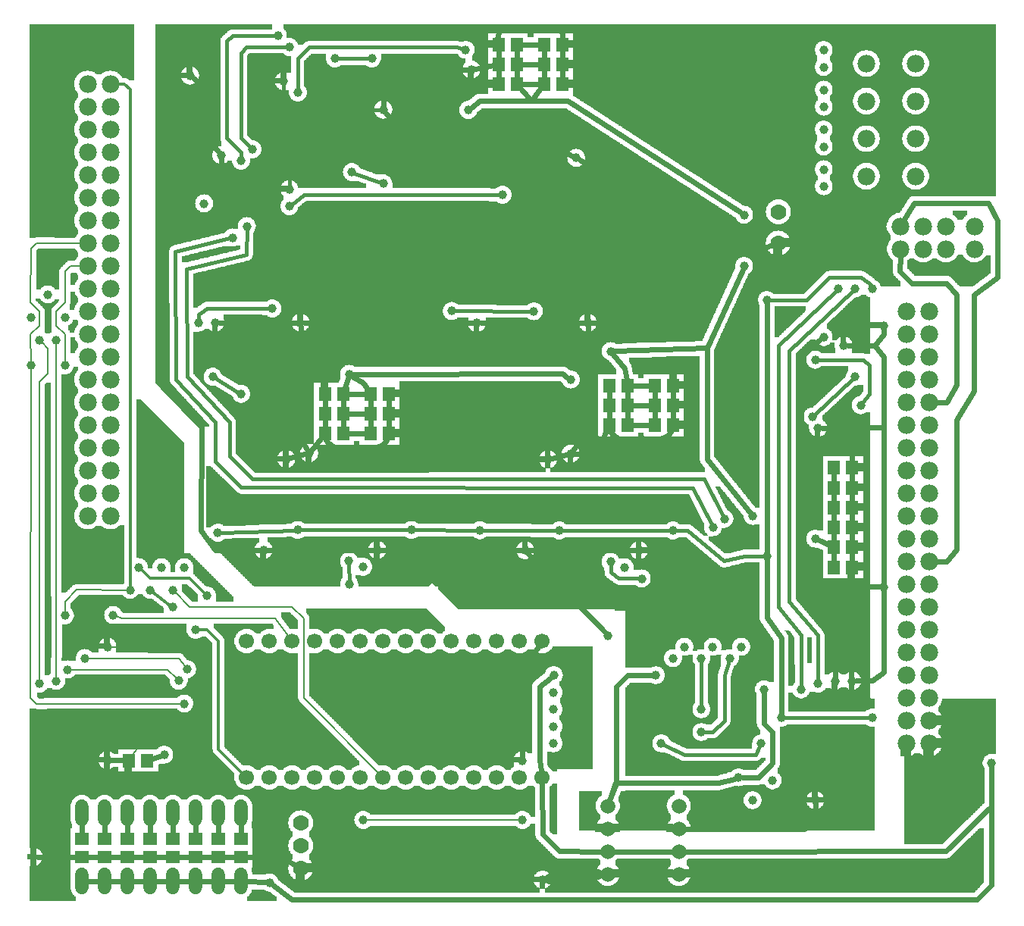
<source format=gbl>
G04 MADE WITH FRITZING*
G04 WWW.FRITZING.ORG*
G04 DOUBLE SIDED*
G04 HOLES PLATED*
G04 CONTOUR ON CENTER OF CONTOUR VECTOR*
%ASAXBY*%
%FSLAX23Y23*%
%MOIN*%
%OFA0B0*%
%SFA1.0B1.0*%
%ADD10C,0.075000*%
%ADD11C,0.039370*%
%ADD12C,0.069685*%
%ADD13C,0.065748*%
%ADD14C,0.078000*%
%ADD15C,0.066889*%
%ADD16C,0.058189*%
%ADD17C,0.077559*%
%ADD18R,0.055118X0.059055*%
%ADD19R,0.059055X0.055118*%
%ADD20C,0.024000*%
%ADD21C,0.016000*%
%ADD22C,0.048000*%
%ADD23C,0.008000*%
%ADD24C,0.012000*%
%ADD25R,0.001000X0.001000*%
%LNCOPPER0*%
G90*
G70*
G54D10*
X117Y3828D03*
X135Y2849D03*
X4166Y2798D03*
X3653Y2612D03*
X255Y1602D03*
X587Y2102D03*
X671Y3826D03*
X901Y1802D03*
X3140Y1636D03*
X974Y1052D03*
X1044Y1489D03*
X3480Y2308D03*
X120Y799D03*
X2437Y1054D03*
X4102Y863D03*
X3390Y748D03*
X2687Y465D03*
G54D11*
X3671Y2348D03*
X3483Y2173D03*
X2346Y1035D03*
X1383Y3748D03*
X1546Y3748D03*
X846Y2348D03*
X971Y2273D03*
X83Y997D03*
X696Y1011D03*
X721Y910D03*
X383Y1160D03*
X633Y685D03*
X383Y661D03*
X1508Y398D03*
X2208Y398D03*
X58Y235D03*
X1096Y123D03*
G54D12*
X3333Y2935D03*
X3333Y3073D03*
G54D11*
X158Y1010D03*
X208Y1060D03*
X734Y1061D03*
X283Y1110D03*
X196Y1298D03*
X409Y1300D03*
X4272Y649D03*
X483Y1410D03*
X721Y1510D03*
X671Y1410D03*
X621Y1510D03*
X571Y1410D03*
X521Y1510D03*
X196Y2398D03*
X46Y2398D03*
X83Y2510D03*
X158Y2510D03*
X46Y2610D03*
X121Y2710D03*
X196Y2610D03*
X2596Y2460D03*
G54D13*
X2896Y160D03*
X2896Y260D03*
X2896Y360D03*
X2896Y460D03*
X2583Y160D03*
X2583Y260D03*
X2583Y360D03*
X2583Y460D03*
G54D14*
X4196Y3010D03*
X4196Y2910D03*
X3871Y3010D03*
X3971Y3010D03*
X4071Y3010D03*
X3871Y2910D03*
X3971Y2910D03*
X4071Y2910D03*
G54D11*
X2870Y1671D03*
X2021Y1673D03*
X2720Y1584D03*
X2221Y1584D03*
X2320Y1984D03*
X2008Y2584D03*
X2496Y2585D03*
X2370Y1671D03*
X2420Y2009D03*
G54D14*
X296Y3635D03*
X296Y3535D03*
X296Y3435D03*
X296Y3335D03*
X296Y3235D03*
X296Y3135D03*
X296Y3035D03*
X296Y2935D03*
X296Y2835D03*
X296Y2735D03*
X296Y2635D03*
X296Y2535D03*
X296Y2435D03*
X296Y2335D03*
X296Y2235D03*
X296Y2135D03*
X296Y2035D03*
X296Y1935D03*
X296Y1835D03*
X296Y1735D03*
X296Y3635D03*
X296Y3535D03*
X296Y3435D03*
X296Y3335D03*
X296Y3235D03*
X296Y3135D03*
X296Y3035D03*
X296Y2935D03*
X296Y2835D03*
X296Y2735D03*
X296Y2635D03*
X296Y2535D03*
X296Y2435D03*
X296Y2335D03*
X296Y2235D03*
X296Y2135D03*
X296Y2035D03*
X296Y1935D03*
X296Y1835D03*
X296Y1735D03*
X396Y1735D03*
X396Y1835D03*
X396Y1935D03*
X396Y2035D03*
X396Y2135D03*
X396Y2235D03*
X396Y2335D03*
X396Y2435D03*
X396Y2535D03*
X396Y2635D03*
X396Y2735D03*
X396Y2835D03*
X396Y2935D03*
X396Y3035D03*
X396Y3135D03*
X396Y3235D03*
X396Y3335D03*
X396Y3435D03*
X396Y3535D03*
X396Y3635D03*
X3996Y735D03*
X3996Y835D03*
X3996Y935D03*
X3996Y1035D03*
X3996Y1135D03*
X3996Y1235D03*
X3996Y1335D03*
X3996Y1435D03*
X3996Y1535D03*
X3996Y1635D03*
X3996Y1735D03*
X3996Y1835D03*
X3996Y1935D03*
X3996Y2035D03*
X3996Y2135D03*
X3996Y2235D03*
X3996Y2335D03*
X3996Y2435D03*
X3996Y2535D03*
X3996Y2635D03*
X3996Y735D03*
X3996Y835D03*
X3996Y935D03*
X3996Y1035D03*
X3996Y1135D03*
X3996Y1235D03*
X3996Y1335D03*
X3996Y1435D03*
X3996Y1535D03*
X3996Y1635D03*
X3996Y1735D03*
X3996Y1835D03*
X3996Y1935D03*
X3996Y2035D03*
X3996Y2135D03*
X3996Y2235D03*
X3996Y2335D03*
X3996Y2435D03*
X3996Y2535D03*
X3996Y2635D03*
X3896Y2635D03*
X3896Y2535D03*
X3896Y2435D03*
X3896Y2335D03*
X3896Y2235D03*
X3896Y2135D03*
X3896Y2035D03*
X3896Y1935D03*
X3896Y1835D03*
X3896Y1735D03*
X3896Y1635D03*
X3896Y1535D03*
X3896Y1435D03*
X3896Y1335D03*
X3896Y1235D03*
X3896Y1135D03*
X3896Y1035D03*
X3896Y935D03*
X3896Y835D03*
X3896Y735D03*
G54D15*
X995Y585D03*
X1095Y585D03*
X1195Y585D03*
X1295Y585D03*
X1395Y585D03*
X1495Y585D03*
X1595Y585D03*
X1695Y585D03*
X1795Y585D03*
X1895Y585D03*
X1995Y585D03*
X2095Y585D03*
X2195Y585D03*
X2295Y585D03*
X995Y1185D03*
X1095Y1185D03*
X1195Y1185D03*
X1295Y1185D03*
X1395Y1185D03*
X1495Y1185D03*
X1595Y1185D03*
X1695Y1185D03*
X1795Y1185D03*
X1895Y1185D03*
X1995Y1185D03*
X2095Y1185D03*
X2195Y1185D03*
X2295Y1185D03*
G54D16*
X271Y130D03*
X371Y130D03*
X871Y130D03*
X971Y130D03*
X471Y130D03*
X571Y130D03*
X771Y130D03*
X671Y130D03*
X971Y430D03*
X871Y430D03*
X771Y430D03*
X671Y430D03*
X571Y430D03*
X471Y430D03*
X371Y430D03*
X271Y430D03*
G54D11*
X2345Y960D03*
X2345Y885D03*
X2345Y810D03*
X2345Y735D03*
X821Y1385D03*
X670Y1335D03*
X770Y1234D03*
X2208Y660D03*
X2297Y136D03*
X2819Y735D03*
X3258Y735D03*
X3170Y1160D03*
X3120Y1110D03*
X3045Y1160D03*
X2995Y1110D03*
X2920Y1160D03*
X2870Y1110D03*
X3220Y485D03*
X3308Y573D03*
X3271Y973D03*
X3158Y585D03*
X2795Y1035D03*
G54D17*
X3721Y3726D03*
X3937Y3726D03*
X3721Y3560D03*
X3937Y3560D03*
X3721Y3395D03*
X3937Y3395D03*
G54D11*
X3533Y3785D03*
X3533Y3185D03*
X3533Y3260D03*
X3533Y3360D03*
X3533Y3435D03*
X3533Y3610D03*
X3533Y3710D03*
X3533Y3535D03*
X2995Y785D03*
X2995Y885D03*
X3658Y1010D03*
X3346Y848D03*
X3746Y848D03*
X3696Y2223D03*
X3496Y2423D03*
G54D12*
X1233Y185D03*
X1233Y285D03*
X1233Y385D03*
G54D11*
X3221Y1735D03*
X3621Y2485D03*
X3797Y1422D03*
X3508Y2123D03*
X3796Y2573D03*
X3746Y2735D03*
X3283Y2685D03*
X3596Y2735D03*
X3671Y2735D03*
X3583Y1010D03*
X3508Y998D03*
X3433Y973D03*
X3496Y485D03*
X3533Y2523D03*
X1446Y2360D03*
X1720Y1674D03*
X869Y1662D03*
X1570Y1586D03*
X1070Y1586D03*
X1170Y1986D03*
X857Y2586D03*
X1232Y2586D03*
X1220Y1674D03*
X1270Y2011D03*
X2421Y2335D03*
X1445Y1537D03*
X1446Y1435D03*
X1507Y1512D03*
X2596Y1534D03*
X2733Y1460D03*
X2658Y1510D03*
X1108Y2648D03*
X783Y2585D03*
X2258Y2635D03*
X1898Y2637D03*
X1958Y3785D03*
X1221Y3598D03*
X1183Y3798D03*
X1133Y3848D03*
X746Y3673D03*
X883Y3323D03*
X1021Y3348D03*
X971Y3298D03*
X1458Y3248D03*
X1596Y3198D03*
X1158Y3648D03*
X1183Y3173D03*
X2583Y1210D03*
X2121Y3148D03*
X1183Y3098D03*
X3283Y1560D03*
X808Y3110D03*
X3046Y1685D03*
X933Y2960D03*
X996Y3010D03*
X3096Y1723D03*
X1596Y3523D03*
X1983Y3699D03*
X2445Y3311D03*
X3183Y3060D03*
X1970Y3521D03*
G54D17*
X3721Y3230D03*
X3937Y3230D03*
G54D11*
X3183Y2835D03*
X3496Y1635D03*
G54D18*
X3658Y1510D03*
X3578Y1510D03*
X3658Y1598D03*
X3578Y1598D03*
X3658Y1685D03*
X3578Y1685D03*
X3658Y1773D03*
X3578Y1773D03*
X3658Y1860D03*
X3578Y1860D03*
X3658Y1948D03*
X3578Y1948D03*
X478Y660D03*
X558Y660D03*
G54D19*
X471Y316D03*
X471Y235D03*
X371Y316D03*
X371Y235D03*
X271Y316D03*
X271Y235D03*
X571Y316D03*
X571Y235D03*
X671Y316D03*
X671Y235D03*
X871Y316D03*
X871Y235D03*
X971Y316D03*
X971Y235D03*
X771Y316D03*
X771Y235D03*
G54D18*
X2183Y3635D03*
X2103Y3635D03*
X2671Y2135D03*
X2590Y2135D03*
X1421Y2098D03*
X1340Y2098D03*
X2183Y3723D03*
X2103Y3723D03*
X2671Y2223D03*
X2590Y2223D03*
X1421Y2185D03*
X1340Y2185D03*
X2183Y3810D03*
X2103Y3810D03*
X2671Y2310D03*
X2590Y2310D03*
X1421Y2273D03*
X1340Y2273D03*
X2383Y3635D03*
X2303Y3635D03*
X2871Y2135D03*
X2790Y2135D03*
X1621Y2098D03*
X1540Y2098D03*
X2383Y3723D03*
X2303Y3723D03*
X2871Y2223D03*
X2790Y2223D03*
X1621Y2185D03*
X1540Y2185D03*
X2383Y3810D03*
X2303Y3810D03*
X2871Y2310D03*
X2790Y2310D03*
X1621Y2273D03*
X1540Y2273D03*
G54D20*
X1146Y236D02*
X1211Y198D01*
D02*
X995Y235D02*
X1146Y236D01*
G54D21*
D02*
X3493Y2182D02*
X3661Y2339D01*
G54D20*
D02*
X2283Y661D02*
X2290Y615D01*
D02*
X2283Y985D02*
X2283Y661D01*
D02*
X2331Y1023D02*
X2283Y985D01*
G54D21*
D02*
X1532Y3748D02*
X1397Y3748D01*
D02*
X959Y2280D02*
X857Y2341D01*
G54D22*
D02*
X2327Y138D02*
X2540Y157D01*
G54D23*
D02*
X647Y1060D02*
X687Y1021D01*
D02*
X222Y1060D02*
X647Y1060D01*
D02*
X796Y1136D02*
X770Y1161D01*
D02*
X796Y799D02*
X796Y1136D01*
D02*
X559Y773D02*
X770Y773D01*
D02*
X770Y773D02*
X796Y799D01*
D02*
X770Y1161D02*
X397Y1160D01*
D02*
X495Y684D02*
X559Y773D01*
G54D20*
D02*
X3658Y1924D02*
X3658Y1884D01*
D02*
X3658Y1836D02*
X3658Y1797D01*
D02*
X3658Y1749D02*
X3658Y1709D01*
D02*
X3658Y1661D02*
X3658Y1622D01*
D02*
X3578Y1661D02*
X3578Y1622D01*
D02*
X3578Y1709D02*
X3578Y1749D01*
D02*
X3578Y1797D02*
X3578Y1836D01*
D02*
X3578Y1884D02*
X3578Y1924D01*
D02*
X3658Y1574D02*
X3658Y1534D01*
D02*
X3578Y1574D02*
X3578Y1534D01*
D02*
X615Y679D02*
X580Y668D01*
D02*
X402Y661D02*
X456Y661D01*
G54D24*
D02*
X811Y1395D02*
X745Y1461D01*
D02*
X745Y1461D02*
X570Y1461D01*
D02*
X570Y1461D02*
X530Y1501D01*
D02*
X659Y1343D02*
X582Y1402D01*
D02*
X871Y1185D02*
X822Y1234D01*
D02*
X822Y1234D02*
X784Y1234D01*
D02*
X871Y709D02*
X871Y1185D01*
D02*
X977Y603D02*
X871Y709D01*
G54D23*
D02*
X1522Y398D02*
X2195Y398D01*
G54D20*
D02*
X1111Y111D02*
X1195Y47D01*
D02*
X1195Y47D02*
X4209Y47D01*
D02*
X4209Y47D02*
X4270Y111D01*
D02*
X4270Y111D02*
X4272Y630D01*
G54D23*
D02*
X1195Y1335D02*
X1247Y1286D01*
D02*
X1247Y1286D02*
X1247Y936D01*
D02*
X745Y1335D02*
X1195Y1335D01*
D02*
X1247Y936D02*
X1577Y603D01*
D02*
X680Y1401D02*
X745Y1335D01*
G54D20*
D02*
X247Y235D02*
X77Y235D01*
D02*
X1077Y124D02*
X1001Y128D01*
D02*
X901Y130D02*
X941Y130D01*
D02*
X841Y130D02*
X801Y130D01*
D02*
X741Y130D02*
X701Y130D01*
D02*
X641Y130D02*
X601Y130D01*
D02*
X541Y130D02*
X501Y130D01*
D02*
X441Y130D02*
X401Y130D01*
D02*
X341Y130D02*
X301Y130D01*
G54D23*
D02*
X84Y2324D02*
X83Y1011D01*
D02*
X120Y2361D02*
X84Y2324D01*
D02*
X120Y2473D02*
X120Y2361D01*
D02*
X93Y2501D02*
X120Y2473D01*
D02*
X159Y1135D02*
X158Y1024D01*
D02*
X158Y2497D02*
X159Y1135D01*
D02*
X70Y910D02*
X707Y910D01*
D02*
X45Y935D02*
X70Y910D01*
D02*
X46Y2384D02*
X45Y935D01*
D02*
X696Y1110D02*
X297Y1110D01*
D02*
X726Y1072D02*
X696Y1110D01*
D02*
X196Y1360D02*
X196Y1311D01*
D02*
X247Y1411D02*
X196Y1360D01*
D02*
X1120Y1286D02*
X446Y1286D01*
D02*
X446Y1286D02*
X421Y1295D01*
D02*
X1180Y1205D02*
X1120Y1286D01*
D02*
X45Y2674D02*
X46Y2911D01*
D02*
X84Y2635D02*
X45Y2674D01*
D02*
X84Y2572D02*
X84Y2635D01*
D02*
X45Y2536D02*
X84Y2572D01*
D02*
X46Y2911D02*
X71Y2936D01*
D02*
X71Y2936D02*
X271Y2936D01*
D02*
X46Y2411D02*
X45Y2536D01*
D02*
X196Y2674D02*
X196Y2811D01*
D02*
X159Y2635D02*
X196Y2674D01*
D02*
X159Y2572D02*
X159Y2635D01*
D02*
X196Y2536D02*
X159Y2572D01*
D02*
X196Y2811D02*
X220Y2835D01*
D02*
X220Y2835D02*
X271Y2835D01*
D02*
X196Y2411D02*
X196Y2536D01*
G54D24*
D02*
X459Y3636D02*
X420Y3635D01*
D02*
X483Y3611D02*
X459Y3636D01*
D02*
X483Y1424D02*
X483Y3611D01*
G54D20*
D02*
X2615Y2461D02*
X3020Y2474D01*
D02*
X2515Y2585D02*
X2982Y2585D01*
D02*
X2496Y2566D02*
X2496Y2111D01*
G54D21*
D02*
X2357Y1672D02*
X2034Y1673D01*
G54D20*
D02*
X2477Y2585D02*
X2027Y2584D01*
D02*
X2702Y1584D02*
X2239Y1584D01*
D02*
X2402Y2004D02*
X2339Y1989D01*
G54D21*
D02*
X2384Y1671D02*
X2857Y1671D01*
G54D20*
D02*
X971Y338D02*
X971Y400D01*
D02*
X871Y338D02*
X871Y400D01*
D02*
X771Y338D02*
X771Y400D01*
D02*
X671Y338D02*
X671Y400D01*
D02*
X571Y338D02*
X571Y400D01*
D02*
X471Y338D02*
X471Y400D01*
D02*
X371Y338D02*
X371Y400D01*
D02*
X271Y338D02*
X271Y400D01*
D02*
X347Y235D02*
X295Y235D01*
D02*
X395Y235D02*
X447Y235D01*
D02*
X495Y235D02*
X547Y235D01*
D02*
X595Y235D02*
X647Y235D01*
D02*
X695Y235D02*
X747Y235D01*
D02*
X795Y235D02*
X847Y235D01*
D02*
X895Y235D02*
X947Y235D01*
G54D23*
D02*
X470Y1410D02*
X247Y1411D01*
G54D20*
D02*
X2209Y1061D02*
X2278Y1160D01*
D02*
X2208Y679D02*
X2209Y1061D01*
G54D21*
D02*
X3233Y685D02*
X2920Y685D01*
D02*
X3252Y723D02*
X3233Y685D01*
D02*
X2920Y685D02*
X2831Y729D01*
G54D20*
D02*
X3247Y586D02*
X3309Y648D01*
D02*
X3309Y648D02*
X3309Y785D01*
D02*
X3177Y585D02*
X3247Y586D01*
D02*
X3309Y785D02*
X3271Y823D01*
D02*
X3271Y823D02*
X3271Y954D01*
D02*
X2620Y984D02*
X2620Y560D01*
D02*
X2620Y560D02*
X2594Y491D01*
D02*
X2670Y1035D02*
X2620Y984D01*
D02*
X2776Y1035D02*
X2670Y1035D01*
D02*
X4272Y460D02*
X4070Y261D01*
D02*
X4070Y261D02*
X2928Y260D01*
D02*
X4272Y630D02*
X4272Y460D01*
D02*
X2371Y261D02*
X2297Y335D01*
D02*
X2551Y260D02*
X2371Y261D01*
D02*
X2297Y335D02*
X2295Y554D01*
D02*
X2616Y260D02*
X2864Y260D01*
D02*
X2619Y561D02*
X2594Y491D01*
D02*
X3072Y561D02*
X2619Y561D01*
D02*
X3140Y580D02*
X3072Y561D01*
G54D21*
D02*
X2995Y1096D02*
X2995Y898D01*
D02*
X3096Y836D02*
X3096Y1035D01*
D02*
X3045Y785D02*
X3096Y836D01*
D02*
X3096Y1035D02*
X3116Y1097D01*
D02*
X3008Y785D02*
X3045Y785D01*
D02*
X3359Y848D02*
X3732Y848D01*
G54D20*
D02*
X4119Y2311D02*
X4119Y2710D01*
D02*
X4119Y2710D02*
X4073Y2760D01*
D02*
X4073Y2235D02*
X4119Y2311D01*
D02*
X3920Y2760D02*
X3869Y2811D01*
D02*
X4026Y2235D02*
X4073Y2235D01*
D02*
X4073Y2760D02*
X3920Y2760D01*
D02*
X3869Y2811D02*
X3870Y2880D01*
D02*
X3869Y3010D02*
X3841Y3009D01*
D02*
X4195Y2710D02*
X4297Y2786D01*
D02*
X4297Y2786D02*
X4297Y3036D01*
D02*
X3932Y3111D02*
X3869Y3010D01*
D02*
X4195Y2286D02*
X4195Y2710D01*
D02*
X4259Y3111D02*
X3932Y3111D01*
D02*
X4026Y1536D02*
X4073Y1536D01*
D02*
X4297Y3036D02*
X4259Y3111D01*
D02*
X4119Y2159D02*
X4195Y2286D01*
D02*
X4073Y1536D02*
X4119Y1587D01*
D02*
X4119Y1587D02*
X4119Y2159D01*
G54D21*
D02*
X3733Y2273D02*
X3733Y2399D01*
D02*
X3704Y2234D02*
X3733Y2273D01*
G54D20*
D02*
X3796Y2124D02*
X3797Y2435D01*
D02*
X3797Y1441D02*
X3796Y2124D01*
D02*
X3797Y2435D02*
X3759Y2485D01*
D02*
X3797Y1049D02*
X3797Y1403D01*
D02*
X3746Y1011D02*
X3797Y1049D01*
D02*
X3759Y2485D02*
X3640Y2485D01*
D02*
X3677Y1011D02*
X3746Y1011D01*
D02*
X3659Y2124D02*
X3527Y2123D01*
D02*
X3796Y2124D02*
X3659Y2124D01*
G54D21*
D02*
X3559Y2786D02*
X3458Y2686D01*
D02*
X3697Y2786D02*
X3559Y2786D01*
D02*
X3458Y2686D02*
X3297Y2685D01*
D02*
X3734Y2760D02*
X3697Y2786D01*
D02*
X3740Y2748D02*
X3734Y2760D01*
G54D20*
D02*
X3283Y1541D02*
X3283Y1287D01*
D02*
X3347Y1197D02*
X3346Y867D01*
D02*
X3283Y1287D02*
X3347Y1197D01*
D02*
X3283Y2510D02*
X3283Y1579D01*
D02*
X3283Y2666D02*
X3283Y2510D01*
D02*
X3797Y2536D02*
X3797Y2554D01*
D02*
X3759Y2485D02*
X3797Y2536D01*
G54D21*
D02*
X3708Y2422D02*
X3509Y2423D01*
D02*
X3733Y2399D02*
X3708Y2422D01*
D02*
X3433Y986D02*
X3433Y1211D01*
D02*
X3334Y1334D02*
X3334Y2484D01*
D02*
X3433Y1211D02*
X3334Y1334D01*
D02*
X3334Y2484D02*
X3586Y2726D01*
D02*
X3382Y2462D02*
X3661Y2726D01*
D02*
X3382Y1360D02*
X3382Y2462D01*
D02*
X3507Y1211D02*
X3382Y1360D01*
D02*
X3508Y1011D02*
X3507Y1211D01*
G54D20*
D02*
X3497Y397D02*
X3496Y466D01*
D02*
X3446Y359D02*
X3497Y397D01*
D02*
X2928Y360D02*
X3446Y359D01*
D02*
X3582Y1210D02*
X3433Y1385D01*
D02*
X3433Y1385D02*
X3433Y2436D01*
D02*
X3433Y2436D02*
X3519Y2511D01*
D02*
X3583Y1029D02*
X3582Y1210D01*
D02*
X2384Y2361D02*
X2405Y2346D01*
D02*
X1465Y2360D02*
X2384Y2361D01*
D02*
X1251Y2586D02*
X1989Y2584D01*
D02*
X1234Y2073D02*
X1260Y2028D01*
D02*
X1233Y2567D02*
X1234Y2073D01*
G54D21*
D02*
X1207Y1673D02*
X883Y1662D01*
G54D20*
D02*
X1213Y2586D02*
X876Y2586D01*
D02*
X1551Y1586D02*
X1089Y1586D01*
D02*
X1252Y2007D02*
X1188Y1991D01*
G54D21*
D02*
X1233Y1674D02*
X1707Y1674D01*
G54D20*
D02*
X2496Y2111D02*
X2432Y2024D01*
G54D21*
D02*
X1445Y1523D02*
X1446Y1449D01*
D02*
X2632Y1461D02*
X2720Y1461D01*
D02*
X2597Y1487D02*
X2632Y1461D01*
D02*
X2596Y1521D02*
X2597Y1487D01*
D02*
X784Y2622D02*
X784Y2599D01*
D02*
X820Y2649D02*
X784Y2622D01*
D02*
X1095Y2648D02*
X820Y2649D01*
D02*
X2245Y2635D02*
X1911Y2637D01*
D02*
X1220Y3747D02*
X1221Y3611D01*
D02*
X1270Y3797D02*
X1220Y3747D01*
D02*
X1921Y3797D02*
X1270Y3797D01*
D02*
X1946Y3789D02*
X1921Y3797D01*
D02*
X970Y3773D02*
X995Y3799D01*
D02*
X970Y3398D02*
X970Y3773D01*
D02*
X995Y3799D02*
X1170Y3798D01*
D02*
X1011Y3357D02*
X970Y3398D01*
D02*
X933Y3847D02*
X1120Y3848D01*
D02*
X970Y3335D02*
X908Y3398D01*
D02*
X908Y3398D02*
X908Y3824D01*
D02*
X908Y3824D02*
X933Y3847D01*
D02*
X971Y3311D02*
X970Y3335D01*
D02*
X1471Y3243D02*
X1583Y3203D01*
D02*
X1183Y3398D02*
X1160Y3521D01*
D02*
X1160Y3521D02*
X1159Y3634D01*
D02*
X1183Y3186D02*
X1183Y3398D01*
G54D20*
D02*
X2570Y1224D02*
X2234Y1570D01*
D02*
X2202Y1584D02*
X1589Y1586D01*
D02*
X794Y1673D02*
X796Y2124D01*
D02*
X796Y2124D02*
X622Y2310D01*
D02*
X857Y1584D02*
X794Y1673D01*
D02*
X622Y2310D02*
X620Y2935D01*
D02*
X620Y2935D02*
X883Y3036D01*
D02*
X883Y3036D02*
X883Y3304D01*
D02*
X1051Y1586D02*
X857Y1584D01*
D02*
X834Y3598D02*
X834Y3385D01*
D02*
X834Y3385D02*
X872Y3338D01*
D02*
X760Y3661D02*
X834Y3598D01*
G54D21*
D02*
X1246Y3149D02*
X1194Y3106D01*
D02*
X2107Y3148D02*
X1246Y3149D01*
D02*
X2007Y1673D02*
X1733Y1674D01*
D02*
X2935Y1672D02*
X2884Y1672D01*
D02*
X3095Y1537D02*
X2935Y1672D01*
D02*
X3184Y1559D02*
X3095Y1537D01*
D02*
X3270Y1560D02*
X3184Y1559D01*
D02*
X2957Y1860D02*
X972Y1861D01*
D02*
X3040Y1697D02*
X2957Y1860D01*
D02*
X858Y1974D02*
X858Y2148D01*
D02*
X972Y1861D02*
X858Y1974D01*
D02*
X682Y2899D02*
X920Y2957D01*
D02*
X684Y2336D02*
X682Y2899D01*
D02*
X858Y2148D02*
X684Y2336D01*
D02*
X920Y2148D02*
X920Y1998D01*
D02*
X920Y1998D02*
X1022Y1897D01*
D02*
X732Y2823D02*
X734Y2348D01*
D02*
X3007Y1899D02*
X3090Y1735D01*
D02*
X995Y2886D02*
X732Y2823D01*
D02*
X734Y2348D02*
X920Y2148D01*
D02*
X1022Y1897D02*
X3007Y1899D01*
D02*
X996Y2997D02*
X995Y2886D01*
D02*
X1160Y3521D02*
X1582Y3523D01*
G54D20*
D02*
X1634Y3699D02*
X1964Y3699D01*
D02*
X1595Y3660D02*
X1634Y3699D01*
D02*
X1596Y3542D02*
X1595Y3660D01*
D02*
X1720Y3360D02*
X1607Y3508D01*
D02*
X2372Y3347D02*
X1720Y3360D01*
D02*
X2428Y3319D02*
X2372Y3347D01*
D02*
X2461Y3301D02*
X3120Y2910D01*
D02*
X3258Y2910D02*
X3120Y2910D01*
D02*
X3308Y2927D02*
X3258Y2910D01*
D02*
X2246Y3561D02*
X2409Y3561D01*
D02*
X2021Y3561D02*
X2246Y3561D01*
D02*
X2409Y3561D02*
X3167Y3071D01*
D02*
X1985Y3533D02*
X2021Y3561D01*
D02*
X3020Y1986D02*
X3020Y2474D01*
D02*
X3020Y2474D02*
X3176Y2818D01*
D02*
X3210Y1750D02*
X3020Y1986D01*
D02*
X1621Y2249D02*
X1621Y2209D01*
D02*
X1621Y2161D02*
X1621Y2122D01*
D02*
X2303Y3747D02*
X2303Y3786D01*
D02*
X2303Y3659D02*
X2303Y3699D01*
D02*
X2103Y3786D02*
X2103Y3747D01*
D02*
X2183Y3786D02*
X2183Y3747D01*
D02*
X2383Y3699D02*
X2383Y3659D01*
D02*
X2383Y3786D02*
X2383Y3747D01*
D02*
X2790Y2247D02*
X2790Y2286D01*
D02*
X2790Y2159D02*
X2790Y2199D01*
D02*
X2590Y2286D02*
X2590Y2247D01*
D02*
X2671Y2286D02*
X2671Y2247D01*
D02*
X2871Y2199D02*
X2871Y2159D01*
D02*
X2871Y2286D02*
X2871Y2247D01*
D02*
X1421Y2249D02*
X1421Y2209D01*
D02*
X1340Y2249D02*
X1340Y2209D01*
D02*
X1540Y2122D02*
X1540Y2161D01*
D02*
X1540Y2209D02*
X1540Y2249D01*
D02*
X1421Y2161D02*
X1421Y2122D01*
D02*
X1340Y2161D02*
X1340Y2122D01*
D02*
X1443Y2098D02*
X1518Y2098D01*
D02*
X1443Y2273D02*
X1518Y2273D01*
D02*
X2205Y3723D02*
X2281Y3723D01*
D02*
X2205Y3810D02*
X2281Y3810D01*
D02*
X2205Y3635D02*
X2281Y3635D01*
D02*
X2103Y3699D02*
X2103Y3659D01*
D02*
X2183Y3699D02*
X2183Y3659D01*
D02*
X2693Y2223D02*
X2768Y2223D01*
D02*
X2693Y2310D02*
X2768Y2310D01*
D02*
X2693Y2135D02*
X2768Y2135D01*
D02*
X2590Y2199D02*
X2590Y2159D01*
D02*
X2671Y2199D02*
X2671Y2159D01*
D02*
X1443Y2185D02*
X1518Y2185D01*
D02*
X1321Y2074D02*
X1282Y2026D01*
D02*
X1509Y2322D02*
X1462Y2350D01*
D02*
X1525Y2297D02*
X1509Y2322D01*
D02*
X1441Y2342D02*
X1428Y2297D01*
D02*
X2533Y2011D02*
X2439Y2009D01*
D02*
X2579Y2111D02*
X2533Y2011D01*
D02*
X2657Y2386D02*
X2608Y2446D01*
D02*
X2666Y2334D02*
X2657Y2386D01*
D02*
X2246Y3561D02*
X2284Y3611D01*
D02*
X2246Y3561D02*
X2203Y3611D01*
D02*
X2081Y3719D02*
X2002Y3703D01*
D02*
X3659Y2124D02*
X3658Y1972D01*
D02*
X3556Y1608D02*
X3513Y1628D01*
D02*
X2982Y2585D02*
X3120Y2910D01*
G36*
X40Y3897D02*
X40Y3695D01*
X402Y3695D01*
X402Y3693D01*
X412Y3693D01*
X412Y3691D01*
X418Y3691D01*
X418Y3689D01*
X422Y3689D01*
X422Y3687D01*
X426Y3687D01*
X426Y3685D01*
X428Y3685D01*
X428Y3683D01*
X432Y3683D01*
X432Y3681D01*
X434Y3681D01*
X434Y3679D01*
X436Y3679D01*
X436Y3677D01*
X438Y3677D01*
X438Y3675D01*
X440Y3675D01*
X440Y3673D01*
X442Y3673D01*
X442Y3671D01*
X444Y3671D01*
X444Y3667D01*
X446Y3667D01*
X446Y3665D01*
X448Y3665D01*
X448Y3661D01*
X468Y3661D01*
X468Y3659D01*
X472Y3659D01*
X472Y3657D01*
X474Y3657D01*
X474Y3655D01*
X478Y3655D01*
X478Y3653D01*
X480Y3653D01*
X480Y3651D01*
X500Y3651D01*
X500Y3897D01*
X40Y3897D01*
G37*
D02*
G36*
X40Y3695D02*
X40Y2961D01*
X152Y2961D01*
X152Y2959D01*
X242Y2959D01*
X242Y2961D01*
X244Y2961D01*
X244Y2965D01*
X246Y2965D01*
X246Y2969D01*
X248Y2969D01*
X248Y2971D01*
X250Y2971D01*
X250Y2973D01*
X252Y2973D01*
X252Y2975D01*
X254Y2975D01*
X254Y2995D01*
X252Y2995D01*
X252Y2997D01*
X250Y2997D01*
X250Y3001D01*
X248Y3001D01*
X248Y3003D01*
X246Y3003D01*
X246Y3005D01*
X244Y3005D01*
X244Y3009D01*
X242Y3009D01*
X242Y3013D01*
X240Y3013D01*
X240Y3021D01*
X238Y3021D01*
X238Y3033D01*
X236Y3033D01*
X236Y3039D01*
X238Y3039D01*
X238Y3051D01*
X240Y3051D01*
X240Y3057D01*
X242Y3057D01*
X242Y3061D01*
X244Y3061D01*
X244Y3065D01*
X246Y3065D01*
X246Y3069D01*
X248Y3069D01*
X248Y3071D01*
X250Y3071D01*
X250Y3073D01*
X252Y3073D01*
X252Y3075D01*
X254Y3075D01*
X254Y3095D01*
X252Y3095D01*
X252Y3097D01*
X250Y3097D01*
X250Y3101D01*
X248Y3101D01*
X248Y3103D01*
X246Y3103D01*
X246Y3105D01*
X244Y3105D01*
X244Y3109D01*
X242Y3109D01*
X242Y3113D01*
X240Y3113D01*
X240Y3121D01*
X238Y3121D01*
X238Y3133D01*
X236Y3133D01*
X236Y3139D01*
X238Y3139D01*
X238Y3151D01*
X240Y3151D01*
X240Y3157D01*
X242Y3157D01*
X242Y3161D01*
X244Y3161D01*
X244Y3165D01*
X246Y3165D01*
X246Y3169D01*
X248Y3169D01*
X248Y3171D01*
X250Y3171D01*
X250Y3173D01*
X252Y3173D01*
X252Y3175D01*
X254Y3175D01*
X254Y3195D01*
X252Y3195D01*
X252Y3197D01*
X250Y3197D01*
X250Y3201D01*
X248Y3201D01*
X248Y3203D01*
X246Y3203D01*
X246Y3205D01*
X244Y3205D01*
X244Y3209D01*
X242Y3209D01*
X242Y3213D01*
X240Y3213D01*
X240Y3221D01*
X238Y3221D01*
X238Y3233D01*
X236Y3233D01*
X236Y3239D01*
X238Y3239D01*
X238Y3251D01*
X240Y3251D01*
X240Y3257D01*
X242Y3257D01*
X242Y3261D01*
X244Y3261D01*
X244Y3265D01*
X246Y3265D01*
X246Y3269D01*
X248Y3269D01*
X248Y3271D01*
X250Y3271D01*
X250Y3273D01*
X252Y3273D01*
X252Y3275D01*
X254Y3275D01*
X254Y3295D01*
X252Y3295D01*
X252Y3297D01*
X250Y3297D01*
X250Y3301D01*
X248Y3301D01*
X248Y3303D01*
X246Y3303D01*
X246Y3305D01*
X244Y3305D01*
X244Y3309D01*
X242Y3309D01*
X242Y3313D01*
X240Y3313D01*
X240Y3321D01*
X238Y3321D01*
X238Y3333D01*
X236Y3333D01*
X236Y3339D01*
X238Y3339D01*
X238Y3351D01*
X240Y3351D01*
X240Y3357D01*
X242Y3357D01*
X242Y3361D01*
X244Y3361D01*
X244Y3365D01*
X246Y3365D01*
X246Y3369D01*
X248Y3369D01*
X248Y3371D01*
X250Y3371D01*
X250Y3373D01*
X252Y3373D01*
X252Y3375D01*
X254Y3375D01*
X254Y3395D01*
X252Y3395D01*
X252Y3397D01*
X250Y3397D01*
X250Y3401D01*
X248Y3401D01*
X248Y3403D01*
X246Y3403D01*
X246Y3405D01*
X244Y3405D01*
X244Y3409D01*
X242Y3409D01*
X242Y3413D01*
X240Y3413D01*
X240Y3421D01*
X238Y3421D01*
X238Y3433D01*
X236Y3433D01*
X236Y3439D01*
X238Y3439D01*
X238Y3451D01*
X240Y3451D01*
X240Y3457D01*
X242Y3457D01*
X242Y3461D01*
X244Y3461D01*
X244Y3465D01*
X246Y3465D01*
X246Y3469D01*
X248Y3469D01*
X248Y3471D01*
X250Y3471D01*
X250Y3473D01*
X252Y3473D01*
X252Y3475D01*
X254Y3475D01*
X254Y3495D01*
X252Y3495D01*
X252Y3497D01*
X250Y3497D01*
X250Y3501D01*
X248Y3501D01*
X248Y3503D01*
X246Y3503D01*
X246Y3505D01*
X244Y3505D01*
X244Y3509D01*
X242Y3509D01*
X242Y3513D01*
X240Y3513D01*
X240Y3521D01*
X238Y3521D01*
X238Y3533D01*
X236Y3533D01*
X236Y3539D01*
X238Y3539D01*
X238Y3551D01*
X240Y3551D01*
X240Y3557D01*
X242Y3557D01*
X242Y3561D01*
X244Y3561D01*
X244Y3565D01*
X246Y3565D01*
X246Y3569D01*
X248Y3569D01*
X248Y3571D01*
X250Y3571D01*
X250Y3573D01*
X252Y3573D01*
X252Y3575D01*
X254Y3575D01*
X254Y3595D01*
X252Y3595D01*
X252Y3597D01*
X250Y3597D01*
X250Y3601D01*
X248Y3601D01*
X248Y3603D01*
X246Y3603D01*
X246Y3605D01*
X244Y3605D01*
X244Y3609D01*
X242Y3609D01*
X242Y3613D01*
X240Y3613D01*
X240Y3621D01*
X238Y3621D01*
X238Y3633D01*
X236Y3633D01*
X236Y3639D01*
X238Y3639D01*
X238Y3651D01*
X240Y3651D01*
X240Y3657D01*
X242Y3657D01*
X242Y3661D01*
X244Y3661D01*
X244Y3665D01*
X246Y3665D01*
X246Y3669D01*
X248Y3669D01*
X248Y3671D01*
X250Y3671D01*
X250Y3673D01*
X252Y3673D01*
X252Y3675D01*
X254Y3675D01*
X254Y3677D01*
X256Y3677D01*
X256Y3679D01*
X258Y3679D01*
X258Y3681D01*
X260Y3681D01*
X260Y3683D01*
X262Y3683D01*
X262Y3685D01*
X266Y3685D01*
X266Y3687D01*
X270Y3687D01*
X270Y3689D01*
X274Y3689D01*
X274Y3691D01*
X280Y3691D01*
X280Y3693D01*
X290Y3693D01*
X290Y3695D01*
X40Y3695D01*
G37*
D02*
G36*
X302Y3695D02*
X302Y3693D01*
X312Y3693D01*
X312Y3691D01*
X318Y3691D01*
X318Y3689D01*
X322Y3689D01*
X322Y3687D01*
X326Y3687D01*
X326Y3685D01*
X328Y3685D01*
X328Y3683D01*
X332Y3683D01*
X332Y3681D01*
X334Y3681D01*
X334Y3679D01*
X336Y3679D01*
X336Y3677D01*
X356Y3677D01*
X356Y3679D01*
X358Y3679D01*
X358Y3681D01*
X360Y3681D01*
X360Y3683D01*
X362Y3683D01*
X362Y3685D01*
X366Y3685D01*
X366Y3687D01*
X370Y3687D01*
X370Y3689D01*
X374Y3689D01*
X374Y3691D01*
X380Y3691D01*
X380Y3693D01*
X390Y3693D01*
X390Y3695D01*
X302Y3695D01*
G37*
D02*
G36*
X40Y2961D02*
X40Y2957D01*
X62Y2957D01*
X62Y2959D01*
X68Y2959D01*
X68Y2961D01*
X40Y2961D01*
G37*
D02*
G36*
X4102Y3079D02*
X4102Y3059D01*
X4106Y3059D01*
X4106Y3057D01*
X4108Y3057D01*
X4108Y3055D01*
X4110Y3055D01*
X4110Y3053D01*
X4112Y3053D01*
X4112Y3051D01*
X4114Y3051D01*
X4114Y3049D01*
X4116Y3049D01*
X4116Y3047D01*
X4118Y3047D01*
X4118Y3045D01*
X4120Y3045D01*
X4120Y3041D01*
X4122Y3041D01*
X4122Y3037D01*
X4144Y3037D01*
X4144Y3041D01*
X4146Y3041D01*
X4146Y3043D01*
X4148Y3043D01*
X4148Y3045D01*
X4150Y3045D01*
X4150Y3049D01*
X4152Y3049D01*
X4152Y3051D01*
X4154Y3051D01*
X4154Y3053D01*
X4156Y3053D01*
X4156Y3055D01*
X4158Y3055D01*
X4158Y3057D01*
X4162Y3057D01*
X4162Y3059D01*
X4164Y3059D01*
X4164Y3079D01*
X4102Y3079D01*
G37*
D02*
G36*
X948Y2925D02*
X948Y2923D01*
X942Y2923D01*
X942Y2921D01*
X968Y2921D01*
X968Y2925D01*
X948Y2925D01*
G37*
D02*
G36*
X894Y2923D02*
X894Y2921D01*
X924Y2921D01*
X924Y2923D01*
X894Y2923D01*
G37*
D02*
G36*
X886Y2921D02*
X886Y2919D01*
X968Y2919D01*
X968Y2921D01*
X886Y2921D01*
G37*
D02*
G36*
X886Y2921D02*
X886Y2919D01*
X968Y2919D01*
X968Y2921D01*
X886Y2921D01*
G37*
D02*
G36*
X878Y2919D02*
X878Y2917D01*
X870Y2917D01*
X870Y2915D01*
X862Y2915D01*
X862Y2913D01*
X854Y2913D01*
X854Y2911D01*
X846Y2911D01*
X846Y2909D01*
X838Y2909D01*
X838Y2907D01*
X830Y2907D01*
X830Y2905D01*
X822Y2905D01*
X822Y2903D01*
X812Y2903D01*
X812Y2901D01*
X804Y2901D01*
X804Y2899D01*
X796Y2899D01*
X796Y2897D01*
X788Y2897D01*
X788Y2895D01*
X780Y2895D01*
X780Y2893D01*
X772Y2893D01*
X772Y2891D01*
X764Y2891D01*
X764Y2889D01*
X756Y2889D01*
X756Y2887D01*
X748Y2887D01*
X748Y2885D01*
X740Y2885D01*
X740Y2883D01*
X732Y2883D01*
X732Y2881D01*
X724Y2881D01*
X724Y2879D01*
X716Y2879D01*
X716Y2877D01*
X710Y2877D01*
X710Y2851D01*
X732Y2851D01*
X732Y2853D01*
X740Y2853D01*
X740Y2855D01*
X750Y2855D01*
X750Y2857D01*
X758Y2857D01*
X758Y2859D01*
X766Y2859D01*
X766Y2861D01*
X774Y2861D01*
X774Y2863D01*
X784Y2863D01*
X784Y2865D01*
X792Y2865D01*
X792Y2867D01*
X800Y2867D01*
X800Y2869D01*
X808Y2869D01*
X808Y2871D01*
X816Y2871D01*
X816Y2873D01*
X826Y2873D01*
X826Y2875D01*
X834Y2875D01*
X834Y2877D01*
X842Y2877D01*
X842Y2879D01*
X850Y2879D01*
X850Y2881D01*
X858Y2881D01*
X858Y2883D01*
X868Y2883D01*
X868Y2885D01*
X876Y2885D01*
X876Y2887D01*
X884Y2887D01*
X884Y2889D01*
X892Y2889D01*
X892Y2891D01*
X902Y2891D01*
X902Y2893D01*
X910Y2893D01*
X910Y2895D01*
X918Y2895D01*
X918Y2897D01*
X926Y2897D01*
X926Y2899D01*
X934Y2899D01*
X934Y2901D01*
X944Y2901D01*
X944Y2903D01*
X952Y2903D01*
X952Y2905D01*
X960Y2905D01*
X960Y2907D01*
X968Y2907D01*
X968Y2919D01*
X878Y2919D01*
G37*
D02*
G36*
X80Y2913D02*
X80Y2911D01*
X78Y2911D01*
X78Y2909D01*
X76Y2909D01*
X76Y2907D01*
X74Y2907D01*
X74Y2905D01*
X72Y2905D01*
X72Y2903D01*
X70Y2903D01*
X70Y2751D01*
X122Y2751D01*
X122Y2749D01*
X132Y2749D01*
X132Y2747D01*
X138Y2747D01*
X138Y2745D01*
X142Y2745D01*
X142Y2743D01*
X144Y2743D01*
X144Y2741D01*
X148Y2741D01*
X148Y2739D01*
X150Y2739D01*
X150Y2735D01*
X152Y2735D01*
X152Y2733D01*
X172Y2733D01*
X172Y2817D01*
X174Y2817D01*
X174Y2821D01*
X176Y2821D01*
X176Y2825D01*
X178Y2825D01*
X178Y2827D01*
X180Y2827D01*
X180Y2829D01*
X182Y2829D01*
X182Y2831D01*
X184Y2831D01*
X184Y2833D01*
X186Y2833D01*
X186Y2835D01*
X188Y2835D01*
X188Y2837D01*
X190Y2837D01*
X190Y2839D01*
X192Y2839D01*
X192Y2841D01*
X194Y2841D01*
X194Y2843D01*
X196Y2843D01*
X196Y2845D01*
X198Y2845D01*
X198Y2847D01*
X200Y2847D01*
X200Y2849D01*
X202Y2849D01*
X202Y2851D01*
X204Y2851D01*
X204Y2853D01*
X206Y2853D01*
X206Y2855D01*
X208Y2855D01*
X208Y2857D01*
X214Y2857D01*
X214Y2859D01*
X242Y2859D01*
X242Y2861D01*
X244Y2861D01*
X244Y2865D01*
X246Y2865D01*
X246Y2869D01*
X248Y2869D01*
X248Y2871D01*
X250Y2871D01*
X250Y2873D01*
X252Y2873D01*
X252Y2875D01*
X254Y2875D01*
X254Y2895D01*
X252Y2895D01*
X252Y2897D01*
X250Y2897D01*
X250Y2901D01*
X248Y2901D01*
X248Y2903D01*
X246Y2903D01*
X246Y2905D01*
X244Y2905D01*
X244Y2909D01*
X242Y2909D01*
X242Y2911D01*
X148Y2911D01*
X148Y2913D01*
X80Y2913D01*
G37*
D02*
G36*
X70Y2751D02*
X70Y2733D01*
X90Y2733D01*
X90Y2737D01*
X92Y2737D01*
X92Y2739D01*
X94Y2739D01*
X94Y2741D01*
X98Y2741D01*
X98Y2743D01*
X100Y2743D01*
X100Y2745D01*
X104Y2745D01*
X104Y2747D01*
X108Y2747D01*
X108Y2749D01*
X120Y2749D01*
X120Y2751D01*
X70Y2751D01*
G37*
D02*
G36*
X4124Y2885D02*
X4124Y2883D01*
X4122Y2883D01*
X4122Y2879D01*
X4120Y2879D01*
X4120Y2877D01*
X4118Y2877D01*
X4118Y2875D01*
X4116Y2875D01*
X4116Y2871D01*
X4114Y2871D01*
X4114Y2869D01*
X4112Y2869D01*
X4112Y2867D01*
X4110Y2867D01*
X4110Y2865D01*
X4106Y2865D01*
X4106Y2863D01*
X4104Y2863D01*
X4104Y2861D01*
X4102Y2861D01*
X4102Y2859D01*
X4098Y2859D01*
X4098Y2857D01*
X4094Y2857D01*
X4094Y2855D01*
X4088Y2855D01*
X4088Y2853D01*
X4078Y2853D01*
X4078Y2851D01*
X4188Y2851D01*
X4188Y2853D01*
X4178Y2853D01*
X4178Y2855D01*
X4174Y2855D01*
X4174Y2857D01*
X4168Y2857D01*
X4168Y2859D01*
X4166Y2859D01*
X4166Y2861D01*
X4162Y2861D01*
X4162Y2863D01*
X4160Y2863D01*
X4160Y2865D01*
X4158Y2865D01*
X4158Y2867D01*
X4154Y2867D01*
X4154Y2871D01*
X4152Y2871D01*
X4152Y2873D01*
X4150Y2873D01*
X4150Y2875D01*
X4148Y2875D01*
X4148Y2877D01*
X4146Y2877D01*
X4146Y2881D01*
X4144Y2881D01*
X4144Y2885D01*
X4124Y2885D01*
G37*
D02*
G36*
X4246Y2881D02*
X4246Y2879D01*
X4244Y2879D01*
X4244Y2875D01*
X4242Y2875D01*
X4242Y2873D01*
X4240Y2873D01*
X4240Y2871D01*
X4238Y2871D01*
X4238Y2869D01*
X4236Y2869D01*
X4236Y2867D01*
X4234Y2867D01*
X4234Y2865D01*
X4232Y2865D01*
X4232Y2863D01*
X4230Y2863D01*
X4230Y2861D01*
X4226Y2861D01*
X4226Y2859D01*
X4222Y2859D01*
X4222Y2857D01*
X4218Y2857D01*
X4218Y2855D01*
X4212Y2855D01*
X4212Y2853D01*
X4202Y2853D01*
X4202Y2851D01*
X4266Y2851D01*
X4266Y2881D01*
X4246Y2881D01*
G37*
D02*
G36*
X3910Y2867D02*
X3910Y2865D01*
X3906Y2865D01*
X3906Y2863D01*
X3904Y2863D01*
X3904Y2861D01*
X3902Y2861D01*
X3902Y2851D01*
X3964Y2851D01*
X3964Y2853D01*
X3954Y2853D01*
X3954Y2855D01*
X3948Y2855D01*
X3948Y2857D01*
X3944Y2857D01*
X3944Y2859D01*
X3940Y2859D01*
X3940Y2861D01*
X3938Y2861D01*
X3938Y2863D01*
X3934Y2863D01*
X3934Y2865D01*
X3932Y2865D01*
X3932Y2867D01*
X3910Y2867D01*
G37*
D02*
G36*
X4010Y2867D02*
X4010Y2865D01*
X4006Y2865D01*
X4006Y2863D01*
X4004Y2863D01*
X4004Y2861D01*
X4002Y2861D01*
X4002Y2859D01*
X3998Y2859D01*
X3998Y2857D01*
X3994Y2857D01*
X3994Y2855D01*
X3988Y2855D01*
X3988Y2853D01*
X3978Y2853D01*
X3978Y2851D01*
X4064Y2851D01*
X4064Y2853D01*
X4054Y2853D01*
X4054Y2855D01*
X4048Y2855D01*
X4048Y2857D01*
X4044Y2857D01*
X4044Y2859D01*
X4040Y2859D01*
X4040Y2861D01*
X4038Y2861D01*
X4038Y2863D01*
X4034Y2863D01*
X4034Y2865D01*
X4032Y2865D01*
X4032Y2867D01*
X4010Y2867D01*
G37*
D02*
G36*
X3902Y2851D02*
X3902Y2849D01*
X4266Y2849D01*
X4266Y2851D01*
X3902Y2851D01*
G37*
D02*
G36*
X3902Y2851D02*
X3902Y2849D01*
X4266Y2849D01*
X4266Y2851D01*
X3902Y2851D01*
G37*
D02*
G36*
X3902Y2851D02*
X3902Y2849D01*
X4266Y2849D01*
X4266Y2851D01*
X3902Y2851D01*
G37*
D02*
G36*
X3902Y2851D02*
X3902Y2849D01*
X4266Y2849D01*
X4266Y2851D01*
X3902Y2851D01*
G37*
D02*
G36*
X3902Y2849D02*
X3902Y2823D01*
X3904Y2823D01*
X3904Y2821D01*
X3906Y2821D01*
X3906Y2819D01*
X3908Y2819D01*
X3908Y2817D01*
X3910Y2817D01*
X3910Y2815D01*
X3912Y2815D01*
X3912Y2813D01*
X3914Y2813D01*
X3914Y2811D01*
X3916Y2811D01*
X3916Y2809D01*
X3918Y2809D01*
X3918Y2807D01*
X3920Y2807D01*
X3920Y2805D01*
X3922Y2805D01*
X3922Y2803D01*
X3924Y2803D01*
X3924Y2801D01*
X3926Y2801D01*
X3926Y2799D01*
X3928Y2799D01*
X3928Y2797D01*
X3930Y2797D01*
X3930Y2795D01*
X3932Y2795D01*
X3932Y2793D01*
X4076Y2793D01*
X4076Y2791D01*
X4084Y2791D01*
X4084Y2789D01*
X4088Y2789D01*
X4088Y2787D01*
X4092Y2787D01*
X4092Y2785D01*
X4094Y2785D01*
X4094Y2783D01*
X4096Y2783D01*
X4096Y2781D01*
X4098Y2781D01*
X4098Y2779D01*
X4100Y2779D01*
X4100Y2777D01*
X4102Y2777D01*
X4102Y2775D01*
X4104Y2775D01*
X4104Y2773D01*
X4106Y2773D01*
X4106Y2771D01*
X4108Y2771D01*
X4108Y2769D01*
X4110Y2769D01*
X4110Y2765D01*
X4112Y2765D01*
X4112Y2763D01*
X4114Y2763D01*
X4114Y2761D01*
X4116Y2761D01*
X4116Y2759D01*
X4118Y2759D01*
X4118Y2757D01*
X4120Y2757D01*
X4120Y2755D01*
X4122Y2755D01*
X4122Y2753D01*
X4124Y2753D01*
X4124Y2751D01*
X4126Y2751D01*
X4126Y2749D01*
X4128Y2749D01*
X4128Y2747D01*
X4130Y2747D01*
X4130Y2745D01*
X4190Y2745D01*
X4190Y2747D01*
X4194Y2747D01*
X4194Y2749D01*
X4196Y2749D01*
X4196Y2751D01*
X4198Y2751D01*
X4198Y2753D01*
X4202Y2753D01*
X4202Y2755D01*
X4204Y2755D01*
X4204Y2757D01*
X4206Y2757D01*
X4206Y2759D01*
X4210Y2759D01*
X4210Y2761D01*
X4212Y2761D01*
X4212Y2763D01*
X4214Y2763D01*
X4214Y2765D01*
X4218Y2765D01*
X4218Y2767D01*
X4220Y2767D01*
X4220Y2769D01*
X4222Y2769D01*
X4222Y2771D01*
X4226Y2771D01*
X4226Y2773D01*
X4228Y2773D01*
X4228Y2775D01*
X4230Y2775D01*
X4230Y2777D01*
X4234Y2777D01*
X4234Y2779D01*
X4236Y2779D01*
X4236Y2781D01*
X4238Y2781D01*
X4238Y2783D01*
X4242Y2783D01*
X4242Y2785D01*
X4244Y2785D01*
X4244Y2787D01*
X4246Y2787D01*
X4246Y2789D01*
X4250Y2789D01*
X4250Y2791D01*
X4252Y2791D01*
X4252Y2793D01*
X4254Y2793D01*
X4254Y2795D01*
X4258Y2795D01*
X4258Y2797D01*
X4260Y2797D01*
X4260Y2799D01*
X4262Y2799D01*
X4262Y2801D01*
X4266Y2801D01*
X4266Y2849D01*
X3902Y2849D01*
G37*
D02*
G36*
X224Y2805D02*
X224Y2803D01*
X222Y2803D01*
X222Y2801D01*
X220Y2801D01*
X220Y2751D01*
X240Y2751D01*
X240Y2757D01*
X242Y2757D01*
X242Y2761D01*
X244Y2761D01*
X244Y2765D01*
X246Y2765D01*
X246Y2769D01*
X248Y2769D01*
X248Y2771D01*
X250Y2771D01*
X250Y2773D01*
X252Y2773D01*
X252Y2775D01*
X254Y2775D01*
X254Y2795D01*
X252Y2795D01*
X252Y2797D01*
X250Y2797D01*
X250Y2801D01*
X248Y2801D01*
X248Y2803D01*
X246Y2803D01*
X246Y2805D01*
X224Y2805D01*
G37*
D02*
G36*
X220Y2721D02*
X220Y2667D01*
X218Y2667D01*
X218Y2663D01*
X216Y2663D01*
X216Y2643D01*
X238Y2643D01*
X238Y2651D01*
X240Y2651D01*
X240Y2657D01*
X242Y2657D01*
X242Y2661D01*
X244Y2661D01*
X244Y2665D01*
X246Y2665D01*
X246Y2669D01*
X248Y2669D01*
X248Y2671D01*
X250Y2671D01*
X250Y2673D01*
X252Y2673D01*
X252Y2675D01*
X254Y2675D01*
X254Y2695D01*
X252Y2695D01*
X252Y2697D01*
X250Y2697D01*
X250Y2701D01*
X248Y2701D01*
X248Y2703D01*
X246Y2703D01*
X246Y2705D01*
X244Y2705D01*
X244Y2709D01*
X242Y2709D01*
X242Y2713D01*
X240Y2713D01*
X240Y2721D01*
X220Y2721D01*
G37*
D02*
G36*
X3698Y2707D02*
X3698Y2705D01*
X3694Y2705D01*
X3694Y2703D01*
X3692Y2703D01*
X3692Y2701D01*
X3688Y2701D01*
X3688Y2699D01*
X3684Y2699D01*
X3684Y2697D01*
X3674Y2697D01*
X3674Y2695D01*
X3668Y2695D01*
X3668Y2693D01*
X3666Y2693D01*
X3666Y2691D01*
X3664Y2691D01*
X3664Y2689D01*
X3662Y2689D01*
X3662Y2687D01*
X3660Y2687D01*
X3660Y2685D01*
X3658Y2685D01*
X3658Y2683D01*
X3656Y2683D01*
X3656Y2681D01*
X3654Y2681D01*
X3654Y2679D01*
X3650Y2679D01*
X3650Y2677D01*
X3648Y2677D01*
X3648Y2675D01*
X3646Y2675D01*
X3646Y2673D01*
X3644Y2673D01*
X3644Y2671D01*
X3642Y2671D01*
X3642Y2669D01*
X3640Y2669D01*
X3640Y2667D01*
X3638Y2667D01*
X3638Y2665D01*
X3636Y2665D01*
X3636Y2663D01*
X3634Y2663D01*
X3634Y2661D01*
X3632Y2661D01*
X3632Y2659D01*
X3630Y2659D01*
X3630Y2657D01*
X3628Y2657D01*
X3628Y2655D01*
X3626Y2655D01*
X3626Y2653D01*
X3624Y2653D01*
X3624Y2651D01*
X3622Y2651D01*
X3622Y2649D01*
X3620Y2649D01*
X3620Y2647D01*
X3618Y2647D01*
X3618Y2645D01*
X3616Y2645D01*
X3616Y2643D01*
X3612Y2643D01*
X3612Y2641D01*
X3610Y2641D01*
X3610Y2639D01*
X3608Y2639D01*
X3608Y2637D01*
X3606Y2637D01*
X3606Y2635D01*
X3604Y2635D01*
X3604Y2633D01*
X3602Y2633D01*
X3602Y2631D01*
X3600Y2631D01*
X3600Y2629D01*
X3598Y2629D01*
X3598Y2627D01*
X3596Y2627D01*
X3596Y2625D01*
X3594Y2625D01*
X3594Y2623D01*
X3592Y2623D01*
X3592Y2621D01*
X3590Y2621D01*
X3590Y2619D01*
X3588Y2619D01*
X3588Y2617D01*
X3586Y2617D01*
X3586Y2615D01*
X3584Y2615D01*
X3584Y2613D01*
X3582Y2613D01*
X3582Y2611D01*
X3580Y2611D01*
X3580Y2609D01*
X3576Y2609D01*
X3576Y2607D01*
X3574Y2607D01*
X3574Y2605D01*
X3572Y2605D01*
X3572Y2603D01*
X3570Y2603D01*
X3570Y2601D01*
X3568Y2601D01*
X3568Y2599D01*
X3566Y2599D01*
X3566Y2597D01*
X3564Y2597D01*
X3564Y2595D01*
X3562Y2595D01*
X3562Y2593D01*
X3560Y2593D01*
X3560Y2591D01*
X3558Y2591D01*
X3558Y2589D01*
X3556Y2589D01*
X3556Y2587D01*
X3554Y2587D01*
X3554Y2585D01*
X3552Y2585D01*
X3552Y2583D01*
X3550Y2583D01*
X3550Y2581D01*
X3548Y2581D01*
X3548Y2559D01*
X3552Y2559D01*
X3552Y2557D01*
X3554Y2557D01*
X3554Y2555D01*
X3558Y2555D01*
X3558Y2553D01*
X3560Y2553D01*
X3560Y2551D01*
X3562Y2551D01*
X3562Y2549D01*
X3564Y2549D01*
X3564Y2547D01*
X3566Y2547D01*
X3566Y2543D01*
X3568Y2543D01*
X3568Y2539D01*
X3570Y2539D01*
X3570Y2535D01*
X3572Y2535D01*
X3572Y2525D01*
X3630Y2525D01*
X3630Y2523D01*
X3636Y2523D01*
X3636Y2521D01*
X3640Y2521D01*
X3640Y2519D01*
X3644Y2519D01*
X3644Y2517D01*
X3646Y2517D01*
X3646Y2515D01*
X3648Y2515D01*
X3648Y2513D01*
X3650Y2513D01*
X3650Y2511D01*
X3652Y2511D01*
X3652Y2509D01*
X3654Y2509D01*
X3654Y2505D01*
X3656Y2505D01*
X3656Y2501D01*
X3658Y2501D01*
X3658Y2495D01*
X3660Y2495D01*
X3660Y2475D01*
X3658Y2475D01*
X3658Y2451D01*
X3710Y2451D01*
X3710Y2449D01*
X3718Y2449D01*
X3718Y2447D01*
X3738Y2447D01*
X3738Y2697D01*
X3734Y2697D01*
X3734Y2699D01*
X3728Y2699D01*
X3728Y2701D01*
X3724Y2701D01*
X3724Y2703D01*
X3722Y2703D01*
X3722Y2705D01*
X3720Y2705D01*
X3720Y2707D01*
X3698Y2707D01*
G37*
D02*
G36*
X3572Y2525D02*
X3572Y2511D01*
X3570Y2511D01*
X3570Y2509D01*
X3590Y2509D01*
X3590Y2511D01*
X3592Y2511D01*
X3592Y2513D01*
X3594Y2513D01*
X3594Y2515D01*
X3596Y2515D01*
X3596Y2517D01*
X3598Y2517D01*
X3598Y2519D01*
X3602Y2519D01*
X3602Y2521D01*
X3606Y2521D01*
X3606Y2523D01*
X3612Y2523D01*
X3612Y2525D01*
X3572Y2525D01*
G37*
D02*
G36*
X68Y2691D02*
X68Y2683D01*
X70Y2683D01*
X70Y2681D01*
X72Y2681D01*
X72Y2679D01*
X74Y2679D01*
X74Y2677D01*
X76Y2677D01*
X76Y2675D01*
X78Y2675D01*
X78Y2673D01*
X80Y2673D01*
X80Y2671D01*
X112Y2671D01*
X112Y2673D01*
X106Y2673D01*
X106Y2675D01*
X102Y2675D01*
X102Y2677D01*
X98Y2677D01*
X98Y2679D01*
X96Y2679D01*
X96Y2681D01*
X94Y2681D01*
X94Y2683D01*
X92Y2683D01*
X92Y2685D01*
X90Y2685D01*
X90Y2687D01*
X88Y2687D01*
X88Y2691D01*
X68Y2691D01*
G37*
D02*
G36*
X152Y2687D02*
X152Y2685D01*
X150Y2685D01*
X150Y2683D01*
X148Y2683D01*
X148Y2681D01*
X146Y2681D01*
X146Y2679D01*
X144Y2679D01*
X144Y2677D01*
X140Y2677D01*
X140Y2675D01*
X136Y2675D01*
X136Y2673D01*
X130Y2673D01*
X130Y2671D01*
X162Y2671D01*
X162Y2673D01*
X164Y2673D01*
X164Y2675D01*
X166Y2675D01*
X166Y2679D01*
X168Y2679D01*
X168Y2681D01*
X170Y2681D01*
X170Y2683D01*
X172Y2683D01*
X172Y2687D01*
X152Y2687D01*
G37*
D02*
G36*
X82Y2671D02*
X82Y2669D01*
X160Y2669D01*
X160Y2671D01*
X82Y2671D01*
G37*
D02*
G36*
X82Y2671D02*
X82Y2669D01*
X160Y2669D01*
X160Y2671D01*
X82Y2671D01*
G37*
D02*
G36*
X84Y2669D02*
X84Y2667D01*
X86Y2667D01*
X86Y2665D01*
X88Y2665D01*
X88Y2663D01*
X90Y2663D01*
X90Y2661D01*
X92Y2661D01*
X92Y2659D01*
X94Y2659D01*
X94Y2657D01*
X96Y2657D01*
X96Y2655D01*
X98Y2655D01*
X98Y2653D01*
X100Y2653D01*
X100Y2651D01*
X102Y2651D01*
X102Y2649D01*
X104Y2649D01*
X104Y2645D01*
X106Y2645D01*
X106Y2641D01*
X108Y2641D01*
X108Y2567D01*
X106Y2567D01*
X106Y2543D01*
X108Y2543D01*
X108Y2541D01*
X110Y2541D01*
X110Y2539D01*
X132Y2539D01*
X132Y2541D01*
X134Y2541D01*
X134Y2543D01*
X138Y2543D01*
X138Y2563D01*
X136Y2563D01*
X136Y2643D01*
X138Y2643D01*
X138Y2647D01*
X140Y2647D01*
X140Y2651D01*
X142Y2651D01*
X142Y2653D01*
X144Y2653D01*
X144Y2655D01*
X146Y2655D01*
X146Y2657D01*
X148Y2657D01*
X148Y2659D01*
X150Y2659D01*
X150Y2661D01*
X152Y2661D01*
X152Y2663D01*
X154Y2663D01*
X154Y2665D01*
X156Y2665D01*
X156Y2667D01*
X158Y2667D01*
X158Y2669D01*
X84Y2669D01*
G37*
D02*
G36*
X3316Y2657D02*
X3316Y2523D01*
X3336Y2523D01*
X3336Y2525D01*
X3338Y2525D01*
X3338Y2527D01*
X3340Y2527D01*
X3340Y2529D01*
X3342Y2529D01*
X3342Y2531D01*
X3344Y2531D01*
X3344Y2533D01*
X3346Y2533D01*
X3346Y2535D01*
X3348Y2535D01*
X3348Y2537D01*
X3350Y2537D01*
X3350Y2539D01*
X3352Y2539D01*
X3352Y2541D01*
X3354Y2541D01*
X3354Y2543D01*
X3356Y2543D01*
X3356Y2545D01*
X3358Y2545D01*
X3358Y2547D01*
X3360Y2547D01*
X3360Y2549D01*
X3362Y2549D01*
X3362Y2551D01*
X3364Y2551D01*
X3364Y2553D01*
X3366Y2553D01*
X3366Y2555D01*
X3368Y2555D01*
X3368Y2557D01*
X3370Y2557D01*
X3370Y2559D01*
X3372Y2559D01*
X3372Y2561D01*
X3374Y2561D01*
X3374Y2563D01*
X3376Y2563D01*
X3376Y2565D01*
X3380Y2565D01*
X3380Y2567D01*
X3382Y2567D01*
X3382Y2569D01*
X3384Y2569D01*
X3384Y2571D01*
X3386Y2571D01*
X3386Y2573D01*
X3388Y2573D01*
X3388Y2575D01*
X3390Y2575D01*
X3390Y2577D01*
X3392Y2577D01*
X3392Y2579D01*
X3394Y2579D01*
X3394Y2581D01*
X3396Y2581D01*
X3396Y2583D01*
X3398Y2583D01*
X3398Y2585D01*
X3400Y2585D01*
X3400Y2587D01*
X3402Y2587D01*
X3402Y2589D01*
X3404Y2589D01*
X3404Y2591D01*
X3406Y2591D01*
X3406Y2593D01*
X3408Y2593D01*
X3408Y2595D01*
X3410Y2595D01*
X3410Y2597D01*
X3412Y2597D01*
X3412Y2599D01*
X3414Y2599D01*
X3414Y2601D01*
X3416Y2601D01*
X3416Y2603D01*
X3418Y2603D01*
X3418Y2605D01*
X3420Y2605D01*
X3420Y2607D01*
X3422Y2607D01*
X3422Y2609D01*
X3424Y2609D01*
X3424Y2611D01*
X3426Y2611D01*
X3426Y2613D01*
X3430Y2613D01*
X3430Y2615D01*
X3432Y2615D01*
X3432Y2617D01*
X3434Y2617D01*
X3434Y2619D01*
X3436Y2619D01*
X3436Y2621D01*
X3438Y2621D01*
X3438Y2623D01*
X3440Y2623D01*
X3440Y2625D01*
X3442Y2625D01*
X3442Y2627D01*
X3444Y2627D01*
X3444Y2629D01*
X3446Y2629D01*
X3446Y2631D01*
X3448Y2631D01*
X3448Y2633D01*
X3450Y2633D01*
X3450Y2635D01*
X3452Y2635D01*
X3452Y2637D01*
X3454Y2637D01*
X3454Y2657D01*
X3316Y2657D01*
G37*
D02*
G36*
X232Y2597D02*
X232Y2593D01*
X230Y2593D01*
X230Y2589D01*
X228Y2589D01*
X228Y2587D01*
X226Y2587D01*
X226Y2583D01*
X224Y2583D01*
X224Y2581D01*
X220Y2581D01*
X220Y2579D01*
X218Y2579D01*
X218Y2577D01*
X216Y2577D01*
X216Y2575D01*
X212Y2575D01*
X212Y2553D01*
X214Y2553D01*
X214Y2551D01*
X216Y2551D01*
X216Y2547D01*
X218Y2547D01*
X218Y2543D01*
X238Y2543D01*
X238Y2551D01*
X240Y2551D01*
X240Y2557D01*
X242Y2557D01*
X242Y2561D01*
X244Y2561D01*
X244Y2565D01*
X246Y2565D01*
X246Y2569D01*
X248Y2569D01*
X248Y2571D01*
X250Y2571D01*
X250Y2573D01*
X252Y2573D01*
X252Y2575D01*
X254Y2575D01*
X254Y2595D01*
X252Y2595D01*
X252Y2597D01*
X232Y2597D01*
G37*
D02*
G36*
X220Y2521D02*
X220Y2451D01*
X240Y2451D01*
X240Y2457D01*
X242Y2457D01*
X242Y2461D01*
X244Y2461D01*
X244Y2465D01*
X246Y2465D01*
X246Y2469D01*
X248Y2469D01*
X248Y2471D01*
X250Y2471D01*
X250Y2473D01*
X252Y2473D01*
X252Y2475D01*
X254Y2475D01*
X254Y2495D01*
X252Y2495D01*
X252Y2497D01*
X250Y2497D01*
X250Y2501D01*
X248Y2501D01*
X248Y2503D01*
X246Y2503D01*
X246Y2505D01*
X244Y2505D01*
X244Y2509D01*
X242Y2509D01*
X242Y2513D01*
X240Y2513D01*
X240Y2521D01*
X220Y2521D01*
G37*
D02*
G36*
X234Y2393D02*
X234Y2385D01*
X232Y2385D01*
X232Y2381D01*
X230Y2381D01*
X230Y2377D01*
X228Y2377D01*
X228Y2373D01*
X226Y2373D01*
X226Y2371D01*
X224Y2371D01*
X224Y2369D01*
X222Y2369D01*
X222Y2367D01*
X220Y2367D01*
X220Y2365D01*
X216Y2365D01*
X216Y2363D01*
X212Y2363D01*
X212Y2361D01*
X206Y2361D01*
X206Y2359D01*
X182Y2359D01*
X182Y1677D01*
X284Y1677D01*
X284Y1679D01*
X276Y1679D01*
X276Y1681D01*
X270Y1681D01*
X270Y1683D01*
X268Y1683D01*
X268Y1685D01*
X264Y1685D01*
X264Y1687D01*
X262Y1687D01*
X262Y1689D01*
X258Y1689D01*
X258Y1691D01*
X256Y1691D01*
X256Y1693D01*
X254Y1693D01*
X254Y1695D01*
X252Y1695D01*
X252Y1697D01*
X250Y1697D01*
X250Y1701D01*
X248Y1701D01*
X248Y1703D01*
X246Y1703D01*
X246Y1705D01*
X244Y1705D01*
X244Y1709D01*
X242Y1709D01*
X242Y1713D01*
X240Y1713D01*
X240Y1721D01*
X238Y1721D01*
X238Y1733D01*
X236Y1733D01*
X236Y1739D01*
X238Y1739D01*
X238Y1751D01*
X240Y1751D01*
X240Y1757D01*
X242Y1757D01*
X242Y1761D01*
X244Y1761D01*
X244Y1765D01*
X246Y1765D01*
X246Y1769D01*
X248Y1769D01*
X248Y1771D01*
X250Y1771D01*
X250Y1773D01*
X252Y1773D01*
X252Y1775D01*
X254Y1775D01*
X254Y1795D01*
X252Y1795D01*
X252Y1797D01*
X250Y1797D01*
X250Y1801D01*
X248Y1801D01*
X248Y1803D01*
X246Y1803D01*
X246Y1805D01*
X244Y1805D01*
X244Y1809D01*
X242Y1809D01*
X242Y1813D01*
X240Y1813D01*
X240Y1821D01*
X238Y1821D01*
X238Y1833D01*
X236Y1833D01*
X236Y1839D01*
X238Y1839D01*
X238Y1851D01*
X240Y1851D01*
X240Y1857D01*
X242Y1857D01*
X242Y1861D01*
X244Y1861D01*
X244Y1865D01*
X246Y1865D01*
X246Y1869D01*
X248Y1869D01*
X248Y1871D01*
X250Y1871D01*
X250Y1873D01*
X252Y1873D01*
X252Y1875D01*
X254Y1875D01*
X254Y1895D01*
X252Y1895D01*
X252Y1897D01*
X250Y1897D01*
X250Y1901D01*
X248Y1901D01*
X248Y1903D01*
X246Y1903D01*
X246Y1905D01*
X244Y1905D01*
X244Y1909D01*
X242Y1909D01*
X242Y1913D01*
X240Y1913D01*
X240Y1921D01*
X238Y1921D01*
X238Y1933D01*
X236Y1933D01*
X236Y1939D01*
X238Y1939D01*
X238Y1951D01*
X240Y1951D01*
X240Y1957D01*
X242Y1957D01*
X242Y1961D01*
X244Y1961D01*
X244Y1965D01*
X246Y1965D01*
X246Y1969D01*
X248Y1969D01*
X248Y1971D01*
X250Y1971D01*
X250Y1973D01*
X252Y1973D01*
X252Y1975D01*
X254Y1975D01*
X254Y1995D01*
X252Y1995D01*
X252Y1997D01*
X250Y1997D01*
X250Y2001D01*
X248Y2001D01*
X248Y2003D01*
X246Y2003D01*
X246Y2005D01*
X244Y2005D01*
X244Y2009D01*
X242Y2009D01*
X242Y2013D01*
X240Y2013D01*
X240Y2021D01*
X238Y2021D01*
X238Y2033D01*
X236Y2033D01*
X236Y2039D01*
X238Y2039D01*
X238Y2051D01*
X240Y2051D01*
X240Y2057D01*
X242Y2057D01*
X242Y2061D01*
X244Y2061D01*
X244Y2065D01*
X246Y2065D01*
X246Y2069D01*
X248Y2069D01*
X248Y2071D01*
X250Y2071D01*
X250Y2073D01*
X252Y2073D01*
X252Y2075D01*
X254Y2075D01*
X254Y2095D01*
X252Y2095D01*
X252Y2097D01*
X250Y2097D01*
X250Y2101D01*
X248Y2101D01*
X248Y2103D01*
X246Y2103D01*
X246Y2105D01*
X244Y2105D01*
X244Y2109D01*
X242Y2109D01*
X242Y2113D01*
X240Y2113D01*
X240Y2121D01*
X238Y2121D01*
X238Y2133D01*
X236Y2133D01*
X236Y2139D01*
X238Y2139D01*
X238Y2151D01*
X240Y2151D01*
X240Y2157D01*
X242Y2157D01*
X242Y2161D01*
X244Y2161D01*
X244Y2165D01*
X246Y2165D01*
X246Y2169D01*
X248Y2169D01*
X248Y2171D01*
X250Y2171D01*
X250Y2173D01*
X252Y2173D01*
X252Y2175D01*
X254Y2175D01*
X254Y2195D01*
X252Y2195D01*
X252Y2197D01*
X250Y2197D01*
X250Y2201D01*
X248Y2201D01*
X248Y2203D01*
X246Y2203D01*
X246Y2205D01*
X244Y2205D01*
X244Y2209D01*
X242Y2209D01*
X242Y2213D01*
X240Y2213D01*
X240Y2221D01*
X238Y2221D01*
X238Y2233D01*
X236Y2233D01*
X236Y2239D01*
X238Y2239D01*
X238Y2251D01*
X240Y2251D01*
X240Y2257D01*
X242Y2257D01*
X242Y2261D01*
X244Y2261D01*
X244Y2265D01*
X246Y2265D01*
X246Y2269D01*
X248Y2269D01*
X248Y2271D01*
X250Y2271D01*
X250Y2273D01*
X252Y2273D01*
X252Y2275D01*
X254Y2275D01*
X254Y2295D01*
X252Y2295D01*
X252Y2297D01*
X250Y2297D01*
X250Y2301D01*
X248Y2301D01*
X248Y2303D01*
X246Y2303D01*
X246Y2305D01*
X244Y2305D01*
X244Y2309D01*
X242Y2309D01*
X242Y2313D01*
X240Y2313D01*
X240Y2321D01*
X238Y2321D01*
X238Y2333D01*
X236Y2333D01*
X236Y2339D01*
X238Y2339D01*
X238Y2351D01*
X240Y2351D01*
X240Y2357D01*
X242Y2357D01*
X242Y2361D01*
X244Y2361D01*
X244Y2365D01*
X246Y2365D01*
X246Y2369D01*
X248Y2369D01*
X248Y2371D01*
X250Y2371D01*
X250Y2373D01*
X252Y2373D01*
X252Y2375D01*
X254Y2375D01*
X254Y2393D01*
X234Y2393D01*
G37*
D02*
G36*
X438Y1695D02*
X438Y1693D01*
X436Y1693D01*
X436Y1691D01*
X432Y1691D01*
X432Y1689D01*
X430Y1689D01*
X430Y1687D01*
X428Y1687D01*
X428Y1685D01*
X424Y1685D01*
X424Y1683D01*
X420Y1683D01*
X420Y1681D01*
X416Y1681D01*
X416Y1679D01*
X408Y1679D01*
X408Y1677D01*
X458Y1677D01*
X458Y1695D01*
X438Y1695D01*
G37*
D02*
G36*
X336Y1693D02*
X336Y1691D01*
X332Y1691D01*
X332Y1689D01*
X330Y1689D01*
X330Y1687D01*
X328Y1687D01*
X328Y1685D01*
X324Y1685D01*
X324Y1683D01*
X320Y1683D01*
X320Y1681D01*
X316Y1681D01*
X316Y1679D01*
X308Y1679D01*
X308Y1677D01*
X384Y1677D01*
X384Y1679D01*
X376Y1679D01*
X376Y1681D01*
X370Y1681D01*
X370Y1683D01*
X368Y1683D01*
X368Y1685D01*
X364Y1685D01*
X364Y1687D01*
X362Y1687D01*
X362Y1689D01*
X358Y1689D01*
X358Y1691D01*
X356Y1691D01*
X356Y1693D01*
X336Y1693D01*
G37*
D02*
G36*
X182Y1677D02*
X182Y1675D01*
X458Y1675D01*
X458Y1677D01*
X182Y1677D01*
G37*
D02*
G36*
X182Y1677D02*
X182Y1675D01*
X458Y1675D01*
X458Y1677D01*
X182Y1677D01*
G37*
D02*
G36*
X182Y1677D02*
X182Y1675D01*
X458Y1675D01*
X458Y1677D01*
X182Y1677D01*
G37*
D02*
G36*
X182Y1675D02*
X182Y1399D01*
X202Y1399D01*
X202Y1401D01*
X204Y1401D01*
X204Y1403D01*
X206Y1403D01*
X206Y1405D01*
X208Y1405D01*
X208Y1407D01*
X210Y1407D01*
X210Y1409D01*
X212Y1409D01*
X212Y1411D01*
X214Y1411D01*
X214Y1413D01*
X216Y1413D01*
X216Y1415D01*
X218Y1415D01*
X218Y1417D01*
X220Y1417D01*
X220Y1419D01*
X222Y1419D01*
X222Y1421D01*
X224Y1421D01*
X224Y1423D01*
X226Y1423D01*
X226Y1425D01*
X228Y1425D01*
X228Y1427D01*
X230Y1427D01*
X230Y1429D01*
X232Y1429D01*
X232Y1431D01*
X236Y1431D01*
X236Y1433D01*
X240Y1433D01*
X240Y1435D01*
X454Y1435D01*
X454Y1439D01*
X458Y1439D01*
X458Y1675D01*
X182Y1675D01*
G37*
D02*
G36*
X114Y2321D02*
X114Y2319D01*
X112Y2319D01*
X112Y2317D01*
X110Y2317D01*
X110Y2315D01*
X108Y2315D01*
X108Y1035D01*
X128Y1035D01*
X128Y1037D01*
X130Y1037D01*
X130Y1039D01*
X132Y1039D01*
X132Y1041D01*
X134Y1041D01*
X134Y1113D01*
X136Y1113D01*
X136Y1383D01*
X134Y1383D01*
X134Y2321D01*
X114Y2321D01*
G37*
D02*
G36*
X510Y2249D02*
X510Y1551D01*
X722Y1551D01*
X722Y1549D01*
X732Y1549D01*
X732Y1547D01*
X738Y1547D01*
X738Y1545D01*
X742Y1545D01*
X742Y1543D01*
X744Y1543D01*
X744Y1541D01*
X746Y1541D01*
X746Y1539D01*
X750Y1539D01*
X750Y1535D01*
X752Y1535D01*
X752Y1533D01*
X754Y1533D01*
X754Y1531D01*
X756Y1531D01*
X756Y1527D01*
X758Y1527D01*
X758Y1521D01*
X760Y1521D01*
X760Y1481D01*
X762Y1481D01*
X762Y1479D01*
X764Y1479D01*
X764Y1477D01*
X766Y1477D01*
X766Y1475D01*
X768Y1475D01*
X768Y1473D01*
X770Y1473D01*
X770Y1471D01*
X772Y1471D01*
X772Y1469D01*
X774Y1469D01*
X774Y1467D01*
X776Y1467D01*
X776Y1465D01*
X778Y1465D01*
X778Y1463D01*
X780Y1463D01*
X780Y1461D01*
X782Y1461D01*
X782Y1459D01*
X784Y1459D01*
X784Y1457D01*
X786Y1457D01*
X786Y1455D01*
X788Y1455D01*
X788Y1453D01*
X790Y1453D01*
X790Y1451D01*
X792Y1451D01*
X792Y1449D01*
X794Y1449D01*
X794Y1447D01*
X796Y1447D01*
X796Y1445D01*
X798Y1445D01*
X798Y1443D01*
X800Y1443D01*
X800Y1441D01*
X802Y1441D01*
X802Y1439D01*
X804Y1439D01*
X804Y1437D01*
X806Y1437D01*
X806Y1435D01*
X808Y1435D01*
X808Y1433D01*
X810Y1433D01*
X810Y1431D01*
X812Y1431D01*
X812Y1429D01*
X814Y1429D01*
X814Y1427D01*
X816Y1427D01*
X816Y1425D01*
X830Y1425D01*
X830Y1423D01*
X836Y1423D01*
X836Y1421D01*
X840Y1421D01*
X840Y1419D01*
X844Y1419D01*
X844Y1417D01*
X846Y1417D01*
X846Y1415D01*
X848Y1415D01*
X848Y1413D01*
X850Y1413D01*
X850Y1411D01*
X852Y1411D01*
X852Y1409D01*
X854Y1409D01*
X854Y1405D01*
X856Y1405D01*
X856Y1401D01*
X858Y1401D01*
X858Y1395D01*
X860Y1395D01*
X860Y1359D01*
X938Y1359D01*
X938Y1379D01*
X936Y1379D01*
X936Y1381D01*
X934Y1381D01*
X934Y1383D01*
X932Y1383D01*
X932Y1385D01*
X930Y1385D01*
X930Y1387D01*
X928Y1387D01*
X928Y1389D01*
X926Y1389D01*
X926Y1391D01*
X924Y1391D01*
X924Y1393D01*
X922Y1393D01*
X922Y1395D01*
X920Y1395D01*
X920Y1397D01*
X918Y1397D01*
X918Y1399D01*
X916Y1399D01*
X916Y1401D01*
X914Y1401D01*
X914Y1403D01*
X912Y1403D01*
X912Y1405D01*
X910Y1405D01*
X910Y1407D01*
X908Y1407D01*
X908Y1409D01*
X906Y1409D01*
X906Y1411D01*
X904Y1411D01*
X904Y1413D01*
X902Y1413D01*
X902Y1415D01*
X900Y1415D01*
X900Y1417D01*
X898Y1417D01*
X898Y1419D01*
X896Y1419D01*
X896Y1421D01*
X894Y1421D01*
X894Y1423D01*
X892Y1423D01*
X892Y1425D01*
X890Y1425D01*
X890Y1427D01*
X888Y1427D01*
X888Y1429D01*
X886Y1429D01*
X886Y1431D01*
X884Y1431D01*
X884Y1433D01*
X882Y1433D01*
X882Y1435D01*
X880Y1435D01*
X880Y1437D01*
X878Y1437D01*
X878Y1439D01*
X876Y1439D01*
X876Y1441D01*
X874Y1441D01*
X874Y1443D01*
X872Y1443D01*
X872Y1445D01*
X870Y1445D01*
X870Y1447D01*
X868Y1447D01*
X868Y1449D01*
X866Y1449D01*
X866Y1451D01*
X864Y1451D01*
X864Y1453D01*
X862Y1453D01*
X862Y1455D01*
X860Y1455D01*
X860Y1457D01*
X858Y1457D01*
X858Y1459D01*
X856Y1459D01*
X856Y1461D01*
X854Y1461D01*
X854Y1463D01*
X852Y1463D01*
X852Y1465D01*
X850Y1465D01*
X850Y1467D01*
X848Y1467D01*
X848Y1469D01*
X846Y1469D01*
X846Y1471D01*
X844Y1471D01*
X844Y1473D01*
X842Y1473D01*
X842Y1475D01*
X840Y1475D01*
X840Y1477D01*
X838Y1477D01*
X838Y1479D01*
X836Y1479D01*
X836Y1481D01*
X834Y1481D01*
X834Y1483D01*
X832Y1483D01*
X832Y1485D01*
X830Y1485D01*
X830Y1487D01*
X828Y1487D01*
X828Y1489D01*
X826Y1489D01*
X826Y1491D01*
X824Y1491D01*
X824Y1493D01*
X822Y1493D01*
X822Y1495D01*
X820Y1495D01*
X820Y1497D01*
X818Y1497D01*
X818Y1499D01*
X816Y1499D01*
X816Y1501D01*
X814Y1501D01*
X814Y1503D01*
X812Y1503D01*
X812Y1505D01*
X810Y1505D01*
X810Y1507D01*
X808Y1507D01*
X808Y1509D01*
X806Y1509D01*
X806Y1511D01*
X804Y1511D01*
X804Y1513D01*
X802Y1513D01*
X802Y1515D01*
X800Y1515D01*
X800Y1517D01*
X798Y1517D01*
X798Y1519D01*
X796Y1519D01*
X796Y1521D01*
X794Y1521D01*
X794Y1523D01*
X792Y1523D01*
X792Y1525D01*
X790Y1525D01*
X790Y1527D01*
X788Y1527D01*
X788Y1529D01*
X786Y1529D01*
X786Y1531D01*
X784Y1531D01*
X784Y1533D01*
X782Y1533D01*
X782Y1535D01*
X780Y1535D01*
X780Y1537D01*
X778Y1537D01*
X778Y1539D01*
X776Y1539D01*
X776Y1541D01*
X774Y1541D01*
X774Y1543D01*
X772Y1543D01*
X772Y1545D01*
X770Y1545D01*
X770Y1547D01*
X768Y1547D01*
X768Y1549D01*
X766Y1549D01*
X766Y1551D01*
X764Y1551D01*
X764Y1553D01*
X762Y1553D01*
X762Y1555D01*
X760Y1555D01*
X760Y1557D01*
X758Y1557D01*
X758Y1559D01*
X756Y1559D01*
X756Y1561D01*
X754Y1561D01*
X754Y1563D01*
X752Y1563D01*
X752Y1565D01*
X750Y1565D01*
X750Y1567D01*
X748Y1567D01*
X748Y1569D01*
X746Y1569D01*
X746Y1571D01*
X722Y1571D01*
X722Y2057D01*
X720Y2057D01*
X720Y2059D01*
X718Y2059D01*
X718Y2061D01*
X716Y2061D01*
X716Y2063D01*
X714Y2063D01*
X714Y2065D01*
X712Y2065D01*
X712Y2067D01*
X710Y2067D01*
X710Y2069D01*
X708Y2069D01*
X708Y2071D01*
X706Y2071D01*
X706Y2073D01*
X704Y2073D01*
X704Y2075D01*
X702Y2075D01*
X702Y2077D01*
X700Y2077D01*
X700Y2079D01*
X698Y2079D01*
X698Y2081D01*
X696Y2081D01*
X696Y2083D01*
X694Y2083D01*
X694Y2085D01*
X692Y2085D01*
X692Y2087D01*
X690Y2087D01*
X690Y2089D01*
X688Y2089D01*
X688Y2091D01*
X686Y2091D01*
X686Y2093D01*
X684Y2093D01*
X684Y2095D01*
X682Y2095D01*
X682Y2097D01*
X680Y2097D01*
X680Y2099D01*
X678Y2099D01*
X678Y2101D01*
X676Y2101D01*
X676Y2103D01*
X674Y2103D01*
X674Y2105D01*
X672Y2105D01*
X672Y2107D01*
X670Y2107D01*
X670Y2109D01*
X668Y2109D01*
X668Y2111D01*
X666Y2111D01*
X666Y2113D01*
X664Y2113D01*
X664Y2115D01*
X662Y2115D01*
X662Y2117D01*
X660Y2117D01*
X660Y2119D01*
X658Y2119D01*
X658Y2121D01*
X656Y2121D01*
X656Y2123D01*
X654Y2123D01*
X654Y2125D01*
X652Y2125D01*
X652Y2127D01*
X650Y2127D01*
X650Y2129D01*
X648Y2129D01*
X648Y2131D01*
X646Y2131D01*
X646Y2133D01*
X644Y2133D01*
X644Y2135D01*
X642Y2135D01*
X642Y2137D01*
X640Y2137D01*
X640Y2139D01*
X638Y2139D01*
X638Y2141D01*
X636Y2141D01*
X636Y2143D01*
X634Y2143D01*
X634Y2145D01*
X632Y2145D01*
X632Y2147D01*
X630Y2147D01*
X630Y2149D01*
X628Y2149D01*
X628Y2151D01*
X626Y2151D01*
X626Y2153D01*
X624Y2153D01*
X624Y2155D01*
X622Y2155D01*
X622Y2157D01*
X620Y2157D01*
X620Y2159D01*
X618Y2159D01*
X618Y2161D01*
X616Y2161D01*
X616Y2163D01*
X614Y2163D01*
X614Y2165D01*
X612Y2165D01*
X612Y2167D01*
X610Y2167D01*
X610Y2169D01*
X608Y2169D01*
X608Y2171D01*
X606Y2171D01*
X606Y2173D01*
X604Y2173D01*
X604Y2175D01*
X602Y2175D01*
X602Y2177D01*
X600Y2177D01*
X600Y2179D01*
X598Y2179D01*
X598Y2181D01*
X596Y2181D01*
X596Y2183D01*
X594Y2183D01*
X594Y2185D01*
X592Y2185D01*
X592Y2187D01*
X590Y2187D01*
X590Y2189D01*
X588Y2189D01*
X588Y2191D01*
X586Y2191D01*
X586Y2193D01*
X584Y2193D01*
X584Y2195D01*
X582Y2195D01*
X582Y2197D01*
X580Y2197D01*
X580Y2199D01*
X578Y2199D01*
X578Y2201D01*
X576Y2201D01*
X576Y2203D01*
X574Y2203D01*
X574Y2205D01*
X572Y2205D01*
X572Y2207D01*
X570Y2207D01*
X570Y2209D01*
X568Y2209D01*
X568Y2211D01*
X566Y2211D01*
X566Y2213D01*
X564Y2213D01*
X564Y2215D01*
X562Y2215D01*
X562Y2217D01*
X560Y2217D01*
X560Y2219D01*
X558Y2219D01*
X558Y2221D01*
X556Y2221D01*
X556Y2223D01*
X554Y2223D01*
X554Y2225D01*
X552Y2225D01*
X552Y2227D01*
X550Y2227D01*
X550Y2229D01*
X548Y2229D01*
X548Y2231D01*
X546Y2231D01*
X546Y2233D01*
X544Y2233D01*
X544Y2235D01*
X542Y2235D01*
X542Y2237D01*
X540Y2237D01*
X540Y2239D01*
X538Y2239D01*
X538Y2241D01*
X536Y2241D01*
X536Y2243D01*
X534Y2243D01*
X534Y2245D01*
X532Y2245D01*
X532Y2247D01*
X530Y2247D01*
X530Y2249D01*
X510Y2249D01*
G37*
D02*
G36*
X522Y1551D02*
X522Y1549D01*
X532Y1549D01*
X532Y1547D01*
X538Y1547D01*
X538Y1545D01*
X542Y1545D01*
X542Y1543D01*
X544Y1543D01*
X544Y1541D01*
X548Y1541D01*
X548Y1539D01*
X550Y1539D01*
X550Y1535D01*
X552Y1535D01*
X552Y1533D01*
X554Y1533D01*
X554Y1531D01*
X556Y1531D01*
X556Y1527D01*
X558Y1527D01*
X558Y1521D01*
X560Y1521D01*
X560Y1507D01*
X562Y1507D01*
X562Y1505D01*
X582Y1505D01*
X582Y1521D01*
X584Y1521D01*
X584Y1527D01*
X586Y1527D01*
X586Y1531D01*
X588Y1531D01*
X588Y1533D01*
X590Y1533D01*
X590Y1537D01*
X592Y1537D01*
X592Y1539D01*
X594Y1539D01*
X594Y1541D01*
X598Y1541D01*
X598Y1543D01*
X600Y1543D01*
X600Y1545D01*
X604Y1545D01*
X604Y1547D01*
X608Y1547D01*
X608Y1549D01*
X620Y1549D01*
X620Y1551D01*
X522Y1551D01*
G37*
D02*
G36*
X622Y1551D02*
X622Y1549D01*
X632Y1549D01*
X632Y1547D01*
X638Y1547D01*
X638Y1545D01*
X642Y1545D01*
X642Y1543D01*
X644Y1543D01*
X644Y1541D01*
X648Y1541D01*
X648Y1539D01*
X650Y1539D01*
X650Y1535D01*
X652Y1535D01*
X652Y1533D01*
X654Y1533D01*
X654Y1531D01*
X656Y1531D01*
X656Y1527D01*
X658Y1527D01*
X658Y1521D01*
X660Y1521D01*
X660Y1487D01*
X682Y1487D01*
X682Y1521D01*
X684Y1521D01*
X684Y1527D01*
X686Y1527D01*
X686Y1531D01*
X688Y1531D01*
X688Y1533D01*
X690Y1533D01*
X690Y1537D01*
X692Y1537D01*
X692Y1539D01*
X694Y1539D01*
X694Y1541D01*
X698Y1541D01*
X698Y1543D01*
X700Y1543D01*
X700Y1545D01*
X704Y1545D01*
X704Y1547D01*
X708Y1547D01*
X708Y1549D01*
X720Y1549D01*
X720Y1551D01*
X622Y1551D01*
G37*
D02*
G36*
X594Y3897D02*
X594Y3713D01*
X750Y3713D01*
X750Y3711D01*
X760Y3711D01*
X760Y3709D01*
X764Y3709D01*
X764Y3707D01*
X768Y3707D01*
X768Y3705D01*
X770Y3705D01*
X770Y3703D01*
X772Y3703D01*
X772Y3701D01*
X774Y3701D01*
X774Y3699D01*
X776Y3699D01*
X776Y3697D01*
X778Y3697D01*
X778Y3695D01*
X780Y3695D01*
X780Y3691D01*
X782Y3691D01*
X782Y3687D01*
X784Y3687D01*
X784Y3677D01*
X786Y3677D01*
X786Y3669D01*
X784Y3669D01*
X784Y3659D01*
X782Y3659D01*
X782Y3655D01*
X780Y3655D01*
X780Y3651D01*
X778Y3651D01*
X778Y3649D01*
X776Y3649D01*
X776Y3647D01*
X774Y3647D01*
X774Y3645D01*
X772Y3645D01*
X772Y3643D01*
X770Y3643D01*
X770Y3641D01*
X768Y3641D01*
X768Y3639D01*
X764Y3639D01*
X764Y3637D01*
X760Y3637D01*
X760Y3635D01*
X752Y3635D01*
X752Y3633D01*
X880Y3633D01*
X880Y3831D01*
X882Y3831D01*
X882Y3837D01*
X884Y3837D01*
X884Y3839D01*
X886Y3839D01*
X886Y3843D01*
X888Y3843D01*
X888Y3845D01*
X890Y3845D01*
X890Y3847D01*
X892Y3847D01*
X892Y3849D01*
X894Y3849D01*
X894Y3851D01*
X898Y3851D01*
X898Y3853D01*
X900Y3853D01*
X900Y3855D01*
X902Y3855D01*
X902Y3857D01*
X904Y3857D01*
X904Y3859D01*
X906Y3859D01*
X906Y3861D01*
X908Y3861D01*
X908Y3863D01*
X910Y3863D01*
X910Y3865D01*
X912Y3865D01*
X912Y3867D01*
X914Y3867D01*
X914Y3869D01*
X916Y3869D01*
X916Y3871D01*
X920Y3871D01*
X920Y3873D01*
X924Y3873D01*
X924Y3875D01*
X1106Y3875D01*
X1106Y3877D01*
X1108Y3877D01*
X1108Y3897D01*
X594Y3897D01*
G37*
D02*
G36*
X1158Y3897D02*
X1158Y3877D01*
X1162Y3877D01*
X1162Y3873D01*
X1164Y3873D01*
X1164Y3871D01*
X1166Y3871D01*
X1166Y3869D01*
X1168Y3869D01*
X1168Y3865D01*
X1170Y3865D01*
X1170Y3859D01*
X2430Y3859D01*
X2430Y3825D01*
X3542Y3825D01*
X3542Y3823D01*
X3548Y3823D01*
X3548Y3821D01*
X3552Y3821D01*
X3552Y3819D01*
X3556Y3819D01*
X3556Y3817D01*
X3558Y3817D01*
X3558Y3815D01*
X3560Y3815D01*
X3560Y3813D01*
X3562Y3813D01*
X3562Y3811D01*
X3564Y3811D01*
X3564Y3809D01*
X3566Y3809D01*
X3566Y3807D01*
X3568Y3807D01*
X3568Y3803D01*
X3570Y3803D01*
X3570Y3797D01*
X3572Y3797D01*
X3572Y3785D01*
X3944Y3785D01*
X3944Y3783D01*
X3954Y3783D01*
X3954Y3781D01*
X3960Y3781D01*
X3960Y3779D01*
X3964Y3779D01*
X3964Y3777D01*
X3968Y3777D01*
X3968Y3775D01*
X3970Y3775D01*
X3970Y3773D01*
X3974Y3773D01*
X3974Y3771D01*
X3976Y3771D01*
X3976Y3769D01*
X3978Y3769D01*
X3978Y3767D01*
X3980Y3767D01*
X3980Y3765D01*
X3982Y3765D01*
X3982Y3763D01*
X3984Y3763D01*
X3984Y3759D01*
X3986Y3759D01*
X3986Y3757D01*
X3988Y3757D01*
X3988Y3753D01*
X3990Y3753D01*
X3990Y3749D01*
X3992Y3749D01*
X3992Y3745D01*
X3994Y3745D01*
X3994Y3737D01*
X3996Y3737D01*
X3996Y3715D01*
X3994Y3715D01*
X3994Y3707D01*
X3992Y3707D01*
X3992Y3701D01*
X3990Y3701D01*
X3990Y3697D01*
X3988Y3697D01*
X3988Y3695D01*
X3986Y3695D01*
X3986Y3691D01*
X3984Y3691D01*
X3984Y3689D01*
X3982Y3689D01*
X3982Y3687D01*
X3980Y3687D01*
X3980Y3685D01*
X3978Y3685D01*
X3978Y3683D01*
X3976Y3683D01*
X3976Y3681D01*
X3974Y3681D01*
X3974Y3679D01*
X3972Y3679D01*
X3972Y3677D01*
X3968Y3677D01*
X3968Y3675D01*
X3966Y3675D01*
X3966Y3673D01*
X3962Y3673D01*
X3962Y3671D01*
X3956Y3671D01*
X3956Y3669D01*
X3948Y3669D01*
X3948Y3667D01*
X4290Y3667D01*
X4290Y3897D01*
X1158Y3897D01*
G37*
D02*
G36*
X1172Y3859D02*
X1172Y3837D01*
X1194Y3837D01*
X1194Y3835D01*
X1200Y3835D01*
X1200Y3833D01*
X1204Y3833D01*
X1204Y3831D01*
X1206Y3831D01*
X1206Y3829D01*
X1208Y3829D01*
X1208Y3827D01*
X1212Y3827D01*
X1212Y3825D01*
X1966Y3825D01*
X1966Y3823D01*
X1974Y3823D01*
X1974Y3821D01*
X1978Y3821D01*
X1978Y3819D01*
X1980Y3819D01*
X1980Y3817D01*
X1984Y3817D01*
X1984Y3815D01*
X1986Y3815D01*
X1986Y3813D01*
X1988Y3813D01*
X1988Y3811D01*
X1990Y3811D01*
X1990Y3807D01*
X1992Y3807D01*
X1992Y3805D01*
X1994Y3805D01*
X1994Y3801D01*
X1996Y3801D01*
X1996Y3793D01*
X1998Y3793D01*
X1998Y3777D01*
X1996Y3777D01*
X1996Y3771D01*
X1994Y3771D01*
X1994Y3767D01*
X1992Y3767D01*
X1992Y3763D01*
X1990Y3763D01*
X1990Y3761D01*
X1988Y3761D01*
X1988Y3759D01*
X1986Y3759D01*
X1986Y3739D01*
X1990Y3739D01*
X1990Y3737D01*
X1998Y3737D01*
X1998Y3735D01*
X2002Y3735D01*
X2002Y3733D01*
X2006Y3733D01*
X2006Y3731D01*
X2008Y3731D01*
X2008Y3729D01*
X2010Y3729D01*
X2010Y3727D01*
X2012Y3727D01*
X2012Y3725D01*
X2014Y3725D01*
X2014Y3723D01*
X2016Y3723D01*
X2016Y3719D01*
X2018Y3719D01*
X2018Y3717D01*
X2020Y3717D01*
X2020Y3711D01*
X2022Y3711D01*
X2022Y3701D01*
X2024Y3701D01*
X2024Y3699D01*
X2022Y3699D01*
X2022Y3687D01*
X2020Y3687D01*
X2020Y3681D01*
X2018Y3681D01*
X2018Y3679D01*
X2016Y3679D01*
X2016Y3675D01*
X2014Y3675D01*
X2014Y3673D01*
X2012Y3673D01*
X2012Y3671D01*
X2010Y3671D01*
X2010Y3669D01*
X2008Y3669D01*
X2008Y3667D01*
X2004Y3667D01*
X2004Y3665D01*
X2002Y3665D01*
X2002Y3663D01*
X1996Y3663D01*
X1996Y3661D01*
X1988Y3661D01*
X1988Y3659D01*
X2056Y3659D01*
X2056Y3859D01*
X1172Y3859D01*
G37*
D02*
G36*
X2230Y3859D02*
X2230Y3843D01*
X2256Y3843D01*
X2256Y3859D01*
X2230Y3859D01*
G37*
D02*
G36*
X1212Y3825D02*
X1212Y3823D01*
X1214Y3823D01*
X1214Y3821D01*
X1216Y3821D01*
X1216Y3819D01*
X1218Y3819D01*
X1218Y3815D01*
X1220Y3815D01*
X1220Y3809D01*
X1222Y3809D01*
X1222Y3807D01*
X1242Y3807D01*
X1242Y3809D01*
X1244Y3809D01*
X1244Y3811D01*
X1246Y3811D01*
X1246Y3813D01*
X1248Y3813D01*
X1248Y3815D01*
X1250Y3815D01*
X1250Y3817D01*
X1252Y3817D01*
X1252Y3819D01*
X1254Y3819D01*
X1254Y3821D01*
X1258Y3821D01*
X1258Y3823D01*
X1264Y3823D01*
X1264Y3825D01*
X1212Y3825D01*
G37*
D02*
G36*
X1928Y3825D02*
X1928Y3823D01*
X1950Y3823D01*
X1950Y3825D01*
X1928Y3825D01*
G37*
D02*
G36*
X2430Y3825D02*
X2430Y3671D01*
X3524Y3671D01*
X3524Y3673D01*
X3518Y3673D01*
X3518Y3675D01*
X3514Y3675D01*
X3514Y3677D01*
X3510Y3677D01*
X3510Y3679D01*
X3508Y3679D01*
X3508Y3681D01*
X3506Y3681D01*
X3506Y3683D01*
X3504Y3683D01*
X3504Y3685D01*
X3502Y3685D01*
X3502Y3687D01*
X3500Y3687D01*
X3500Y3691D01*
X3498Y3691D01*
X3498Y3695D01*
X3496Y3695D01*
X3496Y3701D01*
X3494Y3701D01*
X3494Y3719D01*
X3496Y3719D01*
X3496Y3727D01*
X3498Y3727D01*
X3498Y3729D01*
X3500Y3729D01*
X3500Y3733D01*
X3502Y3733D01*
X3502Y3735D01*
X3504Y3735D01*
X3504Y3761D01*
X3502Y3761D01*
X3502Y3763D01*
X3500Y3763D01*
X3500Y3765D01*
X3498Y3765D01*
X3498Y3769D01*
X3496Y3769D01*
X3496Y3777D01*
X3494Y3777D01*
X3494Y3795D01*
X3496Y3795D01*
X3496Y3801D01*
X3498Y3801D01*
X3498Y3805D01*
X3500Y3805D01*
X3500Y3809D01*
X3502Y3809D01*
X3502Y3811D01*
X3504Y3811D01*
X3504Y3813D01*
X3506Y3813D01*
X3506Y3815D01*
X3508Y3815D01*
X3508Y3817D01*
X3510Y3817D01*
X3510Y3819D01*
X3514Y3819D01*
X3514Y3821D01*
X3518Y3821D01*
X3518Y3823D01*
X3524Y3823D01*
X3524Y3825D01*
X2430Y3825D01*
G37*
D02*
G36*
X3572Y3785D02*
X3572Y3773D01*
X3570Y3773D01*
X3570Y3769D01*
X3568Y3769D01*
X3568Y3765D01*
X3566Y3765D01*
X3566Y3761D01*
X3564Y3761D01*
X3564Y3759D01*
X3562Y3759D01*
X3562Y3737D01*
X3564Y3737D01*
X3564Y3733D01*
X3566Y3733D01*
X3566Y3731D01*
X3568Y3731D01*
X3568Y3727D01*
X3570Y3727D01*
X3570Y3723D01*
X3572Y3723D01*
X3572Y3699D01*
X3570Y3699D01*
X3570Y3693D01*
X3568Y3693D01*
X3568Y3689D01*
X3566Y3689D01*
X3566Y3687D01*
X3564Y3687D01*
X3564Y3685D01*
X3562Y3685D01*
X3562Y3683D01*
X3560Y3683D01*
X3560Y3681D01*
X3558Y3681D01*
X3558Y3679D01*
X3556Y3679D01*
X3556Y3677D01*
X3552Y3677D01*
X3552Y3675D01*
X3548Y3675D01*
X3548Y3673D01*
X3542Y3673D01*
X3542Y3671D01*
X3698Y3671D01*
X3698Y3673D01*
X3694Y3673D01*
X3694Y3675D01*
X3690Y3675D01*
X3690Y3677D01*
X3686Y3677D01*
X3686Y3679D01*
X3684Y3679D01*
X3684Y3681D01*
X3682Y3681D01*
X3682Y3683D01*
X3680Y3683D01*
X3680Y3685D01*
X3678Y3685D01*
X3678Y3687D01*
X3676Y3687D01*
X3676Y3689D01*
X3674Y3689D01*
X3674Y3691D01*
X3672Y3691D01*
X3672Y3695D01*
X3670Y3695D01*
X3670Y3699D01*
X3668Y3699D01*
X3668Y3703D01*
X3666Y3703D01*
X3666Y3707D01*
X3664Y3707D01*
X3664Y3717D01*
X3662Y3717D01*
X3662Y3735D01*
X3664Y3735D01*
X3664Y3743D01*
X3666Y3743D01*
X3666Y3749D01*
X3668Y3749D01*
X3668Y3753D01*
X3670Y3753D01*
X3670Y3757D01*
X3672Y3757D01*
X3672Y3759D01*
X3674Y3759D01*
X3674Y3763D01*
X3676Y3763D01*
X3676Y3765D01*
X3678Y3765D01*
X3678Y3767D01*
X3680Y3767D01*
X3680Y3769D01*
X3682Y3769D01*
X3682Y3771D01*
X3686Y3771D01*
X3686Y3773D01*
X3688Y3773D01*
X3688Y3775D01*
X3690Y3775D01*
X3690Y3777D01*
X3694Y3777D01*
X3694Y3779D01*
X3698Y3779D01*
X3698Y3781D01*
X3704Y3781D01*
X3704Y3783D01*
X3714Y3783D01*
X3714Y3785D01*
X3572Y3785D01*
G37*
D02*
G36*
X3728Y3785D02*
X3728Y3783D01*
X3738Y3783D01*
X3738Y3781D01*
X3744Y3781D01*
X3744Y3779D01*
X3748Y3779D01*
X3748Y3777D01*
X3752Y3777D01*
X3752Y3775D01*
X3754Y3775D01*
X3754Y3773D01*
X3756Y3773D01*
X3756Y3771D01*
X3760Y3771D01*
X3760Y3769D01*
X3762Y3769D01*
X3762Y3767D01*
X3764Y3767D01*
X3764Y3765D01*
X3766Y3765D01*
X3766Y3761D01*
X3768Y3761D01*
X3768Y3759D01*
X3770Y3759D01*
X3770Y3757D01*
X3772Y3757D01*
X3772Y3753D01*
X3774Y3753D01*
X3774Y3749D01*
X3776Y3749D01*
X3776Y3743D01*
X3778Y3743D01*
X3778Y3733D01*
X3780Y3733D01*
X3780Y3719D01*
X3778Y3719D01*
X3778Y3709D01*
X3776Y3709D01*
X3776Y3703D01*
X3774Y3703D01*
X3774Y3699D01*
X3772Y3699D01*
X3772Y3695D01*
X3770Y3695D01*
X3770Y3693D01*
X3768Y3693D01*
X3768Y3689D01*
X3766Y3689D01*
X3766Y3687D01*
X3764Y3687D01*
X3764Y3685D01*
X3762Y3685D01*
X3762Y3683D01*
X3760Y3683D01*
X3760Y3681D01*
X3758Y3681D01*
X3758Y3679D01*
X3754Y3679D01*
X3754Y3677D01*
X3752Y3677D01*
X3752Y3675D01*
X3748Y3675D01*
X3748Y3673D01*
X3744Y3673D01*
X3744Y3671D01*
X3740Y3671D01*
X3740Y3669D01*
X3730Y3669D01*
X3730Y3667D01*
X3928Y3667D01*
X3928Y3669D01*
X3920Y3669D01*
X3920Y3671D01*
X3914Y3671D01*
X3914Y3673D01*
X3910Y3673D01*
X3910Y3675D01*
X3906Y3675D01*
X3906Y3677D01*
X3904Y3677D01*
X3904Y3679D01*
X3902Y3679D01*
X3902Y3681D01*
X3898Y3681D01*
X3898Y3683D01*
X3896Y3683D01*
X3896Y3685D01*
X3894Y3685D01*
X3894Y3687D01*
X3892Y3687D01*
X3892Y3691D01*
X3890Y3691D01*
X3890Y3693D01*
X3888Y3693D01*
X3888Y3695D01*
X3886Y3695D01*
X3886Y3699D01*
X3884Y3699D01*
X3884Y3703D01*
X3882Y3703D01*
X3882Y3709D01*
X3880Y3709D01*
X3880Y3719D01*
X3878Y3719D01*
X3878Y3731D01*
X3880Y3731D01*
X3880Y3741D01*
X3882Y3741D01*
X3882Y3749D01*
X3884Y3749D01*
X3884Y3753D01*
X3886Y3753D01*
X3886Y3755D01*
X3888Y3755D01*
X3888Y3759D01*
X3890Y3759D01*
X3890Y3761D01*
X3892Y3761D01*
X3892Y3763D01*
X3894Y3763D01*
X3894Y3767D01*
X3896Y3767D01*
X3896Y3769D01*
X3900Y3769D01*
X3900Y3771D01*
X3902Y3771D01*
X3902Y3773D01*
X3904Y3773D01*
X3904Y3775D01*
X3908Y3775D01*
X3908Y3777D01*
X3910Y3777D01*
X3910Y3779D01*
X3914Y3779D01*
X3914Y3781D01*
X3920Y3781D01*
X3920Y3783D01*
X3930Y3783D01*
X3930Y3785D01*
X3728Y3785D01*
G37*
D02*
G36*
X1006Y3771D02*
X1006Y3769D01*
X1004Y3769D01*
X1004Y3767D01*
X1002Y3767D01*
X1002Y3765D01*
X1000Y3765D01*
X1000Y3763D01*
X998Y3763D01*
X998Y3687D01*
X1168Y3687D01*
X1168Y3685D01*
X1192Y3685D01*
X1192Y3759D01*
X1172Y3759D01*
X1172Y3761D01*
X1166Y3761D01*
X1166Y3763D01*
X1164Y3763D01*
X1164Y3765D01*
X1160Y3765D01*
X1160Y3767D01*
X1158Y3767D01*
X1158Y3769D01*
X1156Y3769D01*
X1156Y3771D01*
X1006Y3771D01*
G37*
D02*
G36*
X1280Y3769D02*
X1280Y3767D01*
X1278Y3767D01*
X1278Y3765D01*
X1276Y3765D01*
X1276Y3763D01*
X1274Y3763D01*
X1274Y3761D01*
X1272Y3761D01*
X1272Y3759D01*
X1270Y3759D01*
X1270Y3757D01*
X1268Y3757D01*
X1268Y3755D01*
X1266Y3755D01*
X1266Y3753D01*
X1264Y3753D01*
X1264Y3751D01*
X1262Y3751D01*
X1262Y3749D01*
X1260Y3749D01*
X1260Y3747D01*
X1258Y3747D01*
X1258Y3745D01*
X1256Y3745D01*
X1256Y3743D01*
X1254Y3743D01*
X1254Y3741D01*
X1252Y3741D01*
X1252Y3739D01*
X1250Y3739D01*
X1250Y3737D01*
X1248Y3737D01*
X1248Y3709D01*
X1372Y3709D01*
X1372Y3711D01*
X1366Y3711D01*
X1366Y3713D01*
X1364Y3713D01*
X1364Y3715D01*
X1360Y3715D01*
X1360Y3717D01*
X1358Y3717D01*
X1358Y3719D01*
X1356Y3719D01*
X1356Y3721D01*
X1354Y3721D01*
X1354Y3723D01*
X1352Y3723D01*
X1352Y3725D01*
X1350Y3725D01*
X1350Y3729D01*
X1348Y3729D01*
X1348Y3733D01*
X1346Y3733D01*
X1346Y3739D01*
X1344Y3739D01*
X1344Y3769D01*
X1280Y3769D01*
G37*
D02*
G36*
X1586Y3769D02*
X1586Y3743D01*
X1584Y3743D01*
X1584Y3735D01*
X1582Y3735D01*
X1582Y3729D01*
X1580Y3729D01*
X1580Y3727D01*
X1578Y3727D01*
X1578Y3723D01*
X1576Y3723D01*
X1576Y3721D01*
X1574Y3721D01*
X1574Y3719D01*
X1572Y3719D01*
X1572Y3717D01*
X1570Y3717D01*
X1570Y3715D01*
X1566Y3715D01*
X1566Y3713D01*
X1562Y3713D01*
X1562Y3711D01*
X1556Y3711D01*
X1556Y3709D01*
X1946Y3709D01*
X1946Y3715D01*
X1948Y3715D01*
X1948Y3719D01*
X1950Y3719D01*
X1950Y3721D01*
X1952Y3721D01*
X1952Y3725D01*
X1954Y3725D01*
X1954Y3727D01*
X1956Y3727D01*
X1956Y3747D01*
X1946Y3747D01*
X1946Y3749D01*
X1940Y3749D01*
X1940Y3751D01*
X1938Y3751D01*
X1938Y3753D01*
X1934Y3753D01*
X1934Y3755D01*
X1932Y3755D01*
X1932Y3757D01*
X1930Y3757D01*
X1930Y3759D01*
X1928Y3759D01*
X1928Y3761D01*
X1926Y3761D01*
X1926Y3765D01*
X1924Y3765D01*
X1924Y3767D01*
X1920Y3767D01*
X1920Y3769D01*
X1586Y3769D01*
G37*
D02*
G36*
X1410Y3719D02*
X1410Y3717D01*
X1406Y3717D01*
X1406Y3715D01*
X1404Y3715D01*
X1404Y3713D01*
X1400Y3713D01*
X1400Y3711D01*
X1394Y3711D01*
X1394Y3709D01*
X1534Y3709D01*
X1534Y3711D01*
X1530Y3711D01*
X1530Y3713D01*
X1526Y3713D01*
X1526Y3715D01*
X1522Y3715D01*
X1522Y3717D01*
X1520Y3717D01*
X1520Y3719D01*
X1410Y3719D01*
G37*
D02*
G36*
X594Y3713D02*
X594Y3633D01*
X740Y3633D01*
X740Y3635D01*
X732Y3635D01*
X732Y3637D01*
X728Y3637D01*
X728Y3639D01*
X724Y3639D01*
X724Y3641D01*
X722Y3641D01*
X722Y3643D01*
X718Y3643D01*
X718Y3645D01*
X716Y3645D01*
X716Y3649D01*
X714Y3649D01*
X714Y3651D01*
X712Y3651D01*
X712Y3655D01*
X710Y3655D01*
X710Y3659D01*
X708Y3659D01*
X708Y3665D01*
X706Y3665D01*
X706Y3681D01*
X708Y3681D01*
X708Y3687D01*
X710Y3687D01*
X710Y3691D01*
X712Y3691D01*
X712Y3695D01*
X714Y3695D01*
X714Y3697D01*
X716Y3697D01*
X716Y3701D01*
X720Y3701D01*
X720Y3703D01*
X722Y3703D01*
X722Y3705D01*
X724Y3705D01*
X724Y3707D01*
X728Y3707D01*
X728Y3709D01*
X732Y3709D01*
X732Y3711D01*
X740Y3711D01*
X740Y3713D01*
X594Y3713D01*
G37*
D02*
G36*
X1248Y3709D02*
X1248Y3707D01*
X1944Y3707D01*
X1944Y3709D01*
X1248Y3709D01*
G37*
D02*
G36*
X1248Y3709D02*
X1248Y3707D01*
X1944Y3707D01*
X1944Y3709D01*
X1248Y3709D01*
G37*
D02*
G36*
X1248Y3709D02*
X1248Y3707D01*
X1944Y3707D01*
X1944Y3709D01*
X1248Y3709D01*
G37*
D02*
G36*
X1248Y3707D02*
X1248Y3659D01*
X1980Y3659D01*
X1980Y3661D01*
X1970Y3661D01*
X1970Y3663D01*
X1966Y3663D01*
X1966Y3665D01*
X1962Y3665D01*
X1962Y3667D01*
X1960Y3667D01*
X1960Y3669D01*
X1956Y3669D01*
X1956Y3671D01*
X1954Y3671D01*
X1954Y3675D01*
X1952Y3675D01*
X1952Y3677D01*
X1950Y3677D01*
X1950Y3679D01*
X1948Y3679D01*
X1948Y3683D01*
X1946Y3683D01*
X1946Y3691D01*
X1944Y3691D01*
X1944Y3707D01*
X1248Y3707D01*
G37*
D02*
G36*
X998Y3687D02*
X998Y3559D01*
X1210Y3559D01*
X1210Y3561D01*
X1204Y3561D01*
X1204Y3563D01*
X1200Y3563D01*
X1200Y3565D01*
X1198Y3565D01*
X1198Y3567D01*
X1196Y3567D01*
X1196Y3569D01*
X1192Y3569D01*
X1192Y3573D01*
X1190Y3573D01*
X1190Y3575D01*
X1188Y3575D01*
X1188Y3577D01*
X1186Y3577D01*
X1186Y3581D01*
X1184Y3581D01*
X1184Y3587D01*
X1182Y3587D01*
X1182Y3609D01*
X1148Y3609D01*
X1148Y3611D01*
X1142Y3611D01*
X1142Y3613D01*
X1138Y3613D01*
X1138Y3615D01*
X1136Y3615D01*
X1136Y3617D01*
X1132Y3617D01*
X1132Y3619D01*
X1130Y3619D01*
X1130Y3621D01*
X1128Y3621D01*
X1128Y3623D01*
X1126Y3623D01*
X1126Y3627D01*
X1124Y3627D01*
X1124Y3631D01*
X1122Y3631D01*
X1122Y3635D01*
X1120Y3635D01*
X1120Y3645D01*
X1118Y3645D01*
X1118Y3651D01*
X1120Y3651D01*
X1120Y3661D01*
X1122Y3661D01*
X1122Y3665D01*
X1124Y3665D01*
X1124Y3669D01*
X1126Y3669D01*
X1126Y3671D01*
X1128Y3671D01*
X1128Y3675D01*
X1130Y3675D01*
X1130Y3677D01*
X1132Y3677D01*
X1132Y3679D01*
X1136Y3679D01*
X1136Y3681D01*
X1138Y3681D01*
X1138Y3683D01*
X1142Y3683D01*
X1142Y3685D01*
X1148Y3685D01*
X1148Y3687D01*
X998Y3687D01*
G37*
D02*
G36*
X2430Y3671D02*
X2430Y3669D01*
X3702Y3669D01*
X3702Y3671D01*
X2430Y3671D01*
G37*
D02*
G36*
X2430Y3671D02*
X2430Y3669D01*
X3702Y3669D01*
X3702Y3671D01*
X2430Y3671D01*
G37*
D02*
G36*
X2430Y3669D02*
X2430Y3667D01*
X3710Y3667D01*
X3710Y3669D01*
X2430Y3669D01*
G37*
D02*
G36*
X2430Y3667D02*
X2430Y3665D01*
X4290Y3665D01*
X4290Y3667D01*
X2430Y3667D01*
G37*
D02*
G36*
X2430Y3667D02*
X2430Y3665D01*
X4290Y3665D01*
X4290Y3667D01*
X2430Y3667D01*
G37*
D02*
G36*
X2430Y3667D02*
X2430Y3665D01*
X4290Y3665D01*
X4290Y3667D01*
X2430Y3667D01*
G37*
D02*
G36*
X2430Y3665D02*
X2430Y3651D01*
X3534Y3651D01*
X3534Y3649D01*
X3546Y3649D01*
X3546Y3647D01*
X3550Y3647D01*
X3550Y3645D01*
X3554Y3645D01*
X3554Y3643D01*
X3556Y3643D01*
X3556Y3641D01*
X3560Y3641D01*
X3560Y3639D01*
X3562Y3639D01*
X3562Y3637D01*
X3564Y3637D01*
X3564Y3633D01*
X3566Y3633D01*
X3566Y3631D01*
X3568Y3631D01*
X3568Y3627D01*
X3570Y3627D01*
X3570Y3623D01*
X3572Y3623D01*
X3572Y3619D01*
X3948Y3619D01*
X3948Y3617D01*
X3956Y3617D01*
X3956Y3615D01*
X3962Y3615D01*
X3962Y3613D01*
X3966Y3613D01*
X3966Y3611D01*
X3968Y3611D01*
X3968Y3609D01*
X3972Y3609D01*
X3972Y3607D01*
X3974Y3607D01*
X3974Y3605D01*
X3976Y3605D01*
X3976Y3603D01*
X3978Y3603D01*
X3978Y3601D01*
X3980Y3601D01*
X3980Y3599D01*
X3982Y3599D01*
X3982Y3597D01*
X3984Y3597D01*
X3984Y3595D01*
X3986Y3595D01*
X3986Y3591D01*
X3988Y3591D01*
X3988Y3589D01*
X3990Y3589D01*
X3990Y3585D01*
X3992Y3585D01*
X3992Y3579D01*
X3994Y3579D01*
X3994Y3571D01*
X3996Y3571D01*
X3996Y3549D01*
X3994Y3549D01*
X3994Y3541D01*
X3992Y3541D01*
X3992Y3537D01*
X3990Y3537D01*
X3990Y3533D01*
X3988Y3533D01*
X3988Y3529D01*
X3986Y3529D01*
X3986Y3527D01*
X3984Y3527D01*
X3984Y3523D01*
X3982Y3523D01*
X3982Y3521D01*
X3980Y3521D01*
X3980Y3519D01*
X3978Y3519D01*
X3978Y3517D01*
X3976Y3517D01*
X3976Y3515D01*
X3972Y3515D01*
X3972Y3513D01*
X3970Y3513D01*
X3970Y3511D01*
X3968Y3511D01*
X3968Y3509D01*
X3964Y3509D01*
X3964Y3507D01*
X3960Y3507D01*
X3960Y3505D01*
X3954Y3505D01*
X3954Y3503D01*
X3942Y3503D01*
X3942Y3501D01*
X4290Y3501D01*
X4290Y3665D01*
X2430Y3665D01*
G37*
D02*
G36*
X1248Y3659D02*
X1248Y3657D01*
X2056Y3657D01*
X2056Y3659D01*
X1248Y3659D01*
G37*
D02*
G36*
X1248Y3659D02*
X1248Y3657D01*
X2056Y3657D01*
X2056Y3659D01*
X1248Y3659D01*
G37*
D02*
G36*
X1248Y3657D02*
X1248Y3625D01*
X1250Y3625D01*
X1250Y3623D01*
X1252Y3623D01*
X1252Y3621D01*
X1254Y3621D01*
X1254Y3617D01*
X1256Y3617D01*
X1256Y3615D01*
X1258Y3615D01*
X1258Y3607D01*
X1260Y3607D01*
X1260Y3587D01*
X1258Y3587D01*
X1258Y3581D01*
X1256Y3581D01*
X1256Y3579D01*
X1254Y3579D01*
X1254Y3575D01*
X1252Y3575D01*
X1252Y3573D01*
X1250Y3573D01*
X1250Y3571D01*
X1248Y3571D01*
X1248Y3569D01*
X1246Y3569D01*
X1246Y3567D01*
X1244Y3567D01*
X1244Y3565D01*
X1240Y3565D01*
X1240Y3563D01*
X1600Y3563D01*
X1600Y3561D01*
X1610Y3561D01*
X1610Y3559D01*
X1614Y3559D01*
X1614Y3557D01*
X1618Y3557D01*
X1618Y3555D01*
X1620Y3555D01*
X1620Y3553D01*
X1622Y3553D01*
X1622Y3551D01*
X1624Y3551D01*
X1624Y3549D01*
X1626Y3549D01*
X1626Y3547D01*
X1628Y3547D01*
X1628Y3545D01*
X1630Y3545D01*
X1630Y3541D01*
X1632Y3541D01*
X1632Y3537D01*
X1634Y3537D01*
X1634Y3527D01*
X1636Y3527D01*
X1636Y3519D01*
X1634Y3519D01*
X1634Y3509D01*
X1632Y3509D01*
X1632Y3505D01*
X1630Y3505D01*
X1630Y3501D01*
X1628Y3501D01*
X1628Y3499D01*
X1626Y3499D01*
X1626Y3497D01*
X1624Y3497D01*
X1624Y3495D01*
X1622Y3495D01*
X1622Y3493D01*
X1620Y3493D01*
X1620Y3491D01*
X1618Y3491D01*
X1618Y3489D01*
X1614Y3489D01*
X1614Y3487D01*
X1610Y3487D01*
X1610Y3485D01*
X1602Y3485D01*
X1602Y3483D01*
X1958Y3483D01*
X1958Y3485D01*
X1952Y3485D01*
X1952Y3487D01*
X1950Y3487D01*
X1950Y3489D01*
X1946Y3489D01*
X1946Y3491D01*
X1944Y3491D01*
X1944Y3493D01*
X1942Y3493D01*
X1942Y3495D01*
X1940Y3495D01*
X1940Y3497D01*
X1938Y3497D01*
X1938Y3499D01*
X1936Y3499D01*
X1936Y3503D01*
X1934Y3503D01*
X1934Y3509D01*
X1932Y3509D01*
X1932Y3517D01*
X1930Y3517D01*
X1930Y3525D01*
X1932Y3525D01*
X1932Y3535D01*
X1934Y3535D01*
X1934Y3539D01*
X1936Y3539D01*
X1936Y3543D01*
X1938Y3543D01*
X1938Y3545D01*
X1940Y3545D01*
X1940Y3547D01*
X1942Y3547D01*
X1942Y3551D01*
X1946Y3551D01*
X1946Y3553D01*
X1948Y3553D01*
X1948Y3555D01*
X1952Y3555D01*
X1952Y3557D01*
X1956Y3557D01*
X1956Y3559D01*
X1962Y3559D01*
X1962Y3561D01*
X1970Y3561D01*
X1970Y3563D01*
X1972Y3563D01*
X1972Y3565D01*
X1976Y3565D01*
X1976Y3567D01*
X1978Y3567D01*
X1978Y3569D01*
X1980Y3569D01*
X1980Y3571D01*
X1984Y3571D01*
X1984Y3573D01*
X1986Y3573D01*
X1986Y3575D01*
X1988Y3575D01*
X1988Y3577D01*
X1990Y3577D01*
X1990Y3579D01*
X1994Y3579D01*
X1994Y3581D01*
X1996Y3581D01*
X1996Y3583D01*
X1998Y3583D01*
X1998Y3585D01*
X2002Y3585D01*
X2002Y3587D01*
X2004Y3587D01*
X2004Y3589D01*
X2008Y3589D01*
X2008Y3591D01*
X2014Y3591D01*
X2014Y3593D01*
X2056Y3593D01*
X2056Y3657D01*
X1248Y3657D01*
G37*
D02*
G36*
X2430Y3651D02*
X2430Y3585D01*
X2432Y3585D01*
X2432Y3583D01*
X2434Y3583D01*
X2434Y3581D01*
X2438Y3581D01*
X2438Y3579D01*
X2440Y3579D01*
X2440Y3577D01*
X2444Y3577D01*
X2444Y3575D01*
X2448Y3575D01*
X2448Y3573D01*
X2450Y3573D01*
X2450Y3571D01*
X2454Y3571D01*
X2454Y3569D01*
X2456Y3569D01*
X2456Y3567D01*
X2460Y3567D01*
X2460Y3565D01*
X2462Y3565D01*
X2462Y3563D01*
X2466Y3563D01*
X2466Y3561D01*
X2468Y3561D01*
X2468Y3559D01*
X2472Y3559D01*
X2472Y3557D01*
X2476Y3557D01*
X2476Y3555D01*
X2478Y3555D01*
X2478Y3553D01*
X2482Y3553D01*
X2482Y3551D01*
X2484Y3551D01*
X2484Y3549D01*
X2488Y3549D01*
X2488Y3547D01*
X2490Y3547D01*
X2490Y3545D01*
X2494Y3545D01*
X2494Y3543D01*
X2496Y3543D01*
X2496Y3541D01*
X2500Y3541D01*
X2500Y3539D01*
X2502Y3539D01*
X2502Y3537D01*
X2506Y3537D01*
X2506Y3535D01*
X2510Y3535D01*
X2510Y3533D01*
X2512Y3533D01*
X2512Y3531D01*
X2516Y3531D01*
X2516Y3529D01*
X2518Y3529D01*
X2518Y3527D01*
X2522Y3527D01*
X2522Y3525D01*
X2524Y3525D01*
X2524Y3523D01*
X2528Y3523D01*
X2528Y3521D01*
X2530Y3521D01*
X2530Y3519D01*
X2534Y3519D01*
X2534Y3517D01*
X2536Y3517D01*
X2536Y3515D01*
X2540Y3515D01*
X2540Y3513D01*
X2544Y3513D01*
X2544Y3511D01*
X2546Y3511D01*
X2546Y3509D01*
X2550Y3509D01*
X2550Y3507D01*
X2552Y3507D01*
X2552Y3505D01*
X2556Y3505D01*
X2556Y3503D01*
X2558Y3503D01*
X2558Y3501D01*
X2562Y3501D01*
X2562Y3499D01*
X2564Y3499D01*
X2564Y3497D01*
X2568Y3497D01*
X2568Y3495D01*
X3530Y3495D01*
X3530Y3497D01*
X3520Y3497D01*
X3520Y3499D01*
X3516Y3499D01*
X3516Y3501D01*
X3512Y3501D01*
X3512Y3503D01*
X3510Y3503D01*
X3510Y3505D01*
X3506Y3505D01*
X3506Y3507D01*
X3504Y3507D01*
X3504Y3511D01*
X3502Y3511D01*
X3502Y3513D01*
X3500Y3513D01*
X3500Y3515D01*
X3498Y3515D01*
X3498Y3519D01*
X3496Y3519D01*
X3496Y3527D01*
X3494Y3527D01*
X3494Y3545D01*
X3496Y3545D01*
X3496Y3551D01*
X3498Y3551D01*
X3498Y3555D01*
X3500Y3555D01*
X3500Y3559D01*
X3502Y3559D01*
X3502Y3561D01*
X3504Y3561D01*
X3504Y3563D01*
X3506Y3563D01*
X3506Y3583D01*
X3504Y3583D01*
X3504Y3585D01*
X3502Y3585D01*
X3502Y3587D01*
X3500Y3587D01*
X3500Y3591D01*
X3498Y3591D01*
X3498Y3595D01*
X3496Y3595D01*
X3496Y3601D01*
X3494Y3601D01*
X3494Y3619D01*
X3496Y3619D01*
X3496Y3627D01*
X3498Y3627D01*
X3498Y3629D01*
X3500Y3629D01*
X3500Y3633D01*
X3502Y3633D01*
X3502Y3635D01*
X3504Y3635D01*
X3504Y3639D01*
X3508Y3639D01*
X3508Y3641D01*
X3510Y3641D01*
X3510Y3643D01*
X3512Y3643D01*
X3512Y3645D01*
X3516Y3645D01*
X3516Y3647D01*
X3522Y3647D01*
X3522Y3649D01*
X3532Y3649D01*
X3532Y3651D01*
X2430Y3651D01*
G37*
D02*
G36*
X594Y3633D02*
X594Y3631D01*
X880Y3631D01*
X880Y3633D01*
X594Y3633D01*
G37*
D02*
G36*
X594Y3633D02*
X594Y3631D01*
X880Y3631D01*
X880Y3633D01*
X594Y3633D01*
G37*
D02*
G36*
X594Y3631D02*
X594Y3283D01*
X876Y3283D01*
X876Y3285D01*
X870Y3285D01*
X870Y3287D01*
X864Y3287D01*
X864Y3289D01*
X862Y3289D01*
X862Y3291D01*
X858Y3291D01*
X858Y3293D01*
X856Y3293D01*
X856Y3295D01*
X854Y3295D01*
X854Y3297D01*
X852Y3297D01*
X852Y3301D01*
X850Y3301D01*
X850Y3303D01*
X848Y3303D01*
X848Y3307D01*
X846Y3307D01*
X846Y3313D01*
X844Y3313D01*
X844Y3333D01*
X846Y3333D01*
X846Y3339D01*
X848Y3339D01*
X848Y3343D01*
X850Y3343D01*
X850Y3345D01*
X852Y3345D01*
X852Y3349D01*
X854Y3349D01*
X854Y3351D01*
X856Y3351D01*
X856Y3353D01*
X860Y3353D01*
X860Y3355D01*
X862Y3355D01*
X862Y3357D01*
X866Y3357D01*
X866Y3359D01*
X870Y3359D01*
X870Y3361D01*
X878Y3361D01*
X878Y3363D01*
X884Y3363D01*
X884Y3385D01*
X882Y3385D01*
X882Y3391D01*
X880Y3391D01*
X880Y3631D01*
X594Y3631D01*
G37*
D02*
G36*
X3572Y3619D02*
X3572Y3599D01*
X3570Y3599D01*
X3570Y3593D01*
X3568Y3593D01*
X3568Y3589D01*
X3566Y3589D01*
X3566Y3587D01*
X3564Y3587D01*
X3564Y3585D01*
X3562Y3585D01*
X3562Y3583D01*
X3560Y3583D01*
X3560Y3563D01*
X3562Y3563D01*
X3562Y3561D01*
X3564Y3561D01*
X3564Y3559D01*
X3566Y3559D01*
X3566Y3557D01*
X3568Y3557D01*
X3568Y3553D01*
X3570Y3553D01*
X3570Y3547D01*
X3572Y3547D01*
X3572Y3523D01*
X3570Y3523D01*
X3570Y3519D01*
X3568Y3519D01*
X3568Y3515D01*
X3566Y3515D01*
X3566Y3511D01*
X3564Y3511D01*
X3564Y3509D01*
X3562Y3509D01*
X3562Y3507D01*
X3560Y3507D01*
X3560Y3505D01*
X3558Y3505D01*
X3558Y3503D01*
X3554Y3503D01*
X3554Y3501D01*
X3716Y3501D01*
X3716Y3503D01*
X3704Y3503D01*
X3704Y3505D01*
X3698Y3505D01*
X3698Y3507D01*
X3694Y3507D01*
X3694Y3509D01*
X3690Y3509D01*
X3690Y3511D01*
X3688Y3511D01*
X3688Y3513D01*
X3686Y3513D01*
X3686Y3515D01*
X3682Y3515D01*
X3682Y3517D01*
X3680Y3517D01*
X3680Y3519D01*
X3678Y3519D01*
X3678Y3521D01*
X3676Y3521D01*
X3676Y3525D01*
X3674Y3525D01*
X3674Y3527D01*
X3672Y3527D01*
X3672Y3529D01*
X3670Y3529D01*
X3670Y3533D01*
X3668Y3533D01*
X3668Y3537D01*
X3666Y3537D01*
X3666Y3543D01*
X3664Y3543D01*
X3664Y3551D01*
X3662Y3551D01*
X3662Y3569D01*
X3664Y3569D01*
X3664Y3579D01*
X3666Y3579D01*
X3666Y3583D01*
X3668Y3583D01*
X3668Y3587D01*
X3670Y3587D01*
X3670Y3591D01*
X3672Y3591D01*
X3672Y3595D01*
X3674Y3595D01*
X3674Y3597D01*
X3676Y3597D01*
X3676Y3599D01*
X3678Y3599D01*
X3678Y3601D01*
X3680Y3601D01*
X3680Y3603D01*
X3682Y3603D01*
X3682Y3605D01*
X3684Y3605D01*
X3684Y3607D01*
X3686Y3607D01*
X3686Y3609D01*
X3690Y3609D01*
X3690Y3611D01*
X3692Y3611D01*
X3692Y3613D01*
X3696Y3613D01*
X3696Y3615D01*
X3702Y3615D01*
X3702Y3617D01*
X3710Y3617D01*
X3710Y3619D01*
X3572Y3619D01*
G37*
D02*
G36*
X3732Y3619D02*
X3732Y3617D01*
X3740Y3617D01*
X3740Y3615D01*
X3744Y3615D01*
X3744Y3613D01*
X3748Y3613D01*
X3748Y3611D01*
X3752Y3611D01*
X3752Y3609D01*
X3754Y3609D01*
X3754Y3607D01*
X3758Y3607D01*
X3758Y3605D01*
X3760Y3605D01*
X3760Y3603D01*
X3762Y3603D01*
X3762Y3601D01*
X3764Y3601D01*
X3764Y3599D01*
X3766Y3599D01*
X3766Y3597D01*
X3768Y3597D01*
X3768Y3593D01*
X3770Y3593D01*
X3770Y3591D01*
X3772Y3591D01*
X3772Y3587D01*
X3774Y3587D01*
X3774Y3583D01*
X3776Y3583D01*
X3776Y3577D01*
X3778Y3577D01*
X3778Y3567D01*
X3780Y3567D01*
X3780Y3553D01*
X3778Y3553D01*
X3778Y3543D01*
X3776Y3543D01*
X3776Y3537D01*
X3774Y3537D01*
X3774Y3533D01*
X3772Y3533D01*
X3772Y3531D01*
X3770Y3531D01*
X3770Y3527D01*
X3768Y3527D01*
X3768Y3525D01*
X3766Y3525D01*
X3766Y3523D01*
X3764Y3523D01*
X3764Y3519D01*
X3762Y3519D01*
X3762Y3517D01*
X3758Y3517D01*
X3758Y3515D01*
X3756Y3515D01*
X3756Y3513D01*
X3754Y3513D01*
X3754Y3511D01*
X3750Y3511D01*
X3750Y3509D01*
X3748Y3509D01*
X3748Y3507D01*
X3744Y3507D01*
X3744Y3505D01*
X3736Y3505D01*
X3736Y3503D01*
X3726Y3503D01*
X3726Y3501D01*
X3932Y3501D01*
X3932Y3503D01*
X3922Y3503D01*
X3922Y3505D01*
X3916Y3505D01*
X3916Y3507D01*
X3910Y3507D01*
X3910Y3509D01*
X3908Y3509D01*
X3908Y3511D01*
X3904Y3511D01*
X3904Y3513D01*
X3902Y3513D01*
X3902Y3515D01*
X3900Y3515D01*
X3900Y3517D01*
X3896Y3517D01*
X3896Y3519D01*
X3894Y3519D01*
X3894Y3523D01*
X3892Y3523D01*
X3892Y3525D01*
X3890Y3525D01*
X3890Y3527D01*
X3888Y3527D01*
X3888Y3531D01*
X3886Y3531D01*
X3886Y3533D01*
X3884Y3533D01*
X3884Y3539D01*
X3882Y3539D01*
X3882Y3545D01*
X3880Y3545D01*
X3880Y3555D01*
X3878Y3555D01*
X3878Y3567D01*
X3880Y3567D01*
X3880Y3577D01*
X3882Y3577D01*
X3882Y3583D01*
X3884Y3583D01*
X3884Y3587D01*
X3886Y3587D01*
X3886Y3591D01*
X3888Y3591D01*
X3888Y3593D01*
X3890Y3593D01*
X3890Y3597D01*
X3892Y3597D01*
X3892Y3599D01*
X3894Y3599D01*
X3894Y3601D01*
X3896Y3601D01*
X3896Y3603D01*
X3898Y3603D01*
X3898Y3605D01*
X3900Y3605D01*
X3900Y3607D01*
X3904Y3607D01*
X3904Y3609D01*
X3906Y3609D01*
X3906Y3611D01*
X3910Y3611D01*
X3910Y3613D01*
X3914Y3613D01*
X3914Y3615D01*
X3918Y3615D01*
X3918Y3617D01*
X3926Y3617D01*
X3926Y3619D01*
X3732Y3619D01*
G37*
D02*
G36*
X1238Y3563D02*
X1238Y3561D01*
X1232Y3561D01*
X1232Y3559D01*
X1582Y3559D01*
X1582Y3561D01*
X1590Y3561D01*
X1590Y3563D01*
X1238Y3563D01*
G37*
D02*
G36*
X998Y3559D02*
X998Y3557D01*
X1578Y3557D01*
X1578Y3559D01*
X998Y3559D01*
G37*
D02*
G36*
X998Y3559D02*
X998Y3557D01*
X1578Y3557D01*
X1578Y3559D01*
X998Y3559D01*
G37*
D02*
G36*
X998Y3557D02*
X998Y3483D01*
X1590Y3483D01*
X1590Y3485D01*
X1582Y3485D01*
X1582Y3487D01*
X1578Y3487D01*
X1578Y3489D01*
X1574Y3489D01*
X1574Y3491D01*
X1572Y3491D01*
X1572Y3493D01*
X1568Y3493D01*
X1568Y3495D01*
X1566Y3495D01*
X1566Y3499D01*
X1564Y3499D01*
X1564Y3501D01*
X1562Y3501D01*
X1562Y3505D01*
X1560Y3505D01*
X1560Y3509D01*
X1558Y3509D01*
X1558Y3515D01*
X1556Y3515D01*
X1556Y3531D01*
X1558Y3531D01*
X1558Y3537D01*
X1560Y3537D01*
X1560Y3541D01*
X1562Y3541D01*
X1562Y3545D01*
X1564Y3545D01*
X1564Y3547D01*
X1566Y3547D01*
X1566Y3551D01*
X1570Y3551D01*
X1570Y3553D01*
X1572Y3553D01*
X1572Y3555D01*
X1574Y3555D01*
X1574Y3557D01*
X998Y3557D01*
G37*
D02*
G36*
X2030Y3529D02*
X2030Y3527D01*
X2028Y3527D01*
X2028Y3525D01*
X2026Y3525D01*
X2026Y3523D01*
X2024Y3523D01*
X2024Y3521D01*
X2020Y3521D01*
X2020Y3519D01*
X2018Y3519D01*
X2018Y3517D01*
X2016Y3517D01*
X2016Y3515D01*
X2012Y3515D01*
X2012Y3513D01*
X2010Y3513D01*
X2010Y3511D01*
X2008Y3511D01*
X2008Y3507D01*
X2006Y3507D01*
X2006Y3503D01*
X2004Y3503D01*
X2004Y3499D01*
X2002Y3499D01*
X2002Y3497D01*
X2000Y3497D01*
X2000Y3495D01*
X1998Y3495D01*
X1998Y3493D01*
X1996Y3493D01*
X1996Y3491D01*
X1994Y3491D01*
X1994Y3489D01*
X1992Y3489D01*
X1992Y3487D01*
X1988Y3487D01*
X1988Y3485D01*
X1984Y3485D01*
X1984Y3483D01*
X1974Y3483D01*
X1974Y3481D01*
X2472Y3481D01*
X2472Y3483D01*
X2468Y3483D01*
X2468Y3485D01*
X2466Y3485D01*
X2466Y3487D01*
X2462Y3487D01*
X2462Y3489D01*
X2460Y3489D01*
X2460Y3491D01*
X2456Y3491D01*
X2456Y3493D01*
X2454Y3493D01*
X2454Y3495D01*
X2450Y3495D01*
X2450Y3497D01*
X2446Y3497D01*
X2446Y3499D01*
X2444Y3499D01*
X2444Y3501D01*
X2440Y3501D01*
X2440Y3503D01*
X2438Y3503D01*
X2438Y3505D01*
X2434Y3505D01*
X2434Y3507D01*
X2432Y3507D01*
X2432Y3509D01*
X2428Y3509D01*
X2428Y3511D01*
X2426Y3511D01*
X2426Y3513D01*
X2422Y3513D01*
X2422Y3515D01*
X2420Y3515D01*
X2420Y3517D01*
X2416Y3517D01*
X2416Y3519D01*
X2412Y3519D01*
X2412Y3521D01*
X2410Y3521D01*
X2410Y3523D01*
X2406Y3523D01*
X2406Y3525D01*
X2404Y3525D01*
X2404Y3527D01*
X2400Y3527D01*
X2400Y3529D01*
X2030Y3529D01*
G37*
D02*
G36*
X3550Y3501D02*
X3550Y3499D01*
X4290Y3499D01*
X4290Y3501D01*
X3550Y3501D01*
G37*
D02*
G36*
X3550Y3501D02*
X3550Y3499D01*
X4290Y3499D01*
X4290Y3501D01*
X3550Y3501D01*
G37*
D02*
G36*
X3550Y3501D02*
X3550Y3499D01*
X4290Y3499D01*
X4290Y3501D01*
X3550Y3501D01*
G37*
D02*
G36*
X3546Y3499D02*
X3546Y3497D01*
X3536Y3497D01*
X3536Y3495D01*
X4290Y3495D01*
X4290Y3499D01*
X3546Y3499D01*
G37*
D02*
G36*
X2572Y3495D02*
X2572Y3493D01*
X4290Y3493D01*
X4290Y3495D01*
X2572Y3495D01*
G37*
D02*
G36*
X2572Y3495D02*
X2572Y3493D01*
X4290Y3493D01*
X4290Y3495D01*
X2572Y3495D01*
G37*
D02*
G36*
X2574Y3493D02*
X2574Y3491D01*
X2578Y3491D01*
X2578Y3489D01*
X2580Y3489D01*
X2580Y3487D01*
X2584Y3487D01*
X2584Y3485D01*
X2586Y3485D01*
X2586Y3483D01*
X2590Y3483D01*
X2590Y3481D01*
X2592Y3481D01*
X2592Y3479D01*
X2596Y3479D01*
X2596Y3477D01*
X2598Y3477D01*
X2598Y3475D01*
X3542Y3475D01*
X3542Y3473D01*
X3548Y3473D01*
X3548Y3471D01*
X3552Y3471D01*
X3552Y3469D01*
X3556Y3469D01*
X3556Y3467D01*
X3558Y3467D01*
X3558Y3465D01*
X3560Y3465D01*
X3560Y3463D01*
X3562Y3463D01*
X3562Y3461D01*
X3564Y3461D01*
X3564Y3459D01*
X3566Y3459D01*
X3566Y3457D01*
X3568Y3457D01*
X3568Y3453D01*
X3952Y3453D01*
X3952Y3451D01*
X3958Y3451D01*
X3958Y3449D01*
X3962Y3449D01*
X3962Y3447D01*
X3966Y3447D01*
X3966Y3445D01*
X3970Y3445D01*
X3970Y3443D01*
X3972Y3443D01*
X3972Y3441D01*
X3974Y3441D01*
X3974Y3439D01*
X3978Y3439D01*
X3978Y3437D01*
X3980Y3437D01*
X3980Y3435D01*
X3982Y3435D01*
X3982Y3431D01*
X3984Y3431D01*
X3984Y3429D01*
X3986Y3429D01*
X3986Y3427D01*
X3988Y3427D01*
X3988Y3423D01*
X3990Y3423D01*
X3990Y3419D01*
X3992Y3419D01*
X3992Y3413D01*
X3994Y3413D01*
X3994Y3405D01*
X3996Y3405D01*
X3996Y3385D01*
X3994Y3385D01*
X3994Y3377D01*
X3992Y3377D01*
X3992Y3371D01*
X3990Y3371D01*
X3990Y3367D01*
X3988Y3367D01*
X3988Y3363D01*
X3986Y3363D01*
X3986Y3361D01*
X3984Y3361D01*
X3984Y3359D01*
X3982Y3359D01*
X3982Y3357D01*
X3980Y3357D01*
X3980Y3353D01*
X3978Y3353D01*
X3978Y3351D01*
X3974Y3351D01*
X3974Y3349D01*
X3972Y3349D01*
X3972Y3347D01*
X3970Y3347D01*
X3970Y3345D01*
X3966Y3345D01*
X3966Y3343D01*
X3962Y3343D01*
X3962Y3341D01*
X3958Y3341D01*
X3958Y3339D01*
X3950Y3339D01*
X3950Y3337D01*
X4290Y3337D01*
X4290Y3493D01*
X2574Y3493D01*
G37*
D02*
G36*
X998Y3483D02*
X998Y3481D01*
X1968Y3481D01*
X1968Y3483D01*
X998Y3483D01*
G37*
D02*
G36*
X998Y3483D02*
X998Y3481D01*
X1968Y3481D01*
X1968Y3483D01*
X998Y3483D01*
G37*
D02*
G36*
X998Y3481D02*
X998Y3479D01*
X2474Y3479D01*
X2474Y3481D01*
X998Y3481D01*
G37*
D02*
G36*
X998Y3481D02*
X998Y3479D01*
X2474Y3479D01*
X2474Y3481D01*
X998Y3481D01*
G37*
D02*
G36*
X998Y3479D02*
X998Y3409D01*
X1000Y3409D01*
X1000Y3407D01*
X1002Y3407D01*
X1002Y3405D01*
X1004Y3405D01*
X1004Y3403D01*
X1006Y3403D01*
X1006Y3401D01*
X1008Y3401D01*
X1008Y3399D01*
X1010Y3399D01*
X1010Y3397D01*
X1012Y3397D01*
X1012Y3395D01*
X1014Y3395D01*
X1014Y3393D01*
X1016Y3393D01*
X1016Y3391D01*
X1018Y3391D01*
X1018Y3389D01*
X1020Y3389D01*
X1020Y3387D01*
X1032Y3387D01*
X1032Y3385D01*
X1038Y3385D01*
X1038Y3383D01*
X1040Y3383D01*
X1040Y3381D01*
X1044Y3381D01*
X1044Y3379D01*
X1046Y3379D01*
X1046Y3377D01*
X1048Y3377D01*
X1048Y3375D01*
X1050Y3375D01*
X1050Y3373D01*
X1052Y3373D01*
X1052Y3371D01*
X1054Y3371D01*
X1054Y3367D01*
X1056Y3367D01*
X1056Y3365D01*
X1058Y3365D01*
X1058Y3357D01*
X1060Y3357D01*
X1060Y3351D01*
X2446Y3351D01*
X2446Y3349D01*
X2456Y3349D01*
X2456Y3347D01*
X2462Y3347D01*
X2462Y3345D01*
X2466Y3345D01*
X2466Y3343D01*
X2468Y3343D01*
X2468Y3341D01*
X2470Y3341D01*
X2470Y3339D01*
X2474Y3339D01*
X2474Y3335D01*
X2476Y3335D01*
X2476Y3333D01*
X2478Y3333D01*
X2478Y3329D01*
X2480Y3329D01*
X2480Y3327D01*
X2482Y3327D01*
X2482Y3319D01*
X2484Y3319D01*
X2484Y3301D01*
X2482Y3301D01*
X2482Y3295D01*
X2480Y3295D01*
X2480Y3291D01*
X2478Y3291D01*
X2478Y3287D01*
X2476Y3287D01*
X2476Y3285D01*
X2474Y3285D01*
X2474Y3283D01*
X2472Y3283D01*
X2472Y3281D01*
X2470Y3281D01*
X2470Y3279D01*
X2468Y3279D01*
X2468Y3277D01*
X2464Y3277D01*
X2464Y3275D01*
X2460Y3275D01*
X2460Y3273D01*
X2454Y3273D01*
X2454Y3271D01*
X2796Y3271D01*
X2796Y3273D01*
X2794Y3273D01*
X2794Y3275D01*
X2790Y3275D01*
X2790Y3277D01*
X2788Y3277D01*
X2788Y3279D01*
X2784Y3279D01*
X2784Y3281D01*
X2782Y3281D01*
X2782Y3283D01*
X2778Y3283D01*
X2778Y3285D01*
X2776Y3285D01*
X2776Y3287D01*
X2772Y3287D01*
X2772Y3289D01*
X2768Y3289D01*
X2768Y3291D01*
X2766Y3291D01*
X2766Y3293D01*
X2762Y3293D01*
X2762Y3295D01*
X2760Y3295D01*
X2760Y3297D01*
X2756Y3297D01*
X2756Y3299D01*
X2754Y3299D01*
X2754Y3301D01*
X2750Y3301D01*
X2750Y3303D01*
X2748Y3303D01*
X2748Y3305D01*
X2744Y3305D01*
X2744Y3307D01*
X2742Y3307D01*
X2742Y3309D01*
X2738Y3309D01*
X2738Y3311D01*
X2734Y3311D01*
X2734Y3313D01*
X2732Y3313D01*
X2732Y3315D01*
X2728Y3315D01*
X2728Y3317D01*
X2726Y3317D01*
X2726Y3319D01*
X2722Y3319D01*
X2722Y3321D01*
X2720Y3321D01*
X2720Y3323D01*
X2716Y3323D01*
X2716Y3325D01*
X2714Y3325D01*
X2714Y3327D01*
X2710Y3327D01*
X2710Y3329D01*
X2706Y3329D01*
X2706Y3331D01*
X2704Y3331D01*
X2704Y3333D01*
X2700Y3333D01*
X2700Y3335D01*
X2698Y3335D01*
X2698Y3337D01*
X2694Y3337D01*
X2694Y3339D01*
X2692Y3339D01*
X2692Y3341D01*
X2688Y3341D01*
X2688Y3343D01*
X2686Y3343D01*
X2686Y3345D01*
X2682Y3345D01*
X2682Y3347D01*
X2680Y3347D01*
X2680Y3349D01*
X2676Y3349D01*
X2676Y3351D01*
X2672Y3351D01*
X2672Y3353D01*
X2670Y3353D01*
X2670Y3355D01*
X2666Y3355D01*
X2666Y3357D01*
X2664Y3357D01*
X2664Y3359D01*
X2660Y3359D01*
X2660Y3361D01*
X2658Y3361D01*
X2658Y3363D01*
X2654Y3363D01*
X2654Y3365D01*
X2652Y3365D01*
X2652Y3367D01*
X2648Y3367D01*
X2648Y3369D01*
X2646Y3369D01*
X2646Y3371D01*
X2642Y3371D01*
X2642Y3373D01*
X2638Y3373D01*
X2638Y3375D01*
X2636Y3375D01*
X2636Y3377D01*
X2632Y3377D01*
X2632Y3379D01*
X2630Y3379D01*
X2630Y3381D01*
X2626Y3381D01*
X2626Y3383D01*
X2624Y3383D01*
X2624Y3385D01*
X2620Y3385D01*
X2620Y3387D01*
X2618Y3387D01*
X2618Y3389D01*
X2614Y3389D01*
X2614Y3391D01*
X2610Y3391D01*
X2610Y3393D01*
X2608Y3393D01*
X2608Y3395D01*
X2604Y3395D01*
X2604Y3397D01*
X2602Y3397D01*
X2602Y3399D01*
X2598Y3399D01*
X2598Y3401D01*
X2596Y3401D01*
X2596Y3403D01*
X2592Y3403D01*
X2592Y3405D01*
X2590Y3405D01*
X2590Y3407D01*
X2586Y3407D01*
X2586Y3409D01*
X2584Y3409D01*
X2584Y3411D01*
X2580Y3411D01*
X2580Y3413D01*
X2576Y3413D01*
X2576Y3415D01*
X2574Y3415D01*
X2574Y3417D01*
X2570Y3417D01*
X2570Y3419D01*
X2568Y3419D01*
X2568Y3421D01*
X2564Y3421D01*
X2564Y3423D01*
X2562Y3423D01*
X2562Y3425D01*
X2558Y3425D01*
X2558Y3427D01*
X2556Y3427D01*
X2556Y3429D01*
X2552Y3429D01*
X2552Y3431D01*
X2550Y3431D01*
X2550Y3433D01*
X2546Y3433D01*
X2546Y3435D01*
X2542Y3435D01*
X2542Y3437D01*
X2540Y3437D01*
X2540Y3439D01*
X2536Y3439D01*
X2536Y3441D01*
X2534Y3441D01*
X2534Y3443D01*
X2530Y3443D01*
X2530Y3445D01*
X2528Y3445D01*
X2528Y3447D01*
X2524Y3447D01*
X2524Y3449D01*
X2522Y3449D01*
X2522Y3451D01*
X2518Y3451D01*
X2518Y3453D01*
X2514Y3453D01*
X2514Y3455D01*
X2512Y3455D01*
X2512Y3457D01*
X2508Y3457D01*
X2508Y3459D01*
X2506Y3459D01*
X2506Y3461D01*
X2502Y3461D01*
X2502Y3463D01*
X2500Y3463D01*
X2500Y3465D01*
X2496Y3465D01*
X2496Y3467D01*
X2494Y3467D01*
X2494Y3469D01*
X2490Y3469D01*
X2490Y3471D01*
X2488Y3471D01*
X2488Y3473D01*
X2484Y3473D01*
X2484Y3475D01*
X2480Y3475D01*
X2480Y3477D01*
X2478Y3477D01*
X2478Y3479D01*
X998Y3479D01*
G37*
D02*
G36*
X2602Y3475D02*
X2602Y3473D01*
X2606Y3473D01*
X2606Y3471D01*
X2608Y3471D01*
X2608Y3469D01*
X2612Y3469D01*
X2612Y3467D01*
X2614Y3467D01*
X2614Y3465D01*
X2618Y3465D01*
X2618Y3463D01*
X2620Y3463D01*
X2620Y3461D01*
X2624Y3461D01*
X2624Y3459D01*
X2626Y3459D01*
X2626Y3457D01*
X2630Y3457D01*
X2630Y3455D01*
X2632Y3455D01*
X2632Y3453D01*
X2636Y3453D01*
X2636Y3451D01*
X2640Y3451D01*
X2640Y3449D01*
X2642Y3449D01*
X2642Y3447D01*
X2646Y3447D01*
X2646Y3445D01*
X2648Y3445D01*
X2648Y3443D01*
X2652Y3443D01*
X2652Y3441D01*
X2654Y3441D01*
X2654Y3439D01*
X2658Y3439D01*
X2658Y3437D01*
X2660Y3437D01*
X2660Y3435D01*
X2664Y3435D01*
X2664Y3433D01*
X2668Y3433D01*
X2668Y3431D01*
X2670Y3431D01*
X2670Y3429D01*
X2674Y3429D01*
X2674Y3427D01*
X2676Y3427D01*
X2676Y3425D01*
X2680Y3425D01*
X2680Y3423D01*
X2682Y3423D01*
X2682Y3421D01*
X2686Y3421D01*
X2686Y3419D01*
X2688Y3419D01*
X2688Y3417D01*
X2692Y3417D01*
X2692Y3415D01*
X2694Y3415D01*
X2694Y3413D01*
X2698Y3413D01*
X2698Y3411D01*
X2702Y3411D01*
X2702Y3409D01*
X2704Y3409D01*
X2704Y3407D01*
X2708Y3407D01*
X2708Y3405D01*
X2710Y3405D01*
X2710Y3403D01*
X2714Y3403D01*
X2714Y3401D01*
X2716Y3401D01*
X2716Y3399D01*
X2720Y3399D01*
X2720Y3397D01*
X2722Y3397D01*
X2722Y3395D01*
X2726Y3395D01*
X2726Y3393D01*
X2728Y3393D01*
X2728Y3391D01*
X2732Y3391D01*
X2732Y3389D01*
X2736Y3389D01*
X2736Y3387D01*
X2738Y3387D01*
X2738Y3385D01*
X2742Y3385D01*
X2742Y3383D01*
X2744Y3383D01*
X2744Y3381D01*
X2748Y3381D01*
X2748Y3379D01*
X2750Y3379D01*
X2750Y3377D01*
X2754Y3377D01*
X2754Y3375D01*
X2756Y3375D01*
X2756Y3373D01*
X2760Y3373D01*
X2760Y3371D01*
X2764Y3371D01*
X2764Y3369D01*
X2766Y3369D01*
X2766Y3367D01*
X2770Y3367D01*
X2770Y3365D01*
X2772Y3365D01*
X2772Y3363D01*
X2776Y3363D01*
X2776Y3361D01*
X2778Y3361D01*
X2778Y3359D01*
X2782Y3359D01*
X2782Y3357D01*
X2784Y3357D01*
X2784Y3355D01*
X2788Y3355D01*
X2788Y3353D01*
X2790Y3353D01*
X2790Y3351D01*
X2794Y3351D01*
X2794Y3349D01*
X2798Y3349D01*
X2798Y3347D01*
X2800Y3347D01*
X2800Y3345D01*
X2804Y3345D01*
X2804Y3343D01*
X2806Y3343D01*
X2806Y3341D01*
X2810Y3341D01*
X2810Y3339D01*
X2812Y3339D01*
X2812Y3337D01*
X2816Y3337D01*
X2816Y3335D01*
X2818Y3335D01*
X2818Y3333D01*
X2822Y3333D01*
X2822Y3331D01*
X2824Y3331D01*
X2824Y3329D01*
X2828Y3329D01*
X2828Y3327D01*
X2832Y3327D01*
X2832Y3325D01*
X2834Y3325D01*
X2834Y3323D01*
X2838Y3323D01*
X2838Y3321D01*
X3524Y3321D01*
X3524Y3323D01*
X3518Y3323D01*
X3518Y3325D01*
X3514Y3325D01*
X3514Y3327D01*
X3510Y3327D01*
X3510Y3329D01*
X3508Y3329D01*
X3508Y3331D01*
X3506Y3331D01*
X3506Y3333D01*
X3504Y3333D01*
X3504Y3335D01*
X3502Y3335D01*
X3502Y3337D01*
X3500Y3337D01*
X3500Y3341D01*
X3498Y3341D01*
X3498Y3345D01*
X3496Y3345D01*
X3496Y3351D01*
X3494Y3351D01*
X3494Y3369D01*
X3496Y3369D01*
X3496Y3377D01*
X3498Y3377D01*
X3498Y3379D01*
X3500Y3379D01*
X3500Y3383D01*
X3502Y3383D01*
X3502Y3385D01*
X3504Y3385D01*
X3504Y3411D01*
X3502Y3411D01*
X3502Y3413D01*
X3500Y3413D01*
X3500Y3415D01*
X3498Y3415D01*
X3498Y3419D01*
X3496Y3419D01*
X3496Y3427D01*
X3494Y3427D01*
X3494Y3445D01*
X3496Y3445D01*
X3496Y3451D01*
X3498Y3451D01*
X3498Y3455D01*
X3500Y3455D01*
X3500Y3459D01*
X3502Y3459D01*
X3502Y3461D01*
X3504Y3461D01*
X3504Y3463D01*
X3506Y3463D01*
X3506Y3465D01*
X3508Y3465D01*
X3508Y3467D01*
X3510Y3467D01*
X3510Y3469D01*
X3514Y3469D01*
X3514Y3471D01*
X3518Y3471D01*
X3518Y3473D01*
X3524Y3473D01*
X3524Y3475D01*
X2602Y3475D01*
G37*
D02*
G36*
X3570Y3453D02*
X3570Y3447D01*
X3572Y3447D01*
X3572Y3423D01*
X3570Y3423D01*
X3570Y3419D01*
X3568Y3419D01*
X3568Y3415D01*
X3566Y3415D01*
X3566Y3411D01*
X3564Y3411D01*
X3564Y3409D01*
X3562Y3409D01*
X3562Y3387D01*
X3564Y3387D01*
X3564Y3383D01*
X3566Y3383D01*
X3566Y3381D01*
X3568Y3381D01*
X3568Y3377D01*
X3570Y3377D01*
X3570Y3373D01*
X3572Y3373D01*
X3572Y3349D01*
X3570Y3349D01*
X3570Y3343D01*
X3568Y3343D01*
X3568Y3339D01*
X3566Y3339D01*
X3566Y3337D01*
X3708Y3337D01*
X3708Y3339D01*
X3700Y3339D01*
X3700Y3341D01*
X3696Y3341D01*
X3696Y3343D01*
X3692Y3343D01*
X3692Y3345D01*
X3688Y3345D01*
X3688Y3347D01*
X3686Y3347D01*
X3686Y3349D01*
X3684Y3349D01*
X3684Y3351D01*
X3682Y3351D01*
X3682Y3353D01*
X3678Y3353D01*
X3678Y3357D01*
X3676Y3357D01*
X3676Y3359D01*
X3674Y3359D01*
X3674Y3361D01*
X3672Y3361D01*
X3672Y3365D01*
X3670Y3365D01*
X3670Y3367D01*
X3668Y3367D01*
X3668Y3371D01*
X3666Y3371D01*
X3666Y3377D01*
X3664Y3377D01*
X3664Y3385D01*
X3662Y3385D01*
X3662Y3405D01*
X3664Y3405D01*
X3664Y3413D01*
X3666Y3413D01*
X3666Y3419D01*
X3668Y3419D01*
X3668Y3423D01*
X3670Y3423D01*
X3670Y3425D01*
X3672Y3425D01*
X3672Y3429D01*
X3674Y3429D01*
X3674Y3431D01*
X3676Y3431D01*
X3676Y3433D01*
X3678Y3433D01*
X3678Y3437D01*
X3680Y3437D01*
X3680Y3439D01*
X3684Y3439D01*
X3684Y3441D01*
X3686Y3441D01*
X3686Y3443D01*
X3688Y3443D01*
X3688Y3445D01*
X3692Y3445D01*
X3692Y3447D01*
X3696Y3447D01*
X3696Y3449D01*
X3700Y3449D01*
X3700Y3451D01*
X3706Y3451D01*
X3706Y3453D01*
X3570Y3453D01*
G37*
D02*
G36*
X3734Y3453D02*
X3734Y3451D01*
X3742Y3451D01*
X3742Y3449D01*
X3746Y3449D01*
X3746Y3447D01*
X3750Y3447D01*
X3750Y3445D01*
X3754Y3445D01*
X3754Y3443D01*
X3756Y3443D01*
X3756Y3441D01*
X3758Y3441D01*
X3758Y3439D01*
X3760Y3439D01*
X3760Y3437D01*
X3762Y3437D01*
X3762Y3435D01*
X3764Y3435D01*
X3764Y3433D01*
X3766Y3433D01*
X3766Y3431D01*
X3768Y3431D01*
X3768Y3429D01*
X3770Y3429D01*
X3770Y3425D01*
X3772Y3425D01*
X3772Y3421D01*
X3774Y3421D01*
X3774Y3417D01*
X3776Y3417D01*
X3776Y3413D01*
X3778Y3413D01*
X3778Y3403D01*
X3780Y3403D01*
X3780Y3387D01*
X3778Y3387D01*
X3778Y3379D01*
X3776Y3379D01*
X3776Y3373D01*
X3774Y3373D01*
X3774Y3369D01*
X3772Y3369D01*
X3772Y3365D01*
X3770Y3365D01*
X3770Y3361D01*
X3768Y3361D01*
X3768Y3359D01*
X3766Y3359D01*
X3766Y3357D01*
X3764Y3357D01*
X3764Y3355D01*
X3762Y3355D01*
X3762Y3353D01*
X3760Y3353D01*
X3760Y3351D01*
X3758Y3351D01*
X3758Y3349D01*
X3756Y3349D01*
X3756Y3347D01*
X3752Y3347D01*
X3752Y3345D01*
X3750Y3345D01*
X3750Y3343D01*
X3746Y3343D01*
X3746Y3341D01*
X3742Y3341D01*
X3742Y3339D01*
X3734Y3339D01*
X3734Y3337D01*
X3924Y3337D01*
X3924Y3339D01*
X3918Y3339D01*
X3918Y3341D01*
X3912Y3341D01*
X3912Y3343D01*
X3908Y3343D01*
X3908Y3345D01*
X3906Y3345D01*
X3906Y3347D01*
X3902Y3347D01*
X3902Y3349D01*
X3900Y3349D01*
X3900Y3351D01*
X3898Y3351D01*
X3898Y3353D01*
X3896Y3353D01*
X3896Y3355D01*
X3894Y3355D01*
X3894Y3357D01*
X3892Y3357D01*
X3892Y3359D01*
X3890Y3359D01*
X3890Y3361D01*
X3888Y3361D01*
X3888Y3365D01*
X3886Y3365D01*
X3886Y3369D01*
X3884Y3369D01*
X3884Y3373D01*
X3882Y3373D01*
X3882Y3379D01*
X3880Y3379D01*
X3880Y3389D01*
X3878Y3389D01*
X3878Y3401D01*
X3880Y3401D01*
X3880Y3411D01*
X3882Y3411D01*
X3882Y3417D01*
X3884Y3417D01*
X3884Y3421D01*
X3886Y3421D01*
X3886Y3425D01*
X3888Y3425D01*
X3888Y3429D01*
X3890Y3429D01*
X3890Y3431D01*
X3892Y3431D01*
X3892Y3433D01*
X3894Y3433D01*
X3894Y3435D01*
X3896Y3435D01*
X3896Y3437D01*
X3898Y3437D01*
X3898Y3439D01*
X3900Y3439D01*
X3900Y3441D01*
X3902Y3441D01*
X3902Y3443D01*
X3906Y3443D01*
X3906Y3445D01*
X3908Y3445D01*
X3908Y3447D01*
X3912Y3447D01*
X3912Y3449D01*
X3916Y3449D01*
X3916Y3451D01*
X3924Y3451D01*
X3924Y3453D01*
X3734Y3453D01*
G37*
D02*
G36*
X1060Y3351D02*
X1060Y3339D01*
X1058Y3339D01*
X1058Y3331D01*
X1056Y3331D01*
X1056Y3329D01*
X1054Y3329D01*
X1054Y3325D01*
X1052Y3325D01*
X1052Y3323D01*
X1050Y3323D01*
X1050Y3321D01*
X1048Y3321D01*
X1048Y3319D01*
X1046Y3319D01*
X1046Y3317D01*
X1044Y3317D01*
X1044Y3315D01*
X1040Y3315D01*
X1040Y3313D01*
X1038Y3313D01*
X1038Y3311D01*
X1032Y3311D01*
X1032Y3309D01*
X1010Y3309D01*
X1010Y3289D01*
X1008Y3289D01*
X1008Y3287D01*
X1468Y3287D01*
X1468Y3285D01*
X1474Y3285D01*
X1474Y3283D01*
X1478Y3283D01*
X1478Y3281D01*
X1482Y3281D01*
X1482Y3279D01*
X1484Y3279D01*
X1484Y3277D01*
X1486Y3277D01*
X1486Y3275D01*
X1488Y3275D01*
X1488Y3273D01*
X1490Y3273D01*
X1490Y3271D01*
X2436Y3271D01*
X2436Y3273D01*
X2430Y3273D01*
X2430Y3275D01*
X2426Y3275D01*
X2426Y3277D01*
X2422Y3277D01*
X2422Y3279D01*
X2420Y3279D01*
X2420Y3281D01*
X2418Y3281D01*
X2418Y3283D01*
X2416Y3283D01*
X2416Y3285D01*
X2414Y3285D01*
X2414Y3287D01*
X2412Y3287D01*
X2412Y3289D01*
X2410Y3289D01*
X2410Y3293D01*
X2408Y3293D01*
X2408Y3299D01*
X2406Y3299D01*
X2406Y3309D01*
X2404Y3309D01*
X2404Y3311D01*
X2406Y3311D01*
X2406Y3323D01*
X2408Y3323D01*
X2408Y3327D01*
X2410Y3327D01*
X2410Y3331D01*
X2412Y3331D01*
X2412Y3335D01*
X2414Y3335D01*
X2414Y3337D01*
X2416Y3337D01*
X2416Y3339D01*
X2418Y3339D01*
X2418Y3341D01*
X2420Y3341D01*
X2420Y3343D01*
X2424Y3343D01*
X2424Y3345D01*
X2428Y3345D01*
X2428Y3347D01*
X2432Y3347D01*
X2432Y3349D01*
X2442Y3349D01*
X2442Y3351D01*
X1060Y3351D01*
G37*
D02*
G36*
X3564Y3337D02*
X3564Y3335D01*
X4290Y3335D01*
X4290Y3337D01*
X3564Y3337D01*
G37*
D02*
G36*
X3564Y3337D02*
X3564Y3335D01*
X4290Y3335D01*
X4290Y3337D01*
X3564Y3337D01*
G37*
D02*
G36*
X3564Y3337D02*
X3564Y3335D01*
X4290Y3335D01*
X4290Y3337D01*
X3564Y3337D01*
G37*
D02*
G36*
X3562Y3335D02*
X3562Y3333D01*
X3560Y3333D01*
X3560Y3331D01*
X3558Y3331D01*
X3558Y3329D01*
X3556Y3329D01*
X3556Y3327D01*
X3552Y3327D01*
X3552Y3325D01*
X3548Y3325D01*
X3548Y3323D01*
X3542Y3323D01*
X3542Y3321D01*
X4290Y3321D01*
X4290Y3335D01*
X3562Y3335D01*
G37*
D02*
G36*
X2840Y3321D02*
X2840Y3319D01*
X4290Y3319D01*
X4290Y3321D01*
X2840Y3321D01*
G37*
D02*
G36*
X2840Y3321D02*
X2840Y3319D01*
X4290Y3319D01*
X4290Y3321D01*
X2840Y3321D01*
G37*
D02*
G36*
X2844Y3319D02*
X2844Y3317D01*
X2846Y3317D01*
X2846Y3315D01*
X2850Y3315D01*
X2850Y3313D01*
X2852Y3313D01*
X2852Y3311D01*
X2856Y3311D01*
X2856Y3309D01*
X2858Y3309D01*
X2858Y3307D01*
X2862Y3307D01*
X2862Y3305D01*
X2866Y3305D01*
X2866Y3303D01*
X2868Y3303D01*
X2868Y3301D01*
X3534Y3301D01*
X3534Y3299D01*
X3546Y3299D01*
X3546Y3297D01*
X3550Y3297D01*
X3550Y3295D01*
X3554Y3295D01*
X3554Y3293D01*
X3556Y3293D01*
X3556Y3291D01*
X3560Y3291D01*
X3560Y3289D01*
X3944Y3289D01*
X3944Y3287D01*
X3954Y3287D01*
X3954Y3285D01*
X3960Y3285D01*
X3960Y3283D01*
X3964Y3283D01*
X3964Y3281D01*
X3968Y3281D01*
X3968Y3279D01*
X3970Y3279D01*
X3970Y3277D01*
X3974Y3277D01*
X3974Y3275D01*
X3976Y3275D01*
X3976Y3273D01*
X3978Y3273D01*
X3978Y3271D01*
X3980Y3271D01*
X3980Y3269D01*
X3982Y3269D01*
X3982Y3267D01*
X3984Y3267D01*
X3984Y3263D01*
X3986Y3263D01*
X3986Y3261D01*
X3988Y3261D01*
X3988Y3257D01*
X3990Y3257D01*
X3990Y3253D01*
X3992Y3253D01*
X3992Y3249D01*
X3994Y3249D01*
X3994Y3241D01*
X3996Y3241D01*
X3996Y3219D01*
X3994Y3219D01*
X3994Y3211D01*
X3992Y3211D01*
X3992Y3205D01*
X3990Y3205D01*
X3990Y3201D01*
X3988Y3201D01*
X3988Y3199D01*
X3986Y3199D01*
X3986Y3195D01*
X3984Y3195D01*
X3984Y3193D01*
X3982Y3193D01*
X3982Y3191D01*
X3980Y3191D01*
X3980Y3189D01*
X3978Y3189D01*
X3978Y3187D01*
X3976Y3187D01*
X3976Y3185D01*
X3974Y3185D01*
X3974Y3183D01*
X3972Y3183D01*
X3972Y3181D01*
X3968Y3181D01*
X3968Y3179D01*
X3966Y3179D01*
X3966Y3177D01*
X3962Y3177D01*
X3962Y3175D01*
X3956Y3175D01*
X3956Y3173D01*
X3948Y3173D01*
X3948Y3171D01*
X4290Y3171D01*
X4290Y3319D01*
X2844Y3319D01*
G37*
D02*
G36*
X2872Y3301D02*
X2872Y3299D01*
X2874Y3299D01*
X2874Y3297D01*
X2878Y3297D01*
X2878Y3295D01*
X2880Y3295D01*
X2880Y3293D01*
X2884Y3293D01*
X2884Y3291D01*
X2886Y3291D01*
X2886Y3289D01*
X2890Y3289D01*
X2890Y3287D01*
X2894Y3287D01*
X2894Y3285D01*
X2896Y3285D01*
X2896Y3283D01*
X2900Y3283D01*
X2900Y3281D01*
X2902Y3281D01*
X2902Y3279D01*
X2906Y3279D01*
X2906Y3277D01*
X2908Y3277D01*
X2908Y3275D01*
X2912Y3275D01*
X2912Y3273D01*
X2914Y3273D01*
X2914Y3271D01*
X2918Y3271D01*
X2918Y3269D01*
X2920Y3269D01*
X2920Y3267D01*
X2924Y3267D01*
X2924Y3265D01*
X2928Y3265D01*
X2928Y3263D01*
X2930Y3263D01*
X2930Y3261D01*
X2934Y3261D01*
X2934Y3259D01*
X2936Y3259D01*
X2936Y3257D01*
X2940Y3257D01*
X2940Y3255D01*
X2942Y3255D01*
X2942Y3253D01*
X2946Y3253D01*
X2946Y3251D01*
X2948Y3251D01*
X2948Y3249D01*
X2952Y3249D01*
X2952Y3247D01*
X2954Y3247D01*
X2954Y3245D01*
X2958Y3245D01*
X2958Y3243D01*
X2962Y3243D01*
X2962Y3241D01*
X2964Y3241D01*
X2964Y3239D01*
X2968Y3239D01*
X2968Y3237D01*
X2970Y3237D01*
X2970Y3235D01*
X2974Y3235D01*
X2974Y3233D01*
X2976Y3233D01*
X2976Y3231D01*
X2980Y3231D01*
X2980Y3229D01*
X2982Y3229D01*
X2982Y3227D01*
X2986Y3227D01*
X2986Y3225D01*
X2990Y3225D01*
X2990Y3223D01*
X2992Y3223D01*
X2992Y3221D01*
X2996Y3221D01*
X2996Y3219D01*
X2998Y3219D01*
X2998Y3217D01*
X3002Y3217D01*
X3002Y3215D01*
X3004Y3215D01*
X3004Y3213D01*
X3008Y3213D01*
X3008Y3211D01*
X3010Y3211D01*
X3010Y3209D01*
X3014Y3209D01*
X3014Y3207D01*
X3016Y3207D01*
X3016Y3205D01*
X3020Y3205D01*
X3020Y3203D01*
X3024Y3203D01*
X3024Y3201D01*
X3026Y3201D01*
X3026Y3199D01*
X3030Y3199D01*
X3030Y3197D01*
X3032Y3197D01*
X3032Y3195D01*
X3036Y3195D01*
X3036Y3193D01*
X3038Y3193D01*
X3038Y3191D01*
X3042Y3191D01*
X3042Y3189D01*
X3044Y3189D01*
X3044Y3187D01*
X3048Y3187D01*
X3048Y3185D01*
X3050Y3185D01*
X3050Y3183D01*
X3054Y3183D01*
X3054Y3181D01*
X3058Y3181D01*
X3058Y3179D01*
X3060Y3179D01*
X3060Y3177D01*
X3064Y3177D01*
X3064Y3175D01*
X3066Y3175D01*
X3066Y3173D01*
X3070Y3173D01*
X3070Y3171D01*
X3072Y3171D01*
X3072Y3169D01*
X3076Y3169D01*
X3076Y3167D01*
X3078Y3167D01*
X3078Y3165D01*
X3082Y3165D01*
X3082Y3163D01*
X3086Y3163D01*
X3086Y3161D01*
X3088Y3161D01*
X3088Y3159D01*
X3092Y3159D01*
X3092Y3157D01*
X3094Y3157D01*
X3094Y3155D01*
X3098Y3155D01*
X3098Y3153D01*
X3100Y3153D01*
X3100Y3151D01*
X3104Y3151D01*
X3104Y3149D01*
X3106Y3149D01*
X3106Y3147D01*
X3110Y3147D01*
X3110Y3145D01*
X3530Y3145D01*
X3530Y3147D01*
X3520Y3147D01*
X3520Y3149D01*
X3516Y3149D01*
X3516Y3151D01*
X3512Y3151D01*
X3512Y3153D01*
X3510Y3153D01*
X3510Y3155D01*
X3506Y3155D01*
X3506Y3157D01*
X3504Y3157D01*
X3504Y3161D01*
X3502Y3161D01*
X3502Y3163D01*
X3500Y3163D01*
X3500Y3165D01*
X3498Y3165D01*
X3498Y3169D01*
X3496Y3169D01*
X3496Y3177D01*
X3494Y3177D01*
X3494Y3195D01*
X3496Y3195D01*
X3496Y3201D01*
X3498Y3201D01*
X3498Y3205D01*
X3500Y3205D01*
X3500Y3209D01*
X3502Y3209D01*
X3502Y3211D01*
X3504Y3211D01*
X3504Y3213D01*
X3506Y3213D01*
X3506Y3233D01*
X3504Y3233D01*
X3504Y3235D01*
X3502Y3235D01*
X3502Y3237D01*
X3500Y3237D01*
X3500Y3241D01*
X3498Y3241D01*
X3498Y3245D01*
X3496Y3245D01*
X3496Y3251D01*
X3494Y3251D01*
X3494Y3269D01*
X3496Y3269D01*
X3496Y3277D01*
X3498Y3277D01*
X3498Y3279D01*
X3500Y3279D01*
X3500Y3283D01*
X3502Y3283D01*
X3502Y3285D01*
X3504Y3285D01*
X3504Y3289D01*
X3508Y3289D01*
X3508Y3291D01*
X3510Y3291D01*
X3510Y3293D01*
X3512Y3293D01*
X3512Y3295D01*
X3516Y3295D01*
X3516Y3297D01*
X3522Y3297D01*
X3522Y3299D01*
X3532Y3299D01*
X3532Y3301D01*
X2872Y3301D01*
G37*
D02*
G36*
X912Y3297D02*
X912Y3295D01*
X910Y3295D01*
X910Y3293D01*
X908Y3293D01*
X908Y3291D01*
X906Y3291D01*
X906Y3289D01*
X902Y3289D01*
X902Y3287D01*
X898Y3287D01*
X898Y3285D01*
X890Y3285D01*
X890Y3283D01*
X934Y3283D01*
X934Y3287D01*
X932Y3287D01*
X932Y3297D01*
X912Y3297D01*
G37*
D02*
G36*
X3562Y3289D02*
X3562Y3287D01*
X3564Y3287D01*
X3564Y3283D01*
X3566Y3283D01*
X3566Y3281D01*
X3568Y3281D01*
X3568Y3277D01*
X3570Y3277D01*
X3570Y3273D01*
X3572Y3273D01*
X3572Y3249D01*
X3570Y3249D01*
X3570Y3243D01*
X3568Y3243D01*
X3568Y3239D01*
X3566Y3239D01*
X3566Y3237D01*
X3564Y3237D01*
X3564Y3235D01*
X3562Y3235D01*
X3562Y3233D01*
X3560Y3233D01*
X3560Y3213D01*
X3562Y3213D01*
X3562Y3211D01*
X3564Y3211D01*
X3564Y3209D01*
X3566Y3209D01*
X3566Y3207D01*
X3568Y3207D01*
X3568Y3203D01*
X3570Y3203D01*
X3570Y3197D01*
X3572Y3197D01*
X3572Y3173D01*
X3570Y3173D01*
X3570Y3171D01*
X3710Y3171D01*
X3710Y3173D01*
X3702Y3173D01*
X3702Y3175D01*
X3698Y3175D01*
X3698Y3177D01*
X3694Y3177D01*
X3694Y3179D01*
X3690Y3179D01*
X3690Y3181D01*
X3686Y3181D01*
X3686Y3183D01*
X3684Y3183D01*
X3684Y3185D01*
X3682Y3185D01*
X3682Y3187D01*
X3680Y3187D01*
X3680Y3189D01*
X3678Y3189D01*
X3678Y3191D01*
X3676Y3191D01*
X3676Y3193D01*
X3674Y3193D01*
X3674Y3195D01*
X3672Y3195D01*
X3672Y3199D01*
X3670Y3199D01*
X3670Y3203D01*
X3668Y3203D01*
X3668Y3207D01*
X3666Y3207D01*
X3666Y3211D01*
X3664Y3211D01*
X3664Y3221D01*
X3662Y3221D01*
X3662Y3239D01*
X3664Y3239D01*
X3664Y3247D01*
X3666Y3247D01*
X3666Y3253D01*
X3668Y3253D01*
X3668Y3257D01*
X3670Y3257D01*
X3670Y3261D01*
X3672Y3261D01*
X3672Y3263D01*
X3674Y3263D01*
X3674Y3265D01*
X3676Y3265D01*
X3676Y3269D01*
X3678Y3269D01*
X3678Y3271D01*
X3680Y3271D01*
X3680Y3273D01*
X3682Y3273D01*
X3682Y3275D01*
X3686Y3275D01*
X3686Y3277D01*
X3688Y3277D01*
X3688Y3279D01*
X3690Y3279D01*
X3690Y3281D01*
X3694Y3281D01*
X3694Y3283D01*
X3698Y3283D01*
X3698Y3285D01*
X3704Y3285D01*
X3704Y3287D01*
X3714Y3287D01*
X3714Y3289D01*
X3562Y3289D01*
G37*
D02*
G36*
X3728Y3289D02*
X3728Y3287D01*
X3738Y3287D01*
X3738Y3285D01*
X3744Y3285D01*
X3744Y3283D01*
X3748Y3283D01*
X3748Y3281D01*
X3750Y3281D01*
X3750Y3279D01*
X3754Y3279D01*
X3754Y3277D01*
X3756Y3277D01*
X3756Y3275D01*
X3760Y3275D01*
X3760Y3273D01*
X3762Y3273D01*
X3762Y3271D01*
X3764Y3271D01*
X3764Y3269D01*
X3766Y3269D01*
X3766Y3265D01*
X3768Y3265D01*
X3768Y3263D01*
X3770Y3263D01*
X3770Y3261D01*
X3772Y3261D01*
X3772Y3257D01*
X3774Y3257D01*
X3774Y3253D01*
X3776Y3253D01*
X3776Y3247D01*
X3778Y3247D01*
X3778Y3237D01*
X3780Y3237D01*
X3780Y3223D01*
X3778Y3223D01*
X3778Y3213D01*
X3776Y3213D01*
X3776Y3207D01*
X3774Y3207D01*
X3774Y3203D01*
X3772Y3203D01*
X3772Y3199D01*
X3770Y3199D01*
X3770Y3197D01*
X3768Y3197D01*
X3768Y3193D01*
X3766Y3193D01*
X3766Y3191D01*
X3764Y3191D01*
X3764Y3189D01*
X3762Y3189D01*
X3762Y3187D01*
X3760Y3187D01*
X3760Y3185D01*
X3758Y3185D01*
X3758Y3183D01*
X3754Y3183D01*
X3754Y3181D01*
X3752Y3181D01*
X3752Y3179D01*
X3748Y3179D01*
X3748Y3177D01*
X3744Y3177D01*
X3744Y3175D01*
X3740Y3175D01*
X3740Y3173D01*
X3732Y3173D01*
X3732Y3171D01*
X3928Y3171D01*
X3928Y3173D01*
X3918Y3173D01*
X3918Y3175D01*
X3914Y3175D01*
X3914Y3177D01*
X3910Y3177D01*
X3910Y3179D01*
X3906Y3179D01*
X3906Y3181D01*
X3904Y3181D01*
X3904Y3183D01*
X3900Y3183D01*
X3900Y3185D01*
X3898Y3185D01*
X3898Y3187D01*
X3896Y3187D01*
X3896Y3189D01*
X3894Y3189D01*
X3894Y3191D01*
X3892Y3191D01*
X3892Y3195D01*
X3890Y3195D01*
X3890Y3197D01*
X3888Y3197D01*
X3888Y3199D01*
X3886Y3199D01*
X3886Y3203D01*
X3884Y3203D01*
X3884Y3207D01*
X3882Y3207D01*
X3882Y3213D01*
X3880Y3213D01*
X3880Y3223D01*
X3878Y3223D01*
X3878Y3235D01*
X3880Y3235D01*
X3880Y3245D01*
X3882Y3245D01*
X3882Y3251D01*
X3884Y3251D01*
X3884Y3257D01*
X3886Y3257D01*
X3886Y3259D01*
X3888Y3259D01*
X3888Y3263D01*
X3890Y3263D01*
X3890Y3265D01*
X3892Y3265D01*
X3892Y3267D01*
X3894Y3267D01*
X3894Y3271D01*
X3896Y3271D01*
X3896Y3273D01*
X3900Y3273D01*
X3900Y3275D01*
X3902Y3275D01*
X3902Y3277D01*
X3904Y3277D01*
X3904Y3279D01*
X3908Y3279D01*
X3908Y3281D01*
X3910Y3281D01*
X3910Y3283D01*
X3914Y3283D01*
X3914Y3285D01*
X3920Y3285D01*
X3920Y3287D01*
X3930Y3287D01*
X3930Y3289D01*
X3728Y3289D01*
G37*
D02*
G36*
X1008Y3287D02*
X1008Y3281D01*
X1006Y3281D01*
X1006Y3279D01*
X1004Y3279D01*
X1004Y3275D01*
X1002Y3275D01*
X1002Y3273D01*
X1000Y3273D01*
X1000Y3271D01*
X998Y3271D01*
X998Y3269D01*
X996Y3269D01*
X996Y3267D01*
X994Y3267D01*
X994Y3265D01*
X990Y3265D01*
X990Y3263D01*
X988Y3263D01*
X988Y3261D01*
X982Y3261D01*
X982Y3259D01*
X1420Y3259D01*
X1420Y3261D01*
X1422Y3261D01*
X1422Y3265D01*
X1424Y3265D01*
X1424Y3269D01*
X1426Y3269D01*
X1426Y3271D01*
X1428Y3271D01*
X1428Y3275D01*
X1430Y3275D01*
X1430Y3277D01*
X1432Y3277D01*
X1432Y3279D01*
X1436Y3279D01*
X1436Y3281D01*
X1438Y3281D01*
X1438Y3283D01*
X1442Y3283D01*
X1442Y3285D01*
X1448Y3285D01*
X1448Y3287D01*
X1008Y3287D01*
G37*
D02*
G36*
X594Y3283D02*
X594Y3281D01*
X934Y3281D01*
X934Y3283D01*
X594Y3283D01*
G37*
D02*
G36*
X594Y3283D02*
X594Y3281D01*
X934Y3281D01*
X934Y3283D01*
X594Y3283D01*
G37*
D02*
G36*
X594Y3281D02*
X594Y3259D01*
X960Y3259D01*
X960Y3261D01*
X954Y3261D01*
X954Y3263D01*
X950Y3263D01*
X950Y3265D01*
X948Y3265D01*
X948Y3267D01*
X946Y3267D01*
X946Y3269D01*
X942Y3269D01*
X942Y3273D01*
X940Y3273D01*
X940Y3275D01*
X938Y3275D01*
X938Y3277D01*
X936Y3277D01*
X936Y3281D01*
X594Y3281D01*
G37*
D02*
G36*
X1492Y3271D02*
X1492Y3269D01*
X2800Y3269D01*
X2800Y3271D01*
X1492Y3271D01*
G37*
D02*
G36*
X1492Y3271D02*
X1492Y3269D01*
X2800Y3269D01*
X2800Y3271D01*
X1492Y3271D01*
G37*
D02*
G36*
X1492Y3269D02*
X1492Y3267D01*
X1494Y3267D01*
X1494Y3265D01*
X1496Y3265D01*
X1496Y3263D01*
X1502Y3263D01*
X1502Y3261D01*
X1508Y3261D01*
X1508Y3259D01*
X1512Y3259D01*
X1512Y3257D01*
X1518Y3257D01*
X1518Y3255D01*
X1524Y3255D01*
X1524Y3253D01*
X1530Y3253D01*
X1530Y3251D01*
X1534Y3251D01*
X1534Y3249D01*
X1540Y3249D01*
X1540Y3247D01*
X1546Y3247D01*
X1546Y3245D01*
X1552Y3245D01*
X1552Y3243D01*
X1556Y3243D01*
X1556Y3241D01*
X1562Y3241D01*
X1562Y3239D01*
X1568Y3239D01*
X1568Y3237D01*
X1606Y3237D01*
X1606Y3235D01*
X1612Y3235D01*
X1612Y3233D01*
X1616Y3233D01*
X1616Y3231D01*
X1618Y3231D01*
X1618Y3229D01*
X1622Y3229D01*
X1622Y3227D01*
X1624Y3227D01*
X1624Y3225D01*
X1626Y3225D01*
X1626Y3223D01*
X1628Y3223D01*
X1628Y3219D01*
X1630Y3219D01*
X1630Y3215D01*
X1632Y3215D01*
X1632Y3211D01*
X1634Y3211D01*
X1634Y3203D01*
X1636Y3203D01*
X1636Y3187D01*
X2132Y3187D01*
X2132Y3185D01*
X2138Y3185D01*
X2138Y3183D01*
X2140Y3183D01*
X2140Y3181D01*
X2144Y3181D01*
X2144Y3179D01*
X2146Y3179D01*
X2146Y3177D01*
X2148Y3177D01*
X2148Y3175D01*
X2150Y3175D01*
X2150Y3173D01*
X2152Y3173D01*
X2152Y3171D01*
X2154Y3171D01*
X2154Y3167D01*
X2156Y3167D01*
X2156Y3165D01*
X2158Y3165D01*
X2158Y3157D01*
X2160Y3157D01*
X2160Y3137D01*
X2158Y3137D01*
X2158Y3131D01*
X2156Y3131D01*
X2156Y3129D01*
X2154Y3129D01*
X2154Y3125D01*
X2152Y3125D01*
X2152Y3123D01*
X2150Y3123D01*
X2150Y3121D01*
X2148Y3121D01*
X2148Y3119D01*
X2146Y3119D01*
X2146Y3117D01*
X2144Y3117D01*
X2144Y3115D01*
X2140Y3115D01*
X2140Y3113D01*
X2138Y3113D01*
X2138Y3111D01*
X2132Y3111D01*
X2132Y3109D01*
X3048Y3109D01*
X3048Y3111D01*
X3044Y3111D01*
X3044Y3113D01*
X3042Y3113D01*
X3042Y3115D01*
X3038Y3115D01*
X3038Y3117D01*
X3036Y3117D01*
X3036Y3119D01*
X3032Y3119D01*
X3032Y3121D01*
X3030Y3121D01*
X3030Y3123D01*
X3026Y3123D01*
X3026Y3125D01*
X3022Y3125D01*
X3022Y3127D01*
X3020Y3127D01*
X3020Y3129D01*
X3016Y3129D01*
X3016Y3131D01*
X3014Y3131D01*
X3014Y3133D01*
X3010Y3133D01*
X3010Y3135D01*
X3008Y3135D01*
X3008Y3137D01*
X3004Y3137D01*
X3004Y3139D01*
X3002Y3139D01*
X3002Y3141D01*
X2998Y3141D01*
X2998Y3143D01*
X2994Y3143D01*
X2994Y3145D01*
X2992Y3145D01*
X2992Y3147D01*
X2988Y3147D01*
X2988Y3149D01*
X2986Y3149D01*
X2986Y3151D01*
X2982Y3151D01*
X2982Y3153D01*
X2980Y3153D01*
X2980Y3155D01*
X2976Y3155D01*
X2976Y3157D01*
X2974Y3157D01*
X2974Y3159D01*
X2970Y3159D01*
X2970Y3161D01*
X2968Y3161D01*
X2968Y3163D01*
X2964Y3163D01*
X2964Y3165D01*
X2960Y3165D01*
X2960Y3167D01*
X2958Y3167D01*
X2958Y3169D01*
X2954Y3169D01*
X2954Y3171D01*
X2952Y3171D01*
X2952Y3173D01*
X2948Y3173D01*
X2948Y3175D01*
X2946Y3175D01*
X2946Y3177D01*
X2942Y3177D01*
X2942Y3179D01*
X2940Y3179D01*
X2940Y3181D01*
X2936Y3181D01*
X2936Y3183D01*
X2934Y3183D01*
X2934Y3185D01*
X2930Y3185D01*
X2930Y3187D01*
X2926Y3187D01*
X2926Y3189D01*
X2924Y3189D01*
X2924Y3191D01*
X2920Y3191D01*
X2920Y3193D01*
X2918Y3193D01*
X2918Y3195D01*
X2914Y3195D01*
X2914Y3197D01*
X2912Y3197D01*
X2912Y3199D01*
X2908Y3199D01*
X2908Y3201D01*
X2906Y3201D01*
X2906Y3203D01*
X2902Y3203D01*
X2902Y3205D01*
X2898Y3205D01*
X2898Y3207D01*
X2896Y3207D01*
X2896Y3209D01*
X2892Y3209D01*
X2892Y3211D01*
X2890Y3211D01*
X2890Y3213D01*
X2886Y3213D01*
X2886Y3215D01*
X2884Y3215D01*
X2884Y3217D01*
X2880Y3217D01*
X2880Y3219D01*
X2878Y3219D01*
X2878Y3221D01*
X2874Y3221D01*
X2874Y3223D01*
X2872Y3223D01*
X2872Y3225D01*
X2868Y3225D01*
X2868Y3227D01*
X2864Y3227D01*
X2864Y3229D01*
X2862Y3229D01*
X2862Y3231D01*
X2858Y3231D01*
X2858Y3233D01*
X2856Y3233D01*
X2856Y3235D01*
X2852Y3235D01*
X2852Y3237D01*
X2850Y3237D01*
X2850Y3239D01*
X2846Y3239D01*
X2846Y3241D01*
X2844Y3241D01*
X2844Y3243D01*
X2840Y3243D01*
X2840Y3245D01*
X2838Y3245D01*
X2838Y3247D01*
X2834Y3247D01*
X2834Y3249D01*
X2830Y3249D01*
X2830Y3251D01*
X2828Y3251D01*
X2828Y3253D01*
X2824Y3253D01*
X2824Y3255D01*
X2822Y3255D01*
X2822Y3257D01*
X2818Y3257D01*
X2818Y3259D01*
X2816Y3259D01*
X2816Y3261D01*
X2812Y3261D01*
X2812Y3263D01*
X2810Y3263D01*
X2810Y3265D01*
X2806Y3265D01*
X2806Y3267D01*
X2802Y3267D01*
X2802Y3269D01*
X1492Y3269D01*
G37*
D02*
G36*
X594Y3259D02*
X594Y3257D01*
X1420Y3257D01*
X1420Y3259D01*
X594Y3259D01*
G37*
D02*
G36*
X594Y3259D02*
X594Y3257D01*
X1420Y3257D01*
X1420Y3259D01*
X594Y3259D01*
G37*
D02*
G36*
X594Y3257D02*
X594Y3213D01*
X1188Y3213D01*
X1188Y3211D01*
X1198Y3211D01*
X1198Y3209D01*
X1202Y3209D01*
X1202Y3207D01*
X1204Y3207D01*
X1204Y3205D01*
X1208Y3205D01*
X1208Y3203D01*
X1210Y3203D01*
X1210Y3201D01*
X1212Y3201D01*
X1212Y3199D01*
X1214Y3199D01*
X1214Y3197D01*
X1216Y3197D01*
X1216Y3193D01*
X1218Y3193D01*
X1218Y3189D01*
X1220Y3189D01*
X1220Y3185D01*
X1222Y3185D01*
X1222Y3177D01*
X1520Y3177D01*
X1520Y3197D01*
X1514Y3197D01*
X1514Y3199D01*
X1508Y3199D01*
X1508Y3201D01*
X1502Y3201D01*
X1502Y3203D01*
X1498Y3203D01*
X1498Y3205D01*
X1492Y3205D01*
X1492Y3207D01*
X1486Y3207D01*
X1486Y3209D01*
X1448Y3209D01*
X1448Y3211D01*
X1442Y3211D01*
X1442Y3213D01*
X1438Y3213D01*
X1438Y3215D01*
X1436Y3215D01*
X1436Y3217D01*
X1432Y3217D01*
X1432Y3219D01*
X1430Y3219D01*
X1430Y3221D01*
X1428Y3221D01*
X1428Y3223D01*
X1426Y3223D01*
X1426Y3227D01*
X1424Y3227D01*
X1424Y3231D01*
X1422Y3231D01*
X1422Y3235D01*
X1420Y3235D01*
X1420Y3245D01*
X1418Y3245D01*
X1418Y3251D01*
X1420Y3251D01*
X1420Y3257D01*
X594Y3257D01*
G37*
D02*
G36*
X594Y3213D02*
X594Y3151D01*
X810Y3151D01*
X810Y3149D01*
X820Y3149D01*
X820Y3147D01*
X826Y3147D01*
X826Y3145D01*
X830Y3145D01*
X830Y3143D01*
X832Y3143D01*
X832Y3141D01*
X834Y3141D01*
X834Y3139D01*
X836Y3139D01*
X836Y3137D01*
X838Y3137D01*
X838Y3135D01*
X840Y3135D01*
X840Y3133D01*
X842Y3133D01*
X842Y3129D01*
X844Y3129D01*
X844Y3125D01*
X846Y3125D01*
X846Y3119D01*
X848Y3119D01*
X848Y3103D01*
X846Y3103D01*
X846Y3095D01*
X844Y3095D01*
X844Y3091D01*
X842Y3091D01*
X842Y3089D01*
X840Y3089D01*
X840Y3085D01*
X838Y3085D01*
X838Y3083D01*
X836Y3083D01*
X836Y3081D01*
X834Y3081D01*
X834Y3079D01*
X830Y3079D01*
X830Y3077D01*
X828Y3077D01*
X828Y3075D01*
X824Y3075D01*
X824Y3073D01*
X818Y3073D01*
X818Y3071D01*
X1154Y3071D01*
X1154Y3073D01*
X1152Y3073D01*
X1152Y3075D01*
X1150Y3075D01*
X1150Y3079D01*
X1148Y3079D01*
X1148Y3083D01*
X1146Y3083D01*
X1146Y3089D01*
X1144Y3089D01*
X1144Y3107D01*
X1146Y3107D01*
X1146Y3113D01*
X1148Y3113D01*
X1148Y3117D01*
X1150Y3117D01*
X1150Y3121D01*
X1152Y3121D01*
X1152Y3123D01*
X1154Y3123D01*
X1154Y3125D01*
X1156Y3125D01*
X1156Y3145D01*
X1154Y3145D01*
X1154Y3147D01*
X1152Y3147D01*
X1152Y3151D01*
X1150Y3151D01*
X1150Y3153D01*
X1148Y3153D01*
X1148Y3157D01*
X1146Y3157D01*
X1146Y3163D01*
X1144Y3163D01*
X1144Y3183D01*
X1146Y3183D01*
X1146Y3189D01*
X1148Y3189D01*
X1148Y3193D01*
X1150Y3193D01*
X1150Y3195D01*
X1152Y3195D01*
X1152Y3199D01*
X1154Y3199D01*
X1154Y3201D01*
X1156Y3201D01*
X1156Y3203D01*
X1160Y3203D01*
X1160Y3205D01*
X1162Y3205D01*
X1162Y3207D01*
X1166Y3207D01*
X1166Y3209D01*
X1170Y3209D01*
X1170Y3211D01*
X1178Y3211D01*
X1178Y3213D01*
X594Y3213D01*
G37*
D02*
G36*
X1636Y3187D02*
X1636Y3177D01*
X2068Y3177D01*
X2068Y3175D01*
X2092Y3175D01*
X2092Y3177D01*
X2096Y3177D01*
X2096Y3179D01*
X2098Y3179D01*
X2098Y3181D01*
X2100Y3181D01*
X2100Y3183D01*
X2104Y3183D01*
X2104Y3185D01*
X2110Y3185D01*
X2110Y3187D01*
X1636Y3187D01*
G37*
D02*
G36*
X3570Y3171D02*
X3570Y3169D01*
X4290Y3169D01*
X4290Y3171D01*
X3570Y3171D01*
G37*
D02*
G36*
X3570Y3171D02*
X3570Y3169D01*
X4290Y3169D01*
X4290Y3171D01*
X3570Y3171D01*
G37*
D02*
G36*
X3570Y3171D02*
X3570Y3169D01*
X4290Y3169D01*
X4290Y3171D01*
X3570Y3171D01*
G37*
D02*
G36*
X3568Y3169D02*
X3568Y3165D01*
X3566Y3165D01*
X3566Y3161D01*
X3564Y3161D01*
X3564Y3159D01*
X3562Y3159D01*
X3562Y3157D01*
X3560Y3157D01*
X3560Y3155D01*
X3558Y3155D01*
X3558Y3153D01*
X3554Y3153D01*
X3554Y3151D01*
X3550Y3151D01*
X3550Y3149D01*
X3546Y3149D01*
X3546Y3147D01*
X3536Y3147D01*
X3536Y3145D01*
X4290Y3145D01*
X4290Y3169D01*
X3568Y3169D01*
G37*
D02*
G36*
X594Y3151D02*
X594Y3071D01*
X800Y3071D01*
X800Y3073D01*
X792Y3073D01*
X792Y3075D01*
X790Y3075D01*
X790Y3077D01*
X786Y3077D01*
X786Y3079D01*
X784Y3079D01*
X784Y3081D01*
X780Y3081D01*
X780Y3083D01*
X778Y3083D01*
X778Y3087D01*
X776Y3087D01*
X776Y3089D01*
X774Y3089D01*
X774Y3093D01*
X772Y3093D01*
X772Y3097D01*
X770Y3097D01*
X770Y3107D01*
X768Y3107D01*
X768Y3113D01*
X770Y3113D01*
X770Y3123D01*
X772Y3123D01*
X772Y3129D01*
X774Y3129D01*
X774Y3131D01*
X776Y3131D01*
X776Y3135D01*
X778Y3135D01*
X778Y3137D01*
X780Y3137D01*
X780Y3139D01*
X782Y3139D01*
X782Y3141D01*
X784Y3141D01*
X784Y3143D01*
X788Y3143D01*
X788Y3145D01*
X792Y3145D01*
X792Y3147D01*
X796Y3147D01*
X796Y3149D01*
X808Y3149D01*
X808Y3151D01*
X594Y3151D01*
G37*
D02*
G36*
X3112Y3145D02*
X3112Y3143D01*
X4290Y3143D01*
X4290Y3145D01*
X3112Y3145D01*
G37*
D02*
G36*
X3112Y3145D02*
X3112Y3143D01*
X4290Y3143D01*
X4290Y3145D01*
X3112Y3145D01*
G37*
D02*
G36*
X3116Y3143D02*
X3116Y3141D01*
X3120Y3141D01*
X3120Y3139D01*
X3122Y3139D01*
X3122Y3137D01*
X3126Y3137D01*
X3126Y3135D01*
X3128Y3135D01*
X3128Y3133D01*
X3132Y3133D01*
X3132Y3131D01*
X3134Y3131D01*
X3134Y3129D01*
X3334Y3129D01*
X3334Y3127D01*
X3348Y3127D01*
X3348Y3125D01*
X3354Y3125D01*
X3354Y3123D01*
X3358Y3123D01*
X3358Y3121D01*
X3362Y3121D01*
X3362Y3119D01*
X3364Y3119D01*
X3364Y3117D01*
X3368Y3117D01*
X3368Y3115D01*
X3370Y3115D01*
X3370Y3113D01*
X3372Y3113D01*
X3372Y3111D01*
X3374Y3111D01*
X3374Y3109D01*
X3376Y3109D01*
X3376Y3105D01*
X3378Y3105D01*
X3378Y3103D01*
X3380Y3103D01*
X3380Y3099D01*
X3382Y3099D01*
X3382Y3097D01*
X3384Y3097D01*
X3384Y3091D01*
X3386Y3091D01*
X3386Y3083D01*
X3388Y3083D01*
X3388Y3063D01*
X3386Y3063D01*
X3386Y3055D01*
X3384Y3055D01*
X3384Y3051D01*
X3382Y3051D01*
X3382Y3047D01*
X3380Y3047D01*
X3380Y3043D01*
X3378Y3043D01*
X3378Y3041D01*
X3376Y3041D01*
X3376Y3039D01*
X3374Y3039D01*
X3374Y3035D01*
X3372Y3035D01*
X3372Y3033D01*
X3370Y3033D01*
X3370Y3031D01*
X3366Y3031D01*
X3366Y3029D01*
X3364Y3029D01*
X3364Y3027D01*
X3360Y3027D01*
X3360Y3025D01*
X3358Y3025D01*
X3358Y3023D01*
X3352Y3023D01*
X3352Y3021D01*
X3346Y3021D01*
X3346Y3019D01*
X3810Y3019D01*
X3810Y3021D01*
X3812Y3021D01*
X3812Y3025D01*
X3814Y3025D01*
X3814Y3029D01*
X3816Y3029D01*
X3816Y3035D01*
X3818Y3035D01*
X3818Y3039D01*
X3820Y3039D01*
X3820Y3041D01*
X3822Y3041D01*
X3822Y3045D01*
X3824Y3045D01*
X3824Y3047D01*
X3826Y3047D01*
X3826Y3049D01*
X3828Y3049D01*
X3828Y3051D01*
X3830Y3051D01*
X3830Y3053D01*
X3832Y3053D01*
X3832Y3055D01*
X3834Y3055D01*
X3834Y3057D01*
X3836Y3057D01*
X3836Y3059D01*
X3840Y3059D01*
X3840Y3061D01*
X3842Y3061D01*
X3842Y3063D01*
X3846Y3063D01*
X3846Y3065D01*
X3852Y3065D01*
X3852Y3067D01*
X3858Y3067D01*
X3858Y3069D01*
X3868Y3069D01*
X3868Y3071D01*
X3870Y3071D01*
X3870Y3073D01*
X3872Y3073D01*
X3872Y3077D01*
X3874Y3077D01*
X3874Y3079D01*
X3876Y3079D01*
X3876Y3083D01*
X3878Y3083D01*
X3878Y3087D01*
X3880Y3087D01*
X3880Y3089D01*
X3882Y3089D01*
X3882Y3093D01*
X3884Y3093D01*
X3884Y3095D01*
X3886Y3095D01*
X3886Y3099D01*
X3888Y3099D01*
X3888Y3103D01*
X3890Y3103D01*
X3890Y3105D01*
X3892Y3105D01*
X3892Y3109D01*
X3894Y3109D01*
X3894Y3111D01*
X3896Y3111D01*
X3896Y3115D01*
X3898Y3115D01*
X3898Y3119D01*
X3900Y3119D01*
X3900Y3121D01*
X3902Y3121D01*
X3902Y3125D01*
X3904Y3125D01*
X3904Y3127D01*
X3906Y3127D01*
X3906Y3131D01*
X3908Y3131D01*
X3908Y3133D01*
X3910Y3133D01*
X3910Y3135D01*
X3912Y3135D01*
X3912Y3137D01*
X3914Y3137D01*
X3914Y3139D01*
X3918Y3139D01*
X3918Y3141D01*
X3924Y3141D01*
X3924Y3143D01*
X3116Y3143D01*
G37*
D02*
G36*
X4268Y3143D02*
X4268Y3141D01*
X4290Y3141D01*
X4290Y3143D01*
X4268Y3143D01*
G37*
D02*
G36*
X3138Y3129D02*
X3138Y3127D01*
X3140Y3127D01*
X3140Y3125D01*
X3144Y3125D01*
X3144Y3123D01*
X3146Y3123D01*
X3146Y3121D01*
X3150Y3121D01*
X3150Y3119D01*
X3154Y3119D01*
X3154Y3117D01*
X3156Y3117D01*
X3156Y3115D01*
X3160Y3115D01*
X3160Y3113D01*
X3162Y3113D01*
X3162Y3111D01*
X3166Y3111D01*
X3166Y3109D01*
X3168Y3109D01*
X3168Y3107D01*
X3172Y3107D01*
X3172Y3105D01*
X3174Y3105D01*
X3174Y3103D01*
X3178Y3103D01*
X3178Y3101D01*
X3184Y3101D01*
X3184Y3099D01*
X3196Y3099D01*
X3196Y3097D01*
X3200Y3097D01*
X3200Y3095D01*
X3204Y3095D01*
X3204Y3093D01*
X3206Y3093D01*
X3206Y3091D01*
X3210Y3091D01*
X3210Y3089D01*
X3212Y3089D01*
X3212Y3087D01*
X3214Y3087D01*
X3214Y3083D01*
X3216Y3083D01*
X3216Y3081D01*
X3218Y3081D01*
X3218Y3077D01*
X3220Y3077D01*
X3220Y3073D01*
X3222Y3073D01*
X3222Y3049D01*
X3220Y3049D01*
X3220Y3043D01*
X3218Y3043D01*
X3218Y3039D01*
X3216Y3039D01*
X3216Y3037D01*
X3214Y3037D01*
X3214Y3035D01*
X3212Y3035D01*
X3212Y3033D01*
X3210Y3033D01*
X3210Y3031D01*
X3208Y3031D01*
X3208Y3029D01*
X3206Y3029D01*
X3206Y3027D01*
X3202Y3027D01*
X3202Y3025D01*
X3198Y3025D01*
X3198Y3023D01*
X3192Y3023D01*
X3192Y3021D01*
X3314Y3021D01*
X3314Y3023D01*
X3310Y3023D01*
X3310Y3025D01*
X3306Y3025D01*
X3306Y3027D01*
X3302Y3027D01*
X3302Y3029D01*
X3300Y3029D01*
X3300Y3031D01*
X3298Y3031D01*
X3298Y3033D01*
X3296Y3033D01*
X3296Y3035D01*
X3294Y3035D01*
X3294Y3037D01*
X3292Y3037D01*
X3292Y3039D01*
X3290Y3039D01*
X3290Y3041D01*
X3288Y3041D01*
X3288Y3045D01*
X3286Y3045D01*
X3286Y3047D01*
X3284Y3047D01*
X3284Y3051D01*
X3282Y3051D01*
X3282Y3057D01*
X3280Y3057D01*
X3280Y3067D01*
X3278Y3067D01*
X3278Y3079D01*
X3280Y3079D01*
X3280Y3089D01*
X3282Y3089D01*
X3282Y3095D01*
X3284Y3095D01*
X3284Y3099D01*
X3286Y3099D01*
X3286Y3103D01*
X3288Y3103D01*
X3288Y3105D01*
X3290Y3105D01*
X3290Y3107D01*
X3292Y3107D01*
X3292Y3111D01*
X3294Y3111D01*
X3294Y3113D01*
X3298Y3113D01*
X3298Y3115D01*
X3300Y3115D01*
X3300Y3117D01*
X3302Y3117D01*
X3302Y3119D01*
X3306Y3119D01*
X3306Y3121D01*
X3308Y3121D01*
X3308Y3123D01*
X3312Y3123D01*
X3312Y3125D01*
X3320Y3125D01*
X3320Y3127D01*
X3332Y3127D01*
X3332Y3129D01*
X3138Y3129D01*
G37*
D02*
G36*
X1256Y3121D02*
X1256Y3119D01*
X1252Y3119D01*
X1252Y3117D01*
X1250Y3117D01*
X1250Y3115D01*
X1248Y3115D01*
X1248Y3113D01*
X1246Y3113D01*
X1246Y3111D01*
X1242Y3111D01*
X1242Y3109D01*
X2110Y3109D01*
X2110Y3111D01*
X2104Y3111D01*
X2104Y3113D01*
X2100Y3113D01*
X2100Y3115D01*
X2098Y3115D01*
X2098Y3117D01*
X2096Y3117D01*
X2096Y3119D01*
X2062Y3119D01*
X2062Y3121D01*
X1256Y3121D01*
G37*
D02*
G36*
X1240Y3109D02*
X1240Y3107D01*
X3050Y3107D01*
X3050Y3109D01*
X1240Y3109D01*
G37*
D02*
G36*
X1240Y3109D02*
X1240Y3107D01*
X3050Y3107D01*
X3050Y3109D01*
X1240Y3109D01*
G37*
D02*
G36*
X1238Y3107D02*
X1238Y3105D01*
X1236Y3105D01*
X1236Y3103D01*
X1232Y3103D01*
X1232Y3101D01*
X1230Y3101D01*
X1230Y3099D01*
X1228Y3099D01*
X1228Y3097D01*
X1226Y3097D01*
X1226Y3095D01*
X1222Y3095D01*
X1222Y3087D01*
X1220Y3087D01*
X1220Y3081D01*
X1218Y3081D01*
X1218Y3077D01*
X1216Y3077D01*
X1216Y3075D01*
X1214Y3075D01*
X1214Y3071D01*
X1212Y3071D01*
X1212Y3069D01*
X1210Y3069D01*
X1210Y3067D01*
X1206Y3067D01*
X1206Y3065D01*
X1204Y3065D01*
X1204Y3063D01*
X1200Y3063D01*
X1200Y3061D01*
X1194Y3061D01*
X1194Y3059D01*
X3126Y3059D01*
X3126Y3061D01*
X3122Y3061D01*
X3122Y3063D01*
X3118Y3063D01*
X3118Y3065D01*
X3116Y3065D01*
X3116Y3067D01*
X3112Y3067D01*
X3112Y3069D01*
X3110Y3069D01*
X3110Y3071D01*
X3106Y3071D01*
X3106Y3073D01*
X3104Y3073D01*
X3104Y3075D01*
X3100Y3075D01*
X3100Y3077D01*
X3098Y3077D01*
X3098Y3079D01*
X3094Y3079D01*
X3094Y3081D01*
X3090Y3081D01*
X3090Y3083D01*
X3088Y3083D01*
X3088Y3085D01*
X3084Y3085D01*
X3084Y3087D01*
X3082Y3087D01*
X3082Y3089D01*
X3078Y3089D01*
X3078Y3091D01*
X3076Y3091D01*
X3076Y3093D01*
X3072Y3093D01*
X3072Y3095D01*
X3070Y3095D01*
X3070Y3097D01*
X3066Y3097D01*
X3066Y3099D01*
X3064Y3099D01*
X3064Y3101D01*
X3060Y3101D01*
X3060Y3103D01*
X3056Y3103D01*
X3056Y3105D01*
X3054Y3105D01*
X3054Y3107D01*
X1238Y3107D01*
G37*
D02*
G36*
X594Y3071D02*
X594Y3069D01*
X1156Y3069D01*
X1156Y3071D01*
X594Y3071D01*
G37*
D02*
G36*
X594Y3071D02*
X594Y3069D01*
X1156Y3069D01*
X1156Y3071D01*
X594Y3071D01*
G37*
D02*
G36*
X594Y3069D02*
X594Y3059D01*
X1172Y3059D01*
X1172Y3061D01*
X1166Y3061D01*
X1166Y3063D01*
X1164Y3063D01*
X1164Y3065D01*
X1160Y3065D01*
X1160Y3067D01*
X1158Y3067D01*
X1158Y3069D01*
X594Y3069D01*
G37*
D02*
G36*
X594Y3059D02*
X594Y3057D01*
X3128Y3057D01*
X3128Y3059D01*
X594Y3059D01*
G37*
D02*
G36*
X594Y3059D02*
X594Y3057D01*
X3128Y3057D01*
X3128Y3059D01*
X594Y3059D01*
G37*
D02*
G36*
X594Y3057D02*
X594Y3051D01*
X996Y3051D01*
X996Y3049D01*
X1008Y3049D01*
X1008Y3047D01*
X1014Y3047D01*
X1014Y3045D01*
X1016Y3045D01*
X1016Y3043D01*
X1020Y3043D01*
X1020Y3041D01*
X1022Y3041D01*
X1022Y3039D01*
X1024Y3039D01*
X1024Y3037D01*
X1026Y3037D01*
X1026Y3035D01*
X1028Y3035D01*
X1028Y3031D01*
X1030Y3031D01*
X1030Y3029D01*
X1032Y3029D01*
X1032Y3023D01*
X1034Y3023D01*
X1034Y3021D01*
X3174Y3021D01*
X3174Y3023D01*
X3168Y3023D01*
X3168Y3025D01*
X3164Y3025D01*
X3164Y3027D01*
X3160Y3027D01*
X3160Y3029D01*
X3158Y3029D01*
X3158Y3031D01*
X3156Y3031D01*
X3156Y3033D01*
X3154Y3033D01*
X3154Y3035D01*
X3152Y3035D01*
X3152Y3037D01*
X3150Y3037D01*
X3150Y3041D01*
X3148Y3041D01*
X3148Y3045D01*
X3146Y3045D01*
X3146Y3047D01*
X3144Y3047D01*
X3144Y3049D01*
X3140Y3049D01*
X3140Y3051D01*
X3138Y3051D01*
X3138Y3053D01*
X3134Y3053D01*
X3134Y3055D01*
X3132Y3055D01*
X3132Y3057D01*
X594Y3057D01*
G37*
D02*
G36*
X594Y3051D02*
X594Y3001D01*
X934Y3001D01*
X934Y2999D01*
X956Y2999D01*
X956Y3017D01*
X958Y3017D01*
X958Y3025D01*
X960Y3025D01*
X960Y3029D01*
X962Y3029D01*
X962Y3033D01*
X964Y3033D01*
X964Y3035D01*
X966Y3035D01*
X966Y3037D01*
X968Y3037D01*
X968Y3039D01*
X970Y3039D01*
X970Y3041D01*
X972Y3041D01*
X972Y3043D01*
X976Y3043D01*
X976Y3045D01*
X978Y3045D01*
X978Y3047D01*
X984Y3047D01*
X984Y3049D01*
X994Y3049D01*
X994Y3051D01*
X594Y3051D01*
G37*
D02*
G36*
X1034Y3021D02*
X1034Y3019D01*
X3320Y3019D01*
X3320Y3021D01*
X1034Y3021D01*
G37*
D02*
G36*
X1034Y3021D02*
X1034Y3019D01*
X3320Y3019D01*
X3320Y3021D01*
X1034Y3021D01*
G37*
D02*
G36*
X1034Y3019D02*
X1034Y3017D01*
X3810Y3017D01*
X3810Y3019D01*
X1034Y3019D01*
G37*
D02*
G36*
X1034Y3019D02*
X1034Y3017D01*
X3810Y3017D01*
X3810Y3019D01*
X1034Y3019D01*
G37*
D02*
G36*
X1034Y3017D02*
X1034Y3015D01*
X1036Y3015D01*
X1036Y3007D01*
X1034Y3007D01*
X1034Y2997D01*
X1032Y2997D01*
X1032Y2993D01*
X1030Y2993D01*
X1030Y2991D01*
X3338Y2991D01*
X3338Y2989D01*
X3348Y2989D01*
X3348Y2987D01*
X3354Y2987D01*
X3354Y2985D01*
X3358Y2985D01*
X3358Y2983D01*
X3362Y2983D01*
X3362Y2981D01*
X3364Y2981D01*
X3364Y2979D01*
X3368Y2979D01*
X3368Y2977D01*
X3370Y2977D01*
X3370Y2975D01*
X3372Y2975D01*
X3372Y2973D01*
X3374Y2973D01*
X3374Y2971D01*
X3376Y2971D01*
X3376Y2969D01*
X3378Y2969D01*
X3378Y2965D01*
X3380Y2965D01*
X3380Y2961D01*
X3382Y2961D01*
X3382Y2959D01*
X3384Y2959D01*
X3384Y2953D01*
X3386Y2953D01*
X3386Y2945D01*
X3388Y2945D01*
X3388Y2925D01*
X3386Y2925D01*
X3386Y2917D01*
X3384Y2917D01*
X3384Y2913D01*
X3382Y2913D01*
X3382Y2909D01*
X3380Y2909D01*
X3380Y2905D01*
X3378Y2905D01*
X3378Y2903D01*
X3376Y2903D01*
X3376Y2901D01*
X3374Y2901D01*
X3374Y2897D01*
X3372Y2897D01*
X3372Y2895D01*
X3368Y2895D01*
X3368Y2893D01*
X3366Y2893D01*
X3366Y2891D01*
X3364Y2891D01*
X3364Y2889D01*
X3360Y2889D01*
X3360Y2887D01*
X3356Y2887D01*
X3356Y2885D01*
X3352Y2885D01*
X3352Y2883D01*
X3346Y2883D01*
X3346Y2881D01*
X3820Y2881D01*
X3820Y2883D01*
X3818Y2883D01*
X3818Y2887D01*
X3816Y2887D01*
X3816Y2891D01*
X3814Y2891D01*
X3814Y2899D01*
X3812Y2899D01*
X3812Y2921D01*
X3814Y2921D01*
X3814Y2929D01*
X3816Y2929D01*
X3816Y2935D01*
X3818Y2935D01*
X3818Y2939D01*
X3820Y2939D01*
X3820Y2941D01*
X3822Y2941D01*
X3822Y2945D01*
X3824Y2945D01*
X3824Y2947D01*
X3826Y2947D01*
X3826Y2949D01*
X3828Y2949D01*
X3828Y2971D01*
X3826Y2971D01*
X3826Y2973D01*
X3824Y2973D01*
X3824Y2977D01*
X3822Y2977D01*
X3822Y2979D01*
X3820Y2979D01*
X3820Y2983D01*
X3818Y2983D01*
X3818Y2987D01*
X3816Y2987D01*
X3816Y2989D01*
X3814Y2989D01*
X3814Y2993D01*
X3812Y2993D01*
X3812Y2997D01*
X3810Y2997D01*
X3810Y3005D01*
X3808Y3005D01*
X3808Y3011D01*
X3810Y3011D01*
X3810Y3017D01*
X1034Y3017D01*
G37*
D02*
G36*
X594Y3001D02*
X594Y2319D01*
X596Y2319D01*
X596Y2317D01*
X598Y2317D01*
X598Y2315D01*
X600Y2315D01*
X600Y2313D01*
X602Y2313D01*
X602Y2311D01*
X604Y2311D01*
X604Y2309D01*
X606Y2309D01*
X606Y2307D01*
X608Y2307D01*
X608Y2305D01*
X610Y2305D01*
X610Y2303D01*
X612Y2303D01*
X612Y2301D01*
X614Y2301D01*
X614Y2299D01*
X616Y2299D01*
X616Y2297D01*
X618Y2297D01*
X618Y2295D01*
X620Y2295D01*
X620Y2293D01*
X622Y2293D01*
X622Y2291D01*
X624Y2291D01*
X624Y2289D01*
X626Y2289D01*
X626Y2287D01*
X628Y2287D01*
X628Y2285D01*
X630Y2285D01*
X630Y2283D01*
X632Y2283D01*
X632Y2281D01*
X634Y2281D01*
X634Y2279D01*
X636Y2279D01*
X636Y2277D01*
X638Y2277D01*
X638Y2275D01*
X640Y2275D01*
X640Y2273D01*
X642Y2273D01*
X642Y2271D01*
X644Y2271D01*
X644Y2269D01*
X646Y2269D01*
X646Y2267D01*
X648Y2267D01*
X648Y2265D01*
X650Y2265D01*
X650Y2263D01*
X652Y2263D01*
X652Y2261D01*
X654Y2261D01*
X654Y2259D01*
X656Y2259D01*
X656Y2257D01*
X658Y2257D01*
X658Y2255D01*
X660Y2255D01*
X660Y2253D01*
X662Y2253D01*
X662Y2251D01*
X664Y2251D01*
X664Y2249D01*
X666Y2249D01*
X666Y2247D01*
X668Y2247D01*
X668Y2245D01*
X670Y2245D01*
X670Y2243D01*
X672Y2243D01*
X672Y2241D01*
X674Y2241D01*
X674Y2239D01*
X676Y2239D01*
X676Y2237D01*
X678Y2237D01*
X678Y2235D01*
X680Y2235D01*
X680Y2233D01*
X682Y2233D01*
X682Y2231D01*
X684Y2231D01*
X684Y2229D01*
X686Y2229D01*
X686Y2227D01*
X688Y2227D01*
X688Y2225D01*
X690Y2225D01*
X690Y2223D01*
X692Y2223D01*
X692Y2221D01*
X694Y2221D01*
X694Y2219D01*
X696Y2219D01*
X696Y2217D01*
X698Y2217D01*
X698Y2215D01*
X700Y2215D01*
X700Y2213D01*
X702Y2213D01*
X702Y2211D01*
X704Y2211D01*
X704Y2209D01*
X706Y2209D01*
X706Y2207D01*
X708Y2207D01*
X708Y2205D01*
X710Y2205D01*
X710Y2203D01*
X712Y2203D01*
X712Y2201D01*
X714Y2201D01*
X714Y2199D01*
X716Y2199D01*
X716Y2197D01*
X718Y2197D01*
X718Y2195D01*
X720Y2195D01*
X720Y2193D01*
X722Y2193D01*
X722Y2191D01*
X724Y2191D01*
X724Y2189D01*
X726Y2189D01*
X726Y2187D01*
X728Y2187D01*
X728Y2185D01*
X730Y2185D01*
X730Y2183D01*
X732Y2183D01*
X732Y2181D01*
X734Y2181D01*
X734Y2179D01*
X736Y2179D01*
X736Y2177D01*
X738Y2177D01*
X738Y2175D01*
X740Y2175D01*
X740Y2173D01*
X742Y2173D01*
X742Y2171D01*
X744Y2171D01*
X744Y2169D01*
X746Y2169D01*
X746Y2167D01*
X748Y2167D01*
X748Y2165D01*
X750Y2165D01*
X750Y2163D01*
X752Y2163D01*
X752Y2161D01*
X754Y2161D01*
X754Y2159D01*
X756Y2159D01*
X756Y2157D01*
X758Y2157D01*
X758Y2155D01*
X760Y2155D01*
X760Y2153D01*
X762Y2153D01*
X762Y2151D01*
X764Y2151D01*
X764Y2149D01*
X766Y2149D01*
X766Y2147D01*
X768Y2147D01*
X768Y2145D01*
X770Y2145D01*
X770Y2143D01*
X772Y2143D01*
X772Y2141D01*
X774Y2141D01*
X774Y2139D01*
X776Y2139D01*
X776Y2137D01*
X778Y2137D01*
X778Y2135D01*
X780Y2135D01*
X780Y2133D01*
X782Y2133D01*
X782Y2131D01*
X784Y2131D01*
X784Y2129D01*
X830Y2129D01*
X830Y2137D01*
X828Y2137D01*
X828Y2139D01*
X826Y2139D01*
X826Y2143D01*
X824Y2143D01*
X824Y2145D01*
X822Y2145D01*
X822Y2147D01*
X820Y2147D01*
X820Y2149D01*
X818Y2149D01*
X818Y2151D01*
X816Y2151D01*
X816Y2153D01*
X814Y2153D01*
X814Y2155D01*
X812Y2155D01*
X812Y2157D01*
X810Y2157D01*
X810Y2159D01*
X808Y2159D01*
X808Y2161D01*
X806Y2161D01*
X806Y2163D01*
X804Y2163D01*
X804Y2167D01*
X802Y2167D01*
X802Y2169D01*
X800Y2169D01*
X800Y2171D01*
X798Y2171D01*
X798Y2173D01*
X796Y2173D01*
X796Y2175D01*
X794Y2175D01*
X794Y2177D01*
X792Y2177D01*
X792Y2179D01*
X790Y2179D01*
X790Y2181D01*
X788Y2181D01*
X788Y2183D01*
X786Y2183D01*
X786Y2185D01*
X784Y2185D01*
X784Y2187D01*
X782Y2187D01*
X782Y2189D01*
X780Y2189D01*
X780Y2193D01*
X778Y2193D01*
X778Y2195D01*
X776Y2195D01*
X776Y2197D01*
X774Y2197D01*
X774Y2199D01*
X772Y2199D01*
X772Y2201D01*
X770Y2201D01*
X770Y2203D01*
X768Y2203D01*
X768Y2205D01*
X766Y2205D01*
X766Y2207D01*
X764Y2207D01*
X764Y2209D01*
X762Y2209D01*
X762Y2211D01*
X760Y2211D01*
X760Y2213D01*
X758Y2213D01*
X758Y2215D01*
X756Y2215D01*
X756Y2219D01*
X754Y2219D01*
X754Y2221D01*
X752Y2221D01*
X752Y2223D01*
X750Y2223D01*
X750Y2225D01*
X748Y2225D01*
X748Y2227D01*
X746Y2227D01*
X746Y2229D01*
X744Y2229D01*
X744Y2231D01*
X742Y2231D01*
X742Y2233D01*
X740Y2233D01*
X740Y2235D01*
X738Y2235D01*
X738Y2237D01*
X736Y2237D01*
X736Y2239D01*
X734Y2239D01*
X734Y2241D01*
X732Y2241D01*
X732Y2245D01*
X730Y2245D01*
X730Y2247D01*
X728Y2247D01*
X728Y2249D01*
X726Y2249D01*
X726Y2251D01*
X724Y2251D01*
X724Y2253D01*
X722Y2253D01*
X722Y2255D01*
X720Y2255D01*
X720Y2257D01*
X718Y2257D01*
X718Y2259D01*
X716Y2259D01*
X716Y2261D01*
X714Y2261D01*
X714Y2263D01*
X712Y2263D01*
X712Y2265D01*
X710Y2265D01*
X710Y2269D01*
X708Y2269D01*
X708Y2271D01*
X706Y2271D01*
X706Y2273D01*
X704Y2273D01*
X704Y2275D01*
X702Y2275D01*
X702Y2277D01*
X700Y2277D01*
X700Y2279D01*
X698Y2279D01*
X698Y2281D01*
X696Y2281D01*
X696Y2283D01*
X694Y2283D01*
X694Y2285D01*
X692Y2285D01*
X692Y2287D01*
X690Y2287D01*
X690Y2289D01*
X688Y2289D01*
X688Y2291D01*
X686Y2291D01*
X686Y2295D01*
X684Y2295D01*
X684Y2297D01*
X682Y2297D01*
X682Y2299D01*
X680Y2299D01*
X680Y2301D01*
X678Y2301D01*
X678Y2303D01*
X676Y2303D01*
X676Y2305D01*
X674Y2305D01*
X674Y2307D01*
X672Y2307D01*
X672Y2309D01*
X670Y2309D01*
X670Y2311D01*
X668Y2311D01*
X668Y2313D01*
X666Y2313D01*
X666Y2315D01*
X664Y2315D01*
X664Y2319D01*
X662Y2319D01*
X662Y2321D01*
X660Y2321D01*
X660Y2325D01*
X658Y2325D01*
X658Y2329D01*
X656Y2329D01*
X656Y2671D01*
X654Y2671D01*
X654Y2905D01*
X656Y2905D01*
X656Y2911D01*
X658Y2911D01*
X658Y2915D01*
X660Y2915D01*
X660Y2917D01*
X662Y2917D01*
X662Y2919D01*
X664Y2919D01*
X664Y2921D01*
X666Y2921D01*
X666Y2923D01*
X670Y2923D01*
X670Y2925D01*
X676Y2925D01*
X676Y2927D01*
X684Y2927D01*
X684Y2929D01*
X692Y2929D01*
X692Y2931D01*
X700Y2931D01*
X700Y2933D01*
X708Y2933D01*
X708Y2935D01*
X716Y2935D01*
X716Y2937D01*
X724Y2937D01*
X724Y2939D01*
X732Y2939D01*
X732Y2941D01*
X740Y2941D01*
X740Y2943D01*
X750Y2943D01*
X750Y2945D01*
X758Y2945D01*
X758Y2947D01*
X766Y2947D01*
X766Y2949D01*
X774Y2949D01*
X774Y2951D01*
X782Y2951D01*
X782Y2953D01*
X790Y2953D01*
X790Y2955D01*
X798Y2955D01*
X798Y2957D01*
X806Y2957D01*
X806Y2959D01*
X814Y2959D01*
X814Y2961D01*
X822Y2961D01*
X822Y2963D01*
X830Y2963D01*
X830Y2965D01*
X838Y2965D01*
X838Y2967D01*
X846Y2967D01*
X846Y2969D01*
X854Y2969D01*
X854Y2971D01*
X864Y2971D01*
X864Y2973D01*
X872Y2973D01*
X872Y2975D01*
X880Y2975D01*
X880Y2977D01*
X888Y2977D01*
X888Y2979D01*
X896Y2979D01*
X896Y2981D01*
X900Y2981D01*
X900Y2983D01*
X902Y2983D01*
X902Y2985D01*
X904Y2985D01*
X904Y2989D01*
X908Y2989D01*
X908Y2991D01*
X910Y2991D01*
X910Y2993D01*
X912Y2993D01*
X912Y2995D01*
X916Y2995D01*
X916Y2997D01*
X922Y2997D01*
X922Y2999D01*
X932Y2999D01*
X932Y3001D01*
X594Y3001D01*
G37*
D02*
G36*
X1030Y2991D02*
X1030Y2989D01*
X1028Y2989D01*
X1028Y2987D01*
X1026Y2987D01*
X1026Y2983D01*
X1024Y2983D01*
X1024Y2883D01*
X1022Y2883D01*
X1022Y2881D01*
X3322Y2881D01*
X3322Y2883D01*
X3314Y2883D01*
X3314Y2885D01*
X3310Y2885D01*
X3310Y2887D01*
X3306Y2887D01*
X3306Y2889D01*
X3302Y2889D01*
X3302Y2891D01*
X3300Y2891D01*
X3300Y2893D01*
X3298Y2893D01*
X3298Y2895D01*
X3296Y2895D01*
X3296Y2897D01*
X3294Y2897D01*
X3294Y2899D01*
X3292Y2899D01*
X3292Y2901D01*
X3290Y2901D01*
X3290Y2903D01*
X3288Y2903D01*
X3288Y2907D01*
X3286Y2907D01*
X3286Y2911D01*
X3284Y2911D01*
X3284Y2913D01*
X3282Y2913D01*
X3282Y2919D01*
X3280Y2919D01*
X3280Y2929D01*
X3278Y2929D01*
X3278Y2941D01*
X3280Y2941D01*
X3280Y2951D01*
X3282Y2951D01*
X3282Y2957D01*
X3284Y2957D01*
X3284Y2961D01*
X3286Y2961D01*
X3286Y2965D01*
X3288Y2965D01*
X3288Y2967D01*
X3290Y2967D01*
X3290Y2969D01*
X3292Y2969D01*
X3292Y2973D01*
X3294Y2973D01*
X3294Y2975D01*
X3296Y2975D01*
X3296Y2977D01*
X3300Y2977D01*
X3300Y2979D01*
X3302Y2979D01*
X3302Y2981D01*
X3304Y2981D01*
X3304Y2983D01*
X3308Y2983D01*
X3308Y2985D01*
X3312Y2985D01*
X3312Y2987D01*
X3318Y2987D01*
X3318Y2989D01*
X3330Y2989D01*
X3330Y2991D01*
X1030Y2991D01*
G37*
D02*
G36*
X1022Y2881D02*
X1022Y2879D01*
X3820Y2879D01*
X3820Y2881D01*
X1022Y2881D01*
G37*
D02*
G36*
X1022Y2881D02*
X1022Y2879D01*
X3820Y2879D01*
X3820Y2881D01*
X1022Y2881D01*
G37*
D02*
G36*
X1022Y2879D02*
X1022Y2875D01*
X3192Y2875D01*
X3192Y2873D01*
X3198Y2873D01*
X3198Y2871D01*
X3202Y2871D01*
X3202Y2869D01*
X3206Y2869D01*
X3206Y2867D01*
X3208Y2867D01*
X3208Y2865D01*
X3210Y2865D01*
X3210Y2863D01*
X3212Y2863D01*
X3212Y2861D01*
X3214Y2861D01*
X3214Y2859D01*
X3216Y2859D01*
X3216Y2857D01*
X3218Y2857D01*
X3218Y2853D01*
X3220Y2853D01*
X3220Y2847D01*
X3222Y2847D01*
X3222Y2823D01*
X3220Y2823D01*
X3220Y2819D01*
X3218Y2819D01*
X3218Y2815D01*
X3700Y2815D01*
X3700Y2813D01*
X3708Y2813D01*
X3708Y2811D01*
X3712Y2811D01*
X3712Y2809D01*
X3714Y2809D01*
X3714Y2807D01*
X3718Y2807D01*
X3718Y2805D01*
X3720Y2805D01*
X3720Y2803D01*
X3722Y2803D01*
X3722Y2801D01*
X3726Y2801D01*
X3726Y2799D01*
X3728Y2799D01*
X3728Y2797D01*
X3732Y2797D01*
X3732Y2795D01*
X3734Y2795D01*
X3734Y2793D01*
X3738Y2793D01*
X3738Y2791D01*
X3740Y2791D01*
X3740Y2789D01*
X3744Y2789D01*
X3744Y2787D01*
X3746Y2787D01*
X3746Y2785D01*
X3748Y2785D01*
X3748Y2783D01*
X3752Y2783D01*
X3752Y2781D01*
X3754Y2781D01*
X3754Y2779D01*
X3756Y2779D01*
X3756Y2777D01*
X3758Y2777D01*
X3758Y2773D01*
X3762Y2773D01*
X3762Y2771D01*
X3764Y2771D01*
X3764Y2769D01*
X3768Y2769D01*
X3768Y2767D01*
X3770Y2767D01*
X3770Y2765D01*
X3774Y2765D01*
X3774Y2763D01*
X3776Y2763D01*
X3776Y2759D01*
X3778Y2759D01*
X3778Y2757D01*
X3780Y2757D01*
X3780Y2753D01*
X3782Y2753D01*
X3782Y2749D01*
X3784Y2749D01*
X3784Y2745D01*
X3872Y2745D01*
X3872Y2765D01*
X3870Y2765D01*
X3870Y2767D01*
X3868Y2767D01*
X3868Y2769D01*
X3866Y2769D01*
X3866Y2771D01*
X3864Y2771D01*
X3864Y2773D01*
X3862Y2773D01*
X3862Y2775D01*
X3860Y2775D01*
X3860Y2777D01*
X3858Y2777D01*
X3858Y2779D01*
X3856Y2779D01*
X3856Y2781D01*
X3854Y2781D01*
X3854Y2783D01*
X3852Y2783D01*
X3852Y2785D01*
X3850Y2785D01*
X3850Y2787D01*
X3848Y2787D01*
X3848Y2789D01*
X3846Y2789D01*
X3846Y2791D01*
X3844Y2791D01*
X3844Y2793D01*
X3842Y2793D01*
X3842Y2797D01*
X3840Y2797D01*
X3840Y2801D01*
X3838Y2801D01*
X3838Y2863D01*
X3834Y2863D01*
X3834Y2865D01*
X3832Y2865D01*
X3832Y2867D01*
X3830Y2867D01*
X3830Y2869D01*
X3828Y2869D01*
X3828Y2871D01*
X3826Y2871D01*
X3826Y2873D01*
X3824Y2873D01*
X3824Y2877D01*
X3822Y2877D01*
X3822Y2879D01*
X1022Y2879D01*
G37*
D02*
G36*
X1020Y2875D02*
X1020Y2871D01*
X1018Y2871D01*
X1018Y2869D01*
X1016Y2869D01*
X1016Y2865D01*
X1012Y2865D01*
X1012Y2863D01*
X1010Y2863D01*
X1010Y2861D01*
X1006Y2861D01*
X1006Y2859D01*
X1000Y2859D01*
X1000Y2857D01*
X992Y2857D01*
X992Y2855D01*
X984Y2855D01*
X984Y2853D01*
X976Y2853D01*
X976Y2851D01*
X966Y2851D01*
X966Y2849D01*
X958Y2849D01*
X958Y2847D01*
X950Y2847D01*
X950Y2845D01*
X942Y2845D01*
X942Y2843D01*
X932Y2843D01*
X932Y2841D01*
X924Y2841D01*
X924Y2839D01*
X916Y2839D01*
X916Y2837D01*
X908Y2837D01*
X908Y2835D01*
X900Y2835D01*
X900Y2833D01*
X890Y2833D01*
X890Y2831D01*
X882Y2831D01*
X882Y2829D01*
X874Y2829D01*
X874Y2827D01*
X866Y2827D01*
X866Y2825D01*
X858Y2825D01*
X858Y2823D01*
X848Y2823D01*
X848Y2821D01*
X840Y2821D01*
X840Y2819D01*
X832Y2819D01*
X832Y2817D01*
X824Y2817D01*
X824Y2815D01*
X816Y2815D01*
X816Y2813D01*
X806Y2813D01*
X806Y2811D01*
X798Y2811D01*
X798Y2809D01*
X790Y2809D01*
X790Y2807D01*
X782Y2807D01*
X782Y2805D01*
X772Y2805D01*
X772Y2803D01*
X764Y2803D01*
X764Y2801D01*
X760Y2801D01*
X760Y2687D01*
X1118Y2687D01*
X1118Y2685D01*
X1124Y2685D01*
X1124Y2683D01*
X1128Y2683D01*
X1128Y2681D01*
X1132Y2681D01*
X1132Y2679D01*
X1134Y2679D01*
X1134Y2677D01*
X1900Y2677D01*
X1900Y2675D01*
X2266Y2675D01*
X2266Y2673D01*
X2274Y2673D01*
X2274Y2671D01*
X2278Y2671D01*
X2278Y2669D01*
X2280Y2669D01*
X2280Y2667D01*
X2284Y2667D01*
X2284Y2665D01*
X2286Y2665D01*
X2286Y2663D01*
X2288Y2663D01*
X2288Y2661D01*
X2290Y2661D01*
X2290Y2657D01*
X2292Y2657D01*
X2292Y2655D01*
X2294Y2655D01*
X2294Y2651D01*
X2296Y2651D01*
X2296Y2643D01*
X2298Y2643D01*
X2298Y2627D01*
X2296Y2627D01*
X2296Y2625D01*
X2504Y2625D01*
X2504Y2623D01*
X2512Y2623D01*
X2512Y2621D01*
X2514Y2621D01*
X2514Y2619D01*
X2518Y2619D01*
X2518Y2617D01*
X2520Y2617D01*
X2520Y2615D01*
X2524Y2615D01*
X2524Y2613D01*
X2526Y2613D01*
X2526Y2609D01*
X2528Y2609D01*
X2528Y2607D01*
X2530Y2607D01*
X2530Y2603D01*
X2532Y2603D01*
X2532Y2599D01*
X2534Y2599D01*
X2534Y2589D01*
X2536Y2589D01*
X2536Y2581D01*
X2534Y2581D01*
X2534Y2571D01*
X2532Y2571D01*
X2532Y2567D01*
X2530Y2567D01*
X2530Y2563D01*
X2528Y2563D01*
X2528Y2561D01*
X2526Y2561D01*
X2526Y2559D01*
X2524Y2559D01*
X2524Y2557D01*
X2522Y2557D01*
X2522Y2555D01*
X2520Y2555D01*
X2520Y2553D01*
X2516Y2553D01*
X2516Y2551D01*
X2514Y2551D01*
X2514Y2549D01*
X2508Y2549D01*
X2508Y2547D01*
X2498Y2547D01*
X2498Y2545D01*
X3018Y2545D01*
X3018Y2549D01*
X3020Y2549D01*
X3020Y2555D01*
X3022Y2555D01*
X3022Y2559D01*
X3024Y2559D01*
X3024Y2563D01*
X3026Y2563D01*
X3026Y2567D01*
X3028Y2567D01*
X3028Y2573D01*
X3030Y2573D01*
X3030Y2577D01*
X3032Y2577D01*
X3032Y2581D01*
X3034Y2581D01*
X3034Y2585D01*
X3036Y2585D01*
X3036Y2589D01*
X3038Y2589D01*
X3038Y2595D01*
X3040Y2595D01*
X3040Y2599D01*
X3042Y2599D01*
X3042Y2603D01*
X3044Y2603D01*
X3044Y2607D01*
X3046Y2607D01*
X3046Y2611D01*
X3048Y2611D01*
X3048Y2617D01*
X3050Y2617D01*
X3050Y2621D01*
X3052Y2621D01*
X3052Y2625D01*
X3054Y2625D01*
X3054Y2629D01*
X3056Y2629D01*
X3056Y2633D01*
X3058Y2633D01*
X3058Y2639D01*
X3060Y2639D01*
X3060Y2643D01*
X3062Y2643D01*
X3062Y2647D01*
X3064Y2647D01*
X3064Y2651D01*
X3066Y2651D01*
X3066Y2657D01*
X3068Y2657D01*
X3068Y2661D01*
X3070Y2661D01*
X3070Y2665D01*
X3072Y2665D01*
X3072Y2669D01*
X3074Y2669D01*
X3074Y2673D01*
X3076Y2673D01*
X3076Y2679D01*
X3078Y2679D01*
X3078Y2683D01*
X3080Y2683D01*
X3080Y2687D01*
X3082Y2687D01*
X3082Y2691D01*
X3084Y2691D01*
X3084Y2695D01*
X3086Y2695D01*
X3086Y2701D01*
X3088Y2701D01*
X3088Y2705D01*
X3090Y2705D01*
X3090Y2709D01*
X3092Y2709D01*
X3092Y2713D01*
X3094Y2713D01*
X3094Y2717D01*
X3096Y2717D01*
X3096Y2723D01*
X3098Y2723D01*
X3098Y2727D01*
X3100Y2727D01*
X3100Y2731D01*
X3102Y2731D01*
X3102Y2735D01*
X3104Y2735D01*
X3104Y2739D01*
X3106Y2739D01*
X3106Y2745D01*
X3108Y2745D01*
X3108Y2749D01*
X3110Y2749D01*
X3110Y2753D01*
X3112Y2753D01*
X3112Y2757D01*
X3114Y2757D01*
X3114Y2763D01*
X3116Y2763D01*
X3116Y2767D01*
X3118Y2767D01*
X3118Y2771D01*
X3120Y2771D01*
X3120Y2775D01*
X3122Y2775D01*
X3122Y2779D01*
X3124Y2779D01*
X3124Y2785D01*
X3126Y2785D01*
X3126Y2789D01*
X3128Y2789D01*
X3128Y2793D01*
X3130Y2793D01*
X3130Y2797D01*
X3132Y2797D01*
X3132Y2801D01*
X3134Y2801D01*
X3134Y2807D01*
X3136Y2807D01*
X3136Y2811D01*
X3138Y2811D01*
X3138Y2815D01*
X3140Y2815D01*
X3140Y2819D01*
X3142Y2819D01*
X3142Y2823D01*
X3144Y2823D01*
X3144Y2845D01*
X3146Y2845D01*
X3146Y2851D01*
X3148Y2851D01*
X3148Y2855D01*
X3150Y2855D01*
X3150Y2859D01*
X3152Y2859D01*
X3152Y2861D01*
X3154Y2861D01*
X3154Y2863D01*
X3156Y2863D01*
X3156Y2865D01*
X3158Y2865D01*
X3158Y2867D01*
X3160Y2867D01*
X3160Y2869D01*
X3164Y2869D01*
X3164Y2871D01*
X3168Y2871D01*
X3168Y2873D01*
X3174Y2873D01*
X3174Y2875D01*
X1020Y2875D01*
G37*
D02*
G36*
X3216Y2815D02*
X3216Y2811D01*
X3214Y2811D01*
X3214Y2809D01*
X3212Y2809D01*
X3212Y2807D01*
X3210Y2807D01*
X3210Y2805D01*
X3208Y2805D01*
X3208Y2803D01*
X3204Y2803D01*
X3204Y2801D01*
X3202Y2801D01*
X3202Y2797D01*
X3200Y2797D01*
X3200Y2793D01*
X3198Y2793D01*
X3198Y2789D01*
X3196Y2789D01*
X3196Y2783D01*
X3194Y2783D01*
X3194Y2779D01*
X3192Y2779D01*
X3192Y2775D01*
X3190Y2775D01*
X3190Y2771D01*
X3188Y2771D01*
X3188Y2765D01*
X3186Y2765D01*
X3186Y2761D01*
X3184Y2761D01*
X3184Y2757D01*
X3182Y2757D01*
X3182Y2753D01*
X3180Y2753D01*
X3180Y2749D01*
X3178Y2749D01*
X3178Y2743D01*
X3176Y2743D01*
X3176Y2739D01*
X3174Y2739D01*
X3174Y2735D01*
X3172Y2735D01*
X3172Y2731D01*
X3170Y2731D01*
X3170Y2727D01*
X3168Y2727D01*
X3168Y2725D01*
X3292Y2725D01*
X3292Y2723D01*
X3298Y2723D01*
X3298Y2721D01*
X3302Y2721D01*
X3302Y2719D01*
X3306Y2719D01*
X3306Y2717D01*
X3308Y2717D01*
X3308Y2715D01*
X3310Y2715D01*
X3310Y2713D01*
X3448Y2713D01*
X3448Y2715D01*
X3450Y2715D01*
X3450Y2717D01*
X3452Y2717D01*
X3452Y2719D01*
X3454Y2719D01*
X3454Y2721D01*
X3456Y2721D01*
X3456Y2723D01*
X3458Y2723D01*
X3458Y2725D01*
X3460Y2725D01*
X3460Y2727D01*
X3462Y2727D01*
X3462Y2729D01*
X3464Y2729D01*
X3464Y2731D01*
X3466Y2731D01*
X3466Y2733D01*
X3468Y2733D01*
X3468Y2735D01*
X3470Y2735D01*
X3470Y2737D01*
X3472Y2737D01*
X3472Y2739D01*
X3474Y2739D01*
X3474Y2741D01*
X3476Y2741D01*
X3476Y2743D01*
X3478Y2743D01*
X3478Y2745D01*
X3480Y2745D01*
X3480Y2747D01*
X3482Y2747D01*
X3482Y2749D01*
X3484Y2749D01*
X3484Y2751D01*
X3486Y2751D01*
X3486Y2753D01*
X3488Y2753D01*
X3488Y2755D01*
X3490Y2755D01*
X3490Y2757D01*
X3492Y2757D01*
X3492Y2759D01*
X3494Y2759D01*
X3494Y2761D01*
X3496Y2761D01*
X3496Y2763D01*
X3498Y2763D01*
X3498Y2765D01*
X3500Y2765D01*
X3500Y2767D01*
X3502Y2767D01*
X3502Y2769D01*
X3504Y2769D01*
X3504Y2771D01*
X3506Y2771D01*
X3506Y2773D01*
X3508Y2773D01*
X3508Y2775D01*
X3510Y2775D01*
X3510Y2777D01*
X3512Y2777D01*
X3512Y2779D01*
X3514Y2779D01*
X3514Y2781D01*
X3516Y2781D01*
X3516Y2783D01*
X3518Y2783D01*
X3518Y2785D01*
X3520Y2785D01*
X3520Y2787D01*
X3522Y2787D01*
X3522Y2789D01*
X3524Y2789D01*
X3524Y2791D01*
X3526Y2791D01*
X3526Y2793D01*
X3528Y2793D01*
X3528Y2795D01*
X3530Y2795D01*
X3530Y2797D01*
X3532Y2797D01*
X3532Y2799D01*
X3534Y2799D01*
X3534Y2801D01*
X3536Y2801D01*
X3536Y2803D01*
X3538Y2803D01*
X3538Y2805D01*
X3540Y2805D01*
X3540Y2807D01*
X3542Y2807D01*
X3542Y2809D01*
X3544Y2809D01*
X3544Y2811D01*
X3548Y2811D01*
X3548Y2813D01*
X3556Y2813D01*
X3556Y2815D01*
X3216Y2815D01*
G37*
D02*
G36*
X3168Y2725D02*
X3168Y2721D01*
X3166Y2721D01*
X3166Y2717D01*
X3164Y2717D01*
X3164Y2713D01*
X3162Y2713D01*
X3162Y2709D01*
X3160Y2709D01*
X3160Y2705D01*
X3158Y2705D01*
X3158Y2699D01*
X3156Y2699D01*
X3156Y2695D01*
X3154Y2695D01*
X3154Y2691D01*
X3152Y2691D01*
X3152Y2687D01*
X3150Y2687D01*
X3150Y2681D01*
X3148Y2681D01*
X3148Y2677D01*
X3146Y2677D01*
X3146Y2673D01*
X3144Y2673D01*
X3144Y2669D01*
X3142Y2669D01*
X3142Y2665D01*
X3140Y2665D01*
X3140Y2659D01*
X3138Y2659D01*
X3138Y2655D01*
X3136Y2655D01*
X3136Y2651D01*
X3134Y2651D01*
X3134Y2647D01*
X3132Y2647D01*
X3132Y2643D01*
X3130Y2643D01*
X3130Y2637D01*
X3128Y2637D01*
X3128Y2633D01*
X3126Y2633D01*
X3126Y2629D01*
X3124Y2629D01*
X3124Y2625D01*
X3122Y2625D01*
X3122Y2621D01*
X3120Y2621D01*
X3120Y2615D01*
X3118Y2615D01*
X3118Y2611D01*
X3116Y2611D01*
X3116Y2607D01*
X3114Y2607D01*
X3114Y2603D01*
X3112Y2603D01*
X3112Y2599D01*
X3110Y2599D01*
X3110Y2593D01*
X3108Y2593D01*
X3108Y2589D01*
X3106Y2589D01*
X3106Y2585D01*
X3104Y2585D01*
X3104Y2581D01*
X3102Y2581D01*
X3102Y2575D01*
X3100Y2575D01*
X3100Y2571D01*
X3098Y2571D01*
X3098Y2567D01*
X3096Y2567D01*
X3096Y2563D01*
X3094Y2563D01*
X3094Y2559D01*
X3092Y2559D01*
X3092Y2553D01*
X3090Y2553D01*
X3090Y2549D01*
X3088Y2549D01*
X3088Y2545D01*
X3086Y2545D01*
X3086Y2541D01*
X3084Y2541D01*
X3084Y2537D01*
X3082Y2537D01*
X3082Y2531D01*
X3080Y2531D01*
X3080Y2527D01*
X3078Y2527D01*
X3078Y2523D01*
X3076Y2523D01*
X3076Y2519D01*
X3074Y2519D01*
X3074Y2515D01*
X3072Y2515D01*
X3072Y2509D01*
X3070Y2509D01*
X3070Y2505D01*
X3068Y2505D01*
X3068Y2501D01*
X3066Y2501D01*
X3066Y2497D01*
X3064Y2497D01*
X3064Y2491D01*
X3062Y2491D01*
X3062Y2487D01*
X3060Y2487D01*
X3060Y2483D01*
X3058Y2483D01*
X3058Y2479D01*
X3056Y2479D01*
X3056Y2475D01*
X3054Y2475D01*
X3054Y2469D01*
X3052Y2469D01*
X3052Y1995D01*
X3054Y1995D01*
X3054Y1993D01*
X3056Y1993D01*
X3056Y1991D01*
X3058Y1991D01*
X3058Y1987D01*
X3060Y1987D01*
X3060Y1985D01*
X3062Y1985D01*
X3062Y1983D01*
X3064Y1983D01*
X3064Y1981D01*
X3066Y1981D01*
X3066Y1977D01*
X3068Y1977D01*
X3068Y1975D01*
X3070Y1975D01*
X3070Y1973D01*
X3072Y1973D01*
X3072Y1971D01*
X3074Y1971D01*
X3074Y1967D01*
X3076Y1967D01*
X3076Y1965D01*
X3078Y1965D01*
X3078Y1963D01*
X3080Y1963D01*
X3080Y1961D01*
X3082Y1961D01*
X3082Y1959D01*
X3084Y1959D01*
X3084Y1955D01*
X3086Y1955D01*
X3086Y1953D01*
X3088Y1953D01*
X3088Y1951D01*
X3090Y1951D01*
X3090Y1949D01*
X3092Y1949D01*
X3092Y1945D01*
X3094Y1945D01*
X3094Y1943D01*
X3096Y1943D01*
X3096Y1941D01*
X3098Y1941D01*
X3098Y1939D01*
X3100Y1939D01*
X3100Y1935D01*
X3102Y1935D01*
X3102Y1933D01*
X3104Y1933D01*
X3104Y1931D01*
X3106Y1931D01*
X3106Y1929D01*
X3108Y1929D01*
X3108Y1925D01*
X3110Y1925D01*
X3110Y1923D01*
X3112Y1923D01*
X3112Y1921D01*
X3114Y1921D01*
X3114Y1919D01*
X3116Y1919D01*
X3116Y1915D01*
X3118Y1915D01*
X3118Y1913D01*
X3120Y1913D01*
X3120Y1911D01*
X3122Y1911D01*
X3122Y1909D01*
X3124Y1909D01*
X3124Y1905D01*
X3126Y1905D01*
X3126Y1903D01*
X3128Y1903D01*
X3128Y1901D01*
X3130Y1901D01*
X3130Y1899D01*
X3132Y1899D01*
X3132Y1895D01*
X3134Y1895D01*
X3134Y1893D01*
X3136Y1893D01*
X3136Y1891D01*
X3138Y1891D01*
X3138Y1889D01*
X3140Y1889D01*
X3140Y1885D01*
X3142Y1885D01*
X3142Y1883D01*
X3144Y1883D01*
X3144Y1881D01*
X3146Y1881D01*
X3146Y1879D01*
X3148Y1879D01*
X3148Y1877D01*
X3150Y1877D01*
X3150Y1873D01*
X3152Y1873D01*
X3152Y1871D01*
X3154Y1871D01*
X3154Y1869D01*
X3156Y1869D01*
X3156Y1867D01*
X3158Y1867D01*
X3158Y1863D01*
X3160Y1863D01*
X3160Y1861D01*
X3162Y1861D01*
X3162Y1859D01*
X3164Y1859D01*
X3164Y1857D01*
X3166Y1857D01*
X3166Y1853D01*
X3168Y1853D01*
X3168Y1851D01*
X3170Y1851D01*
X3170Y1849D01*
X3172Y1849D01*
X3172Y1847D01*
X3174Y1847D01*
X3174Y1843D01*
X3176Y1843D01*
X3176Y1841D01*
X3178Y1841D01*
X3178Y1839D01*
X3180Y1839D01*
X3180Y1837D01*
X3182Y1837D01*
X3182Y1833D01*
X3184Y1833D01*
X3184Y1831D01*
X3186Y1831D01*
X3186Y1829D01*
X3188Y1829D01*
X3188Y1827D01*
X3190Y1827D01*
X3190Y1823D01*
X3192Y1823D01*
X3192Y1821D01*
X3194Y1821D01*
X3194Y1819D01*
X3196Y1819D01*
X3196Y1817D01*
X3198Y1817D01*
X3198Y1813D01*
X3200Y1813D01*
X3200Y1811D01*
X3202Y1811D01*
X3202Y1809D01*
X3204Y1809D01*
X3204Y1807D01*
X3206Y1807D01*
X3206Y1803D01*
X3208Y1803D01*
X3208Y1801D01*
X3210Y1801D01*
X3210Y1799D01*
X3212Y1799D01*
X3212Y1797D01*
X3214Y1797D01*
X3214Y1793D01*
X3216Y1793D01*
X3216Y1791D01*
X3218Y1791D01*
X3218Y1789D01*
X3220Y1789D01*
X3220Y1787D01*
X3222Y1787D01*
X3222Y1785D01*
X3224Y1785D01*
X3224Y1781D01*
X3226Y1781D01*
X3226Y1779D01*
X3228Y1779D01*
X3228Y1777D01*
X3230Y1777D01*
X3230Y1775D01*
X3232Y1775D01*
X3232Y1773D01*
X3252Y1773D01*
X3252Y2663D01*
X3250Y2663D01*
X3250Y2665D01*
X3248Y2665D01*
X3248Y2669D01*
X3246Y2669D01*
X3246Y2677D01*
X3244Y2677D01*
X3244Y2695D01*
X3246Y2695D01*
X3246Y2701D01*
X3248Y2701D01*
X3248Y2705D01*
X3250Y2705D01*
X3250Y2709D01*
X3252Y2709D01*
X3252Y2711D01*
X3254Y2711D01*
X3254Y2713D01*
X3256Y2713D01*
X3256Y2715D01*
X3258Y2715D01*
X3258Y2717D01*
X3260Y2717D01*
X3260Y2719D01*
X3264Y2719D01*
X3264Y2721D01*
X3268Y2721D01*
X3268Y2723D01*
X3274Y2723D01*
X3274Y2725D01*
X3168Y2725D01*
G37*
D02*
G36*
X760Y2687D02*
X760Y2653D01*
X780Y2653D01*
X780Y2655D01*
X782Y2655D01*
X782Y2657D01*
X786Y2657D01*
X786Y2659D01*
X788Y2659D01*
X788Y2661D01*
X790Y2661D01*
X790Y2663D01*
X794Y2663D01*
X794Y2665D01*
X796Y2665D01*
X796Y2667D01*
X798Y2667D01*
X798Y2669D01*
X802Y2669D01*
X802Y2671D01*
X804Y2671D01*
X804Y2673D01*
X808Y2673D01*
X808Y2675D01*
X814Y2675D01*
X814Y2677D01*
X1082Y2677D01*
X1082Y2679D01*
X1086Y2679D01*
X1086Y2681D01*
X1088Y2681D01*
X1088Y2683D01*
X1092Y2683D01*
X1092Y2685D01*
X1098Y2685D01*
X1098Y2687D01*
X760Y2687D01*
G37*
D02*
G36*
X1136Y2677D02*
X1136Y2675D01*
X1138Y2675D01*
X1138Y2673D01*
X1140Y2673D01*
X1140Y2671D01*
X1142Y2671D01*
X1142Y2667D01*
X1144Y2667D01*
X1144Y2663D01*
X1146Y2663D01*
X1146Y2657D01*
X1148Y2657D01*
X1148Y2639D01*
X1146Y2639D01*
X1146Y2633D01*
X1144Y2633D01*
X1144Y2629D01*
X1142Y2629D01*
X1142Y2625D01*
X1244Y2625D01*
X1244Y2623D01*
X1250Y2623D01*
X1250Y2621D01*
X1252Y2621D01*
X1252Y2619D01*
X1256Y2619D01*
X1256Y2617D01*
X1258Y2617D01*
X1258Y2615D01*
X1260Y2615D01*
X1260Y2613D01*
X1262Y2613D01*
X1262Y2611D01*
X1264Y2611D01*
X1264Y2609D01*
X1266Y2609D01*
X1266Y2605D01*
X1268Y2605D01*
X1268Y2601D01*
X1270Y2601D01*
X1270Y2597D01*
X1890Y2597D01*
X1890Y2599D01*
X1882Y2599D01*
X1882Y2601D01*
X1878Y2601D01*
X1878Y2603D01*
X1876Y2603D01*
X1876Y2605D01*
X1872Y2605D01*
X1872Y2607D01*
X1870Y2607D01*
X1870Y2609D01*
X1868Y2609D01*
X1868Y2611D01*
X1866Y2611D01*
X1866Y2615D01*
X1864Y2615D01*
X1864Y2617D01*
X1862Y2617D01*
X1862Y2621D01*
X1860Y2621D01*
X1860Y2629D01*
X1858Y2629D01*
X1858Y2645D01*
X1860Y2645D01*
X1860Y2651D01*
X1862Y2651D01*
X1862Y2655D01*
X1864Y2655D01*
X1864Y2659D01*
X1866Y2659D01*
X1866Y2661D01*
X1868Y2661D01*
X1868Y2665D01*
X1872Y2665D01*
X1872Y2667D01*
X1874Y2667D01*
X1874Y2669D01*
X1876Y2669D01*
X1876Y2671D01*
X1880Y2671D01*
X1880Y2673D01*
X1884Y2673D01*
X1884Y2675D01*
X1894Y2675D01*
X1894Y2677D01*
X1136Y2677D01*
G37*
D02*
G36*
X1910Y2675D02*
X1910Y2673D01*
X1916Y2673D01*
X1916Y2671D01*
X1918Y2671D01*
X1918Y2669D01*
X1922Y2669D01*
X1922Y2667D01*
X1924Y2667D01*
X1924Y2665D01*
X2094Y2665D01*
X2094Y2663D01*
X2230Y2663D01*
X2230Y2665D01*
X2234Y2665D01*
X2234Y2667D01*
X2236Y2667D01*
X2236Y2669D01*
X2240Y2669D01*
X2240Y2671D01*
X2244Y2671D01*
X2244Y2673D01*
X2250Y2673D01*
X2250Y2675D01*
X1910Y2675D01*
G37*
D02*
G36*
X1140Y2625D02*
X1140Y2623D01*
X1138Y2623D01*
X1138Y2621D01*
X1136Y2621D01*
X1136Y2619D01*
X1134Y2619D01*
X1134Y2617D01*
X1132Y2617D01*
X1132Y2615D01*
X1128Y2615D01*
X1128Y2613D01*
X1124Y2613D01*
X1124Y2611D01*
X1120Y2611D01*
X1120Y2609D01*
X1202Y2609D01*
X1202Y2613D01*
X1204Y2613D01*
X1204Y2615D01*
X1206Y2615D01*
X1206Y2617D01*
X1210Y2617D01*
X1210Y2619D01*
X1212Y2619D01*
X1212Y2621D01*
X1216Y2621D01*
X1216Y2623D01*
X1222Y2623D01*
X1222Y2625D01*
X1140Y2625D01*
G37*
D02*
G36*
X2296Y2625D02*
X2296Y2621D01*
X2294Y2621D01*
X2294Y2617D01*
X2292Y2617D01*
X2292Y2613D01*
X2290Y2613D01*
X2290Y2611D01*
X2288Y2611D01*
X2288Y2609D01*
X2286Y2609D01*
X2286Y2607D01*
X2284Y2607D01*
X2284Y2605D01*
X2282Y2605D01*
X2282Y2603D01*
X2280Y2603D01*
X2280Y2601D01*
X2276Y2601D01*
X2276Y2599D01*
X2270Y2599D01*
X2270Y2597D01*
X2260Y2597D01*
X2260Y2595D01*
X2458Y2595D01*
X2458Y2599D01*
X2460Y2599D01*
X2460Y2603D01*
X2462Y2603D01*
X2462Y2607D01*
X2464Y2607D01*
X2464Y2611D01*
X2466Y2611D01*
X2466Y2613D01*
X2468Y2613D01*
X2468Y2615D01*
X2470Y2615D01*
X2470Y2617D01*
X2474Y2617D01*
X2474Y2619D01*
X2476Y2619D01*
X2476Y2621D01*
X2480Y2621D01*
X2480Y2623D01*
X2488Y2623D01*
X2488Y2625D01*
X2296Y2625D01*
G37*
D02*
G36*
X894Y2621D02*
X894Y2609D01*
X1098Y2609D01*
X1098Y2611D01*
X1092Y2611D01*
X1092Y2613D01*
X1088Y2613D01*
X1088Y2615D01*
X1086Y2615D01*
X1086Y2617D01*
X1082Y2617D01*
X1082Y2619D01*
X1064Y2619D01*
X1064Y2621D01*
X894Y2621D01*
G37*
D02*
G36*
X894Y2609D02*
X894Y2607D01*
X1200Y2607D01*
X1200Y2609D01*
X894Y2609D01*
G37*
D02*
G36*
X894Y2609D02*
X894Y2607D01*
X1200Y2607D01*
X1200Y2609D01*
X894Y2609D01*
G37*
D02*
G36*
X1924Y2609D02*
X1924Y2607D01*
X1922Y2607D01*
X1922Y2605D01*
X1920Y2605D01*
X1920Y2603D01*
X1916Y2603D01*
X1916Y2601D01*
X1912Y2601D01*
X1912Y2599D01*
X1906Y2599D01*
X1906Y2597D01*
X1970Y2597D01*
X1970Y2609D01*
X1924Y2609D01*
G37*
D02*
G36*
X2046Y2609D02*
X2046Y2595D01*
X2256Y2595D01*
X2256Y2597D01*
X2246Y2597D01*
X2246Y2599D01*
X2240Y2599D01*
X2240Y2601D01*
X2238Y2601D01*
X2238Y2603D01*
X2234Y2603D01*
X2234Y2605D01*
X2232Y2605D01*
X2232Y2607D01*
X2090Y2607D01*
X2090Y2609D01*
X2046Y2609D01*
G37*
D02*
G36*
X894Y2607D02*
X894Y2599D01*
X896Y2599D01*
X896Y2587D01*
X898Y2587D01*
X898Y2585D01*
X896Y2585D01*
X896Y2575D01*
X894Y2575D01*
X894Y2569D01*
X892Y2569D01*
X892Y2565D01*
X890Y2565D01*
X890Y2563D01*
X888Y2563D01*
X888Y2559D01*
X886Y2559D01*
X886Y2557D01*
X882Y2557D01*
X882Y2555D01*
X880Y2555D01*
X880Y2553D01*
X878Y2553D01*
X878Y2551D01*
X874Y2551D01*
X874Y2549D01*
X868Y2549D01*
X868Y2547D01*
X1222Y2547D01*
X1222Y2549D01*
X1216Y2549D01*
X1216Y2551D01*
X1212Y2551D01*
X1212Y2553D01*
X1210Y2553D01*
X1210Y2555D01*
X1208Y2555D01*
X1208Y2557D01*
X1204Y2557D01*
X1204Y2559D01*
X1202Y2559D01*
X1202Y2563D01*
X1200Y2563D01*
X1200Y2565D01*
X1198Y2565D01*
X1198Y2569D01*
X1196Y2569D01*
X1196Y2573D01*
X1194Y2573D01*
X1194Y2585D01*
X1192Y2585D01*
X1192Y2589D01*
X1194Y2589D01*
X1194Y2599D01*
X1196Y2599D01*
X1196Y2603D01*
X1198Y2603D01*
X1198Y2607D01*
X894Y2607D01*
G37*
D02*
G36*
X1270Y2597D02*
X1270Y2595D01*
X1970Y2595D01*
X1970Y2597D01*
X1270Y2597D01*
G37*
D02*
G36*
X1270Y2597D02*
X1270Y2595D01*
X1970Y2595D01*
X1970Y2597D01*
X1270Y2597D01*
G37*
D02*
G36*
X1272Y2595D02*
X1272Y2577D01*
X1270Y2577D01*
X1270Y2571D01*
X1268Y2571D01*
X1268Y2567D01*
X1266Y2567D01*
X1266Y2563D01*
X1264Y2563D01*
X1264Y2561D01*
X1262Y2561D01*
X1262Y2559D01*
X1260Y2559D01*
X1260Y2557D01*
X1258Y2557D01*
X1258Y2555D01*
X1256Y2555D01*
X1256Y2553D01*
X1252Y2553D01*
X1252Y2551D01*
X1248Y2551D01*
X1248Y2549D01*
X1242Y2549D01*
X1242Y2547D01*
X1992Y2547D01*
X1992Y2549D01*
X1988Y2549D01*
X1988Y2551D01*
X1984Y2551D01*
X1984Y2553D01*
X1982Y2553D01*
X1982Y2555D01*
X1980Y2555D01*
X1980Y2557D01*
X1978Y2557D01*
X1978Y2559D01*
X1976Y2559D01*
X1976Y2563D01*
X1974Y2563D01*
X1974Y2565D01*
X1972Y2565D01*
X1972Y2569D01*
X1970Y2569D01*
X1970Y2579D01*
X1968Y2579D01*
X1968Y2589D01*
X1970Y2589D01*
X1970Y2595D01*
X1272Y2595D01*
G37*
D02*
G36*
X2046Y2595D02*
X2046Y2593D01*
X2458Y2593D01*
X2458Y2595D01*
X2046Y2595D01*
G37*
D02*
G36*
X2046Y2595D02*
X2046Y2593D01*
X2458Y2593D01*
X2458Y2595D01*
X2046Y2595D01*
G37*
D02*
G36*
X2046Y2593D02*
X2046Y2589D01*
X2048Y2589D01*
X2048Y2579D01*
X2046Y2579D01*
X2046Y2571D01*
X2044Y2571D01*
X2044Y2565D01*
X2042Y2565D01*
X2042Y2563D01*
X2040Y2563D01*
X2040Y2559D01*
X2038Y2559D01*
X2038Y2557D01*
X2036Y2557D01*
X2036Y2555D01*
X2034Y2555D01*
X2034Y2553D01*
X2032Y2553D01*
X2032Y2551D01*
X2028Y2551D01*
X2028Y2549D01*
X2024Y2549D01*
X2024Y2547D01*
X2018Y2547D01*
X2018Y2545D01*
X2494Y2545D01*
X2494Y2547D01*
X2484Y2547D01*
X2484Y2549D01*
X2478Y2549D01*
X2478Y2551D01*
X2474Y2551D01*
X2474Y2553D01*
X2472Y2553D01*
X2472Y2555D01*
X2470Y2555D01*
X2470Y2557D01*
X2468Y2557D01*
X2468Y2559D01*
X2466Y2559D01*
X2466Y2561D01*
X2464Y2561D01*
X2464Y2563D01*
X2462Y2563D01*
X2462Y2567D01*
X2460Y2567D01*
X2460Y2571D01*
X2458Y2571D01*
X2458Y2579D01*
X2456Y2579D01*
X2456Y2593D01*
X2046Y2593D01*
G37*
D02*
G36*
X810Y2557D02*
X810Y2555D01*
X808Y2555D01*
X808Y2553D01*
X804Y2553D01*
X804Y2551D01*
X800Y2551D01*
X800Y2549D01*
X796Y2549D01*
X796Y2547D01*
X848Y2547D01*
X848Y2549D01*
X842Y2549D01*
X842Y2551D01*
X838Y2551D01*
X838Y2553D01*
X834Y2553D01*
X834Y2555D01*
X832Y2555D01*
X832Y2557D01*
X810Y2557D01*
G37*
D02*
G36*
X786Y2547D02*
X786Y2545D01*
X1998Y2545D01*
X1998Y2547D01*
X786Y2547D01*
G37*
D02*
G36*
X786Y2547D02*
X786Y2545D01*
X1998Y2545D01*
X1998Y2547D01*
X786Y2547D01*
G37*
D02*
G36*
X786Y2547D02*
X786Y2545D01*
X1998Y2545D01*
X1998Y2547D01*
X786Y2547D01*
G37*
D02*
G36*
X762Y2545D02*
X762Y2543D01*
X3016Y2543D01*
X3016Y2545D01*
X762Y2545D01*
G37*
D02*
G36*
X762Y2545D02*
X762Y2543D01*
X3016Y2543D01*
X3016Y2545D01*
X762Y2545D01*
G37*
D02*
G36*
X762Y2545D02*
X762Y2543D01*
X3016Y2543D01*
X3016Y2545D01*
X762Y2545D01*
G37*
D02*
G36*
X762Y2543D02*
X762Y2501D01*
X2596Y2501D01*
X2596Y2499D01*
X2608Y2499D01*
X2608Y2497D01*
X2614Y2497D01*
X2614Y2495D01*
X2616Y2495D01*
X2616Y2493D01*
X2646Y2493D01*
X2646Y2495D01*
X2710Y2495D01*
X2710Y2497D01*
X2776Y2497D01*
X2776Y2499D01*
X2840Y2499D01*
X2840Y2501D01*
X2904Y2501D01*
X2904Y2503D01*
X2968Y2503D01*
X2968Y2505D01*
X3000Y2505D01*
X3000Y2511D01*
X3002Y2511D01*
X3002Y2515D01*
X3004Y2515D01*
X3004Y2519D01*
X3006Y2519D01*
X3006Y2523D01*
X3008Y2523D01*
X3008Y2527D01*
X3010Y2527D01*
X3010Y2533D01*
X3012Y2533D01*
X3012Y2537D01*
X3014Y2537D01*
X3014Y2541D01*
X3016Y2541D01*
X3016Y2543D01*
X762Y2543D01*
G37*
D02*
G36*
X762Y2501D02*
X762Y2401D01*
X1446Y2401D01*
X1446Y2399D01*
X1458Y2399D01*
X1458Y2397D01*
X1464Y2397D01*
X1464Y2395D01*
X1466Y2395D01*
X1466Y2393D01*
X2392Y2393D01*
X2392Y2391D01*
X2398Y2391D01*
X2398Y2389D01*
X2402Y2389D01*
X2402Y2387D01*
X2404Y2387D01*
X2404Y2385D01*
X2408Y2385D01*
X2408Y2383D01*
X2410Y2383D01*
X2410Y2381D01*
X2412Y2381D01*
X2412Y2379D01*
X2416Y2379D01*
X2416Y2377D01*
X2418Y2377D01*
X2418Y2375D01*
X2430Y2375D01*
X2430Y2373D01*
X2436Y2373D01*
X2436Y2371D01*
X2440Y2371D01*
X2440Y2369D01*
X2444Y2369D01*
X2444Y2367D01*
X2446Y2367D01*
X2446Y2365D01*
X2448Y2365D01*
X2448Y2363D01*
X2450Y2363D01*
X2450Y2361D01*
X2452Y2361D01*
X2452Y2359D01*
X2454Y2359D01*
X2454Y2355D01*
X2456Y2355D01*
X2456Y2351D01*
X2458Y2351D01*
X2458Y2345D01*
X2460Y2345D01*
X2460Y2325D01*
X2458Y2325D01*
X2458Y2319D01*
X2456Y2319D01*
X2456Y2315D01*
X2454Y2315D01*
X2454Y2313D01*
X2452Y2313D01*
X2452Y2309D01*
X2450Y2309D01*
X2450Y2307D01*
X2448Y2307D01*
X2448Y2305D01*
X2444Y2305D01*
X2444Y2303D01*
X2442Y2303D01*
X2442Y2301D01*
X2438Y2301D01*
X2438Y2299D01*
X2434Y2299D01*
X2434Y2297D01*
X2424Y2297D01*
X2424Y2295D01*
X2542Y2295D01*
X2542Y2359D01*
X2622Y2359D01*
X2622Y2379D01*
X2620Y2379D01*
X2620Y2383D01*
X2618Y2383D01*
X2618Y2385D01*
X2616Y2385D01*
X2616Y2387D01*
X2614Y2387D01*
X2614Y2389D01*
X2612Y2389D01*
X2612Y2391D01*
X2610Y2391D01*
X2610Y2395D01*
X2608Y2395D01*
X2608Y2397D01*
X2606Y2397D01*
X2606Y2399D01*
X2604Y2399D01*
X2604Y2401D01*
X2602Y2401D01*
X2602Y2403D01*
X2600Y2403D01*
X2600Y2407D01*
X2598Y2407D01*
X2598Y2409D01*
X2596Y2409D01*
X2596Y2411D01*
X2594Y2411D01*
X2594Y2413D01*
X2592Y2413D01*
X2592Y2417D01*
X2590Y2417D01*
X2590Y2419D01*
X2588Y2419D01*
X2588Y2421D01*
X2586Y2421D01*
X2586Y2423D01*
X2580Y2423D01*
X2580Y2425D01*
X2576Y2425D01*
X2576Y2427D01*
X2574Y2427D01*
X2574Y2429D01*
X2570Y2429D01*
X2570Y2431D01*
X2568Y2431D01*
X2568Y2433D01*
X2566Y2433D01*
X2566Y2435D01*
X2564Y2435D01*
X2564Y2439D01*
X2562Y2439D01*
X2562Y2441D01*
X2560Y2441D01*
X2560Y2445D01*
X2558Y2445D01*
X2558Y2453D01*
X2556Y2453D01*
X2556Y2467D01*
X2558Y2467D01*
X2558Y2475D01*
X2560Y2475D01*
X2560Y2479D01*
X2562Y2479D01*
X2562Y2483D01*
X2564Y2483D01*
X2564Y2485D01*
X2566Y2485D01*
X2566Y2487D01*
X2568Y2487D01*
X2568Y2489D01*
X2570Y2489D01*
X2570Y2491D01*
X2572Y2491D01*
X2572Y2493D01*
X2576Y2493D01*
X2576Y2495D01*
X2578Y2495D01*
X2578Y2497D01*
X2584Y2497D01*
X2584Y2499D01*
X2594Y2499D01*
X2594Y2501D01*
X762Y2501D01*
G37*
D02*
G36*
X2906Y2439D02*
X2906Y2437D01*
X2840Y2437D01*
X2840Y2435D01*
X2776Y2435D01*
X2776Y2433D01*
X2712Y2433D01*
X2712Y2431D01*
X2678Y2431D01*
X2678Y2411D01*
X2680Y2411D01*
X2680Y2407D01*
X2682Y2407D01*
X2682Y2405D01*
X2684Y2405D01*
X2684Y2401D01*
X2686Y2401D01*
X2686Y2397D01*
X2688Y2397D01*
X2688Y2389D01*
X2690Y2389D01*
X2690Y2379D01*
X2692Y2379D01*
X2692Y2367D01*
X2694Y2367D01*
X2694Y2359D01*
X2918Y2359D01*
X2918Y2085D01*
X2988Y2085D01*
X2988Y2439D01*
X2906Y2439D01*
G37*
D02*
G36*
X762Y2401D02*
X762Y2387D01*
X856Y2387D01*
X856Y2385D01*
X862Y2385D01*
X862Y2383D01*
X866Y2383D01*
X866Y2381D01*
X868Y2381D01*
X868Y2379D01*
X872Y2379D01*
X872Y2377D01*
X874Y2377D01*
X874Y2375D01*
X876Y2375D01*
X876Y2373D01*
X878Y2373D01*
X878Y2369D01*
X880Y2369D01*
X880Y2365D01*
X882Y2365D01*
X882Y2361D01*
X884Y2361D01*
X884Y2357D01*
X886Y2357D01*
X886Y2355D01*
X890Y2355D01*
X890Y2353D01*
X894Y2353D01*
X894Y2351D01*
X896Y2351D01*
X896Y2349D01*
X900Y2349D01*
X900Y2347D01*
X904Y2347D01*
X904Y2345D01*
X906Y2345D01*
X906Y2343D01*
X910Y2343D01*
X910Y2341D01*
X914Y2341D01*
X914Y2339D01*
X916Y2339D01*
X916Y2337D01*
X920Y2337D01*
X920Y2335D01*
X924Y2335D01*
X924Y2333D01*
X926Y2333D01*
X926Y2331D01*
X930Y2331D01*
X930Y2329D01*
X934Y2329D01*
X934Y2327D01*
X936Y2327D01*
X936Y2325D01*
X940Y2325D01*
X940Y2323D01*
X944Y2323D01*
X944Y2321D01*
X946Y2321D01*
X946Y2319D01*
X950Y2319D01*
X950Y2317D01*
X954Y2317D01*
X954Y2315D01*
X956Y2315D01*
X956Y2313D01*
X976Y2313D01*
X976Y2311D01*
X984Y2311D01*
X984Y2309D01*
X988Y2309D01*
X988Y2307D01*
X992Y2307D01*
X992Y2305D01*
X996Y2305D01*
X996Y2303D01*
X998Y2303D01*
X998Y2301D01*
X1000Y2301D01*
X1000Y2299D01*
X1002Y2299D01*
X1002Y2295D01*
X1004Y2295D01*
X1004Y2293D01*
X1006Y2293D01*
X1006Y2289D01*
X1008Y2289D01*
X1008Y2283D01*
X1010Y2283D01*
X1010Y2263D01*
X1008Y2263D01*
X1008Y2257D01*
X1006Y2257D01*
X1006Y2253D01*
X1004Y2253D01*
X1004Y2249D01*
X1002Y2249D01*
X1002Y2247D01*
X1000Y2247D01*
X1000Y2245D01*
X998Y2245D01*
X998Y2243D01*
X996Y2243D01*
X996Y2241D01*
X992Y2241D01*
X992Y2239D01*
X990Y2239D01*
X990Y2237D01*
X986Y2237D01*
X986Y2235D01*
X978Y2235D01*
X978Y2233D01*
X1292Y2233D01*
X1292Y2323D01*
X1402Y2323D01*
X1402Y2327D01*
X1404Y2327D01*
X1404Y2335D01*
X1406Y2335D01*
X1406Y2367D01*
X1408Y2367D01*
X1408Y2375D01*
X1410Y2375D01*
X1410Y2379D01*
X1412Y2379D01*
X1412Y2383D01*
X1414Y2383D01*
X1414Y2385D01*
X1416Y2385D01*
X1416Y2387D01*
X1418Y2387D01*
X1418Y2389D01*
X1420Y2389D01*
X1420Y2391D01*
X1422Y2391D01*
X1422Y2393D01*
X1426Y2393D01*
X1426Y2395D01*
X1428Y2395D01*
X1428Y2397D01*
X1434Y2397D01*
X1434Y2399D01*
X1444Y2399D01*
X1444Y2401D01*
X762Y2401D01*
G37*
D02*
G36*
X762Y2387D02*
X762Y2359D01*
X764Y2359D01*
X764Y2357D01*
X766Y2357D01*
X766Y2353D01*
X768Y2353D01*
X768Y2351D01*
X770Y2351D01*
X770Y2349D01*
X772Y2349D01*
X772Y2347D01*
X774Y2347D01*
X774Y2345D01*
X776Y2345D01*
X776Y2343D01*
X778Y2343D01*
X778Y2341D01*
X780Y2341D01*
X780Y2339D01*
X782Y2339D01*
X782Y2337D01*
X784Y2337D01*
X784Y2335D01*
X786Y2335D01*
X786Y2333D01*
X788Y2333D01*
X788Y2331D01*
X790Y2331D01*
X790Y2327D01*
X792Y2327D01*
X792Y2325D01*
X794Y2325D01*
X794Y2323D01*
X796Y2323D01*
X796Y2321D01*
X798Y2321D01*
X798Y2319D01*
X800Y2319D01*
X800Y2317D01*
X802Y2317D01*
X802Y2315D01*
X804Y2315D01*
X804Y2313D01*
X806Y2313D01*
X806Y2311D01*
X808Y2311D01*
X808Y2309D01*
X810Y2309D01*
X810Y2307D01*
X812Y2307D01*
X812Y2305D01*
X814Y2305D01*
X814Y2303D01*
X816Y2303D01*
X816Y2299D01*
X818Y2299D01*
X818Y2297D01*
X820Y2297D01*
X820Y2295D01*
X822Y2295D01*
X822Y2293D01*
X824Y2293D01*
X824Y2291D01*
X826Y2291D01*
X826Y2289D01*
X828Y2289D01*
X828Y2287D01*
X830Y2287D01*
X830Y2285D01*
X832Y2285D01*
X832Y2283D01*
X834Y2283D01*
X834Y2281D01*
X836Y2281D01*
X836Y2279D01*
X838Y2279D01*
X838Y2277D01*
X840Y2277D01*
X840Y2273D01*
X842Y2273D01*
X842Y2271D01*
X844Y2271D01*
X844Y2269D01*
X846Y2269D01*
X846Y2267D01*
X848Y2267D01*
X848Y2265D01*
X850Y2265D01*
X850Y2263D01*
X852Y2263D01*
X852Y2261D01*
X854Y2261D01*
X854Y2259D01*
X856Y2259D01*
X856Y2257D01*
X858Y2257D01*
X858Y2255D01*
X860Y2255D01*
X860Y2253D01*
X862Y2253D01*
X862Y2251D01*
X864Y2251D01*
X864Y2249D01*
X866Y2249D01*
X866Y2245D01*
X868Y2245D01*
X868Y2243D01*
X870Y2243D01*
X870Y2241D01*
X872Y2241D01*
X872Y2239D01*
X874Y2239D01*
X874Y2237D01*
X876Y2237D01*
X876Y2235D01*
X878Y2235D01*
X878Y2233D01*
X964Y2233D01*
X964Y2235D01*
X956Y2235D01*
X956Y2237D01*
X952Y2237D01*
X952Y2239D01*
X948Y2239D01*
X948Y2241D01*
X946Y2241D01*
X946Y2243D01*
X944Y2243D01*
X944Y2245D01*
X942Y2245D01*
X942Y2247D01*
X940Y2247D01*
X940Y2249D01*
X938Y2249D01*
X938Y2253D01*
X936Y2253D01*
X936Y2257D01*
X934Y2257D01*
X934Y2261D01*
X932Y2261D01*
X932Y2265D01*
X928Y2265D01*
X928Y2267D01*
X924Y2267D01*
X924Y2269D01*
X922Y2269D01*
X922Y2271D01*
X918Y2271D01*
X918Y2273D01*
X914Y2273D01*
X914Y2275D01*
X912Y2275D01*
X912Y2277D01*
X908Y2277D01*
X908Y2279D01*
X904Y2279D01*
X904Y2281D01*
X902Y2281D01*
X902Y2283D01*
X898Y2283D01*
X898Y2285D01*
X894Y2285D01*
X894Y2287D01*
X892Y2287D01*
X892Y2289D01*
X888Y2289D01*
X888Y2291D01*
X884Y2291D01*
X884Y2293D01*
X882Y2293D01*
X882Y2295D01*
X878Y2295D01*
X878Y2297D01*
X874Y2297D01*
X874Y2299D01*
X872Y2299D01*
X872Y2301D01*
X868Y2301D01*
X868Y2303D01*
X864Y2303D01*
X864Y2305D01*
X862Y2305D01*
X862Y2307D01*
X858Y2307D01*
X858Y2309D01*
X834Y2309D01*
X834Y2311D01*
X830Y2311D01*
X830Y2313D01*
X826Y2313D01*
X826Y2315D01*
X822Y2315D01*
X822Y2317D01*
X820Y2317D01*
X820Y2319D01*
X818Y2319D01*
X818Y2321D01*
X816Y2321D01*
X816Y2323D01*
X814Y2323D01*
X814Y2325D01*
X812Y2325D01*
X812Y2329D01*
X810Y2329D01*
X810Y2333D01*
X808Y2333D01*
X808Y2341D01*
X806Y2341D01*
X806Y2355D01*
X808Y2355D01*
X808Y2363D01*
X810Y2363D01*
X810Y2367D01*
X812Y2367D01*
X812Y2369D01*
X814Y2369D01*
X814Y2373D01*
X816Y2373D01*
X816Y2375D01*
X818Y2375D01*
X818Y2377D01*
X820Y2377D01*
X820Y2379D01*
X822Y2379D01*
X822Y2381D01*
X826Y2381D01*
X826Y2383D01*
X830Y2383D01*
X830Y2385D01*
X836Y2385D01*
X836Y2387D01*
X762Y2387D01*
G37*
D02*
G36*
X2718Y2359D02*
X2718Y2343D01*
X2742Y2343D01*
X2742Y2359D01*
X2718Y2359D01*
G37*
D02*
G36*
X1668Y2329D02*
X1668Y2295D01*
X2418Y2295D01*
X2418Y2297D01*
X2408Y2297D01*
X2408Y2299D01*
X2404Y2299D01*
X2404Y2301D01*
X2400Y2301D01*
X2400Y2303D01*
X2396Y2303D01*
X2396Y2305D01*
X2394Y2305D01*
X2394Y2307D01*
X2392Y2307D01*
X2392Y2309D01*
X2390Y2309D01*
X2390Y2313D01*
X2388Y2313D01*
X2388Y2315D01*
X2386Y2315D01*
X2386Y2319D01*
X2384Y2319D01*
X2384Y2323D01*
X2382Y2323D01*
X2382Y2325D01*
X2378Y2325D01*
X2378Y2327D01*
X2376Y2327D01*
X2376Y2329D01*
X1668Y2329D01*
G37*
D02*
G36*
X1668Y2295D02*
X1668Y2293D01*
X2542Y2293D01*
X2542Y2295D01*
X1668Y2295D01*
G37*
D02*
G36*
X1668Y2295D02*
X1668Y2293D01*
X2542Y2293D01*
X2542Y2295D01*
X1668Y2295D01*
G37*
D02*
G36*
X1668Y2293D02*
X1668Y2085D01*
X2544Y2085D01*
X2544Y2087D01*
X2542Y2087D01*
X2542Y2293D01*
X1668Y2293D01*
G37*
D02*
G36*
X880Y2233D02*
X880Y2231D01*
X1292Y2231D01*
X1292Y2233D01*
X880Y2233D01*
G37*
D02*
G36*
X880Y2233D02*
X880Y2231D01*
X1292Y2231D01*
X1292Y2233D01*
X880Y2233D01*
G37*
D02*
G36*
X882Y2231D02*
X882Y2229D01*
X884Y2229D01*
X884Y2227D01*
X886Y2227D01*
X886Y2225D01*
X888Y2225D01*
X888Y2223D01*
X890Y2223D01*
X890Y2221D01*
X892Y2221D01*
X892Y2217D01*
X894Y2217D01*
X894Y2215D01*
X896Y2215D01*
X896Y2213D01*
X898Y2213D01*
X898Y2211D01*
X900Y2211D01*
X900Y2209D01*
X902Y2209D01*
X902Y2207D01*
X904Y2207D01*
X904Y2205D01*
X906Y2205D01*
X906Y2203D01*
X908Y2203D01*
X908Y2201D01*
X910Y2201D01*
X910Y2199D01*
X912Y2199D01*
X912Y2197D01*
X914Y2197D01*
X914Y2195D01*
X916Y2195D01*
X916Y2191D01*
X918Y2191D01*
X918Y2189D01*
X920Y2189D01*
X920Y2187D01*
X922Y2187D01*
X922Y2185D01*
X924Y2185D01*
X924Y2183D01*
X926Y2183D01*
X926Y2181D01*
X928Y2181D01*
X928Y2179D01*
X930Y2179D01*
X930Y2177D01*
X932Y2177D01*
X932Y2175D01*
X934Y2175D01*
X934Y2173D01*
X936Y2173D01*
X936Y2171D01*
X938Y2171D01*
X938Y2169D01*
X940Y2169D01*
X940Y2165D01*
X942Y2165D01*
X942Y2163D01*
X944Y2163D01*
X944Y2159D01*
X946Y2159D01*
X946Y2153D01*
X948Y2153D01*
X948Y2025D01*
X1182Y2025D01*
X1182Y2023D01*
X1186Y2023D01*
X1186Y2021D01*
X1190Y2021D01*
X1190Y2019D01*
X1194Y2019D01*
X1194Y2017D01*
X1196Y2017D01*
X1196Y2015D01*
X1198Y2015D01*
X1198Y2013D01*
X1200Y2013D01*
X1200Y2011D01*
X1202Y2011D01*
X1202Y2007D01*
X1204Y2007D01*
X1204Y2005D01*
X1206Y2005D01*
X1206Y2001D01*
X1208Y2001D01*
X1208Y1991D01*
X1210Y1991D01*
X1210Y1981D01*
X1208Y1981D01*
X1208Y1973D01*
X1206Y1973D01*
X1206Y1971D01*
X1266Y1971D01*
X1266Y1973D01*
X1256Y1973D01*
X1256Y1975D01*
X1252Y1975D01*
X1252Y1977D01*
X1248Y1977D01*
X1248Y1979D01*
X1246Y1979D01*
X1246Y1981D01*
X1244Y1981D01*
X1244Y1983D01*
X1242Y1983D01*
X1242Y1985D01*
X1240Y1985D01*
X1240Y1987D01*
X1238Y1987D01*
X1238Y1989D01*
X1236Y1989D01*
X1236Y1993D01*
X1234Y1993D01*
X1234Y1997D01*
X1232Y1997D01*
X1232Y2005D01*
X1230Y2005D01*
X1230Y2017D01*
X1232Y2017D01*
X1232Y2025D01*
X1234Y2025D01*
X1234Y2029D01*
X1236Y2029D01*
X1236Y2033D01*
X1238Y2033D01*
X1238Y2035D01*
X1240Y2035D01*
X1240Y2039D01*
X1242Y2039D01*
X1242Y2041D01*
X1246Y2041D01*
X1246Y2043D01*
X1248Y2043D01*
X1248Y2045D01*
X1252Y2045D01*
X1252Y2047D01*
X1256Y2047D01*
X1256Y2049D01*
X1262Y2049D01*
X1262Y2051D01*
X1292Y2051D01*
X1292Y2231D01*
X882Y2231D01*
G37*
D02*
G36*
X2718Y2103D02*
X2718Y2085D01*
X2744Y2085D01*
X2744Y2087D01*
X2742Y2087D01*
X2742Y2103D01*
X2718Y2103D01*
G37*
D02*
G36*
X1668Y2085D02*
X1668Y2083D01*
X2988Y2083D01*
X2988Y2085D01*
X1668Y2085D01*
G37*
D02*
G36*
X1668Y2085D02*
X1668Y2083D01*
X2988Y2083D01*
X2988Y2085D01*
X1668Y2085D01*
G37*
D02*
G36*
X1668Y2085D02*
X1668Y2083D01*
X2988Y2083D01*
X2988Y2085D01*
X1668Y2085D01*
G37*
D02*
G36*
X1668Y2083D02*
X1668Y2049D01*
X2426Y2049D01*
X2426Y2047D01*
X2434Y2047D01*
X2434Y2045D01*
X2438Y2045D01*
X2438Y2043D01*
X2442Y2043D01*
X2442Y2041D01*
X2444Y2041D01*
X2444Y2039D01*
X2448Y2039D01*
X2448Y2037D01*
X2450Y2037D01*
X2450Y2033D01*
X2452Y2033D01*
X2452Y2031D01*
X2454Y2031D01*
X2454Y2029D01*
X2456Y2029D01*
X2456Y2025D01*
X2458Y2025D01*
X2458Y2017D01*
X2460Y2017D01*
X2460Y2001D01*
X2458Y2001D01*
X2458Y1993D01*
X2456Y1993D01*
X2456Y1989D01*
X2454Y1989D01*
X2454Y1987D01*
X2452Y1987D01*
X2452Y1983D01*
X2450Y1983D01*
X2450Y1981D01*
X2448Y1981D01*
X2448Y1979D01*
X2444Y1979D01*
X2444Y1977D01*
X2442Y1977D01*
X2442Y1975D01*
X2438Y1975D01*
X2438Y1973D01*
X2434Y1973D01*
X2434Y1971D01*
X2426Y1971D01*
X2426Y1969D01*
X2992Y1969D01*
X2992Y1971D01*
X2990Y1971D01*
X2990Y1977D01*
X2988Y1977D01*
X2988Y2083D01*
X1668Y2083D01*
G37*
D02*
G36*
X1468Y2065D02*
X1468Y2049D01*
X1492Y2049D01*
X1492Y2065D01*
X1468Y2065D01*
G37*
D02*
G36*
X1304Y2049D02*
X1304Y2047D01*
X2414Y2047D01*
X2414Y2049D01*
X1304Y2049D01*
G37*
D02*
G36*
X1304Y2049D02*
X1304Y2047D01*
X2414Y2047D01*
X2414Y2049D01*
X1304Y2049D01*
G37*
D02*
G36*
X1304Y2047D02*
X1304Y2029D01*
X1306Y2029D01*
X1306Y2025D01*
X1308Y2025D01*
X1308Y2023D01*
X2330Y2023D01*
X2330Y2021D01*
X2336Y2021D01*
X2336Y2019D01*
X2340Y2019D01*
X2340Y2017D01*
X2344Y2017D01*
X2344Y2015D01*
X2346Y2015D01*
X2346Y2013D01*
X2348Y2013D01*
X2348Y2011D01*
X2350Y2011D01*
X2350Y2009D01*
X2352Y2009D01*
X2352Y2007D01*
X2354Y2007D01*
X2354Y2003D01*
X2356Y2003D01*
X2356Y1999D01*
X2358Y1999D01*
X2358Y1993D01*
X2360Y1993D01*
X2360Y1975D01*
X2358Y1975D01*
X2358Y1969D01*
X2414Y1969D01*
X2414Y1971D01*
X2406Y1971D01*
X2406Y1973D01*
X2402Y1973D01*
X2402Y1975D01*
X2398Y1975D01*
X2398Y1977D01*
X2396Y1977D01*
X2396Y1979D01*
X2394Y1979D01*
X2394Y1981D01*
X2392Y1981D01*
X2392Y1983D01*
X2390Y1983D01*
X2390Y1985D01*
X2388Y1985D01*
X2388Y1989D01*
X2386Y1989D01*
X2386Y1991D01*
X2384Y1991D01*
X2384Y1997D01*
X2382Y1997D01*
X2382Y2007D01*
X2380Y2007D01*
X2380Y2011D01*
X2382Y2011D01*
X2382Y2021D01*
X2384Y2021D01*
X2384Y2027D01*
X2386Y2027D01*
X2386Y2029D01*
X2388Y2029D01*
X2388Y2033D01*
X2390Y2033D01*
X2390Y2035D01*
X2392Y2035D01*
X2392Y2037D01*
X2394Y2037D01*
X2394Y2039D01*
X2396Y2039D01*
X2396Y2041D01*
X2398Y2041D01*
X2398Y2043D01*
X2402Y2043D01*
X2402Y2045D01*
X2406Y2045D01*
X2406Y2047D01*
X1304Y2047D01*
G37*
D02*
G36*
X948Y2025D02*
X948Y2009D01*
X950Y2009D01*
X950Y2007D01*
X952Y2007D01*
X952Y2005D01*
X954Y2005D01*
X954Y2003D01*
X956Y2003D01*
X956Y2001D01*
X958Y2001D01*
X958Y1999D01*
X960Y1999D01*
X960Y1997D01*
X962Y1997D01*
X962Y1995D01*
X964Y1995D01*
X964Y1993D01*
X966Y1993D01*
X966Y1991D01*
X968Y1991D01*
X968Y1989D01*
X970Y1989D01*
X970Y1987D01*
X972Y1987D01*
X972Y1985D01*
X974Y1985D01*
X974Y1983D01*
X976Y1983D01*
X976Y1981D01*
X978Y1981D01*
X978Y1979D01*
X980Y1979D01*
X980Y1977D01*
X982Y1977D01*
X982Y1975D01*
X984Y1975D01*
X984Y1973D01*
X986Y1973D01*
X986Y1971D01*
X988Y1971D01*
X988Y1969D01*
X990Y1969D01*
X990Y1967D01*
X992Y1967D01*
X992Y1965D01*
X994Y1965D01*
X994Y1963D01*
X996Y1963D01*
X996Y1961D01*
X998Y1961D01*
X998Y1959D01*
X1000Y1959D01*
X1000Y1957D01*
X1002Y1957D01*
X1002Y1955D01*
X1004Y1955D01*
X1004Y1953D01*
X1006Y1953D01*
X1006Y1951D01*
X1008Y1951D01*
X1008Y1949D01*
X1010Y1949D01*
X1010Y1947D01*
X1160Y1947D01*
X1160Y1949D01*
X1154Y1949D01*
X1154Y1951D01*
X1150Y1951D01*
X1150Y1953D01*
X1148Y1953D01*
X1148Y1955D01*
X1144Y1955D01*
X1144Y1957D01*
X1142Y1957D01*
X1142Y1959D01*
X1140Y1959D01*
X1140Y1961D01*
X1138Y1961D01*
X1138Y1965D01*
X1136Y1965D01*
X1136Y1967D01*
X1134Y1967D01*
X1134Y1973D01*
X1132Y1973D01*
X1132Y1979D01*
X1130Y1979D01*
X1130Y1993D01*
X1132Y1993D01*
X1132Y2001D01*
X1134Y2001D01*
X1134Y2005D01*
X1136Y2005D01*
X1136Y2007D01*
X1138Y2007D01*
X1138Y2011D01*
X1140Y2011D01*
X1140Y2013D01*
X1142Y2013D01*
X1142Y2015D01*
X1144Y2015D01*
X1144Y2017D01*
X1146Y2017D01*
X1146Y2019D01*
X1150Y2019D01*
X1150Y2021D01*
X1154Y2021D01*
X1154Y2023D01*
X1158Y2023D01*
X1158Y2025D01*
X948Y2025D01*
G37*
D02*
G36*
X1308Y2023D02*
X1308Y2017D01*
X1310Y2017D01*
X1310Y2005D01*
X1308Y2005D01*
X1308Y1997D01*
X1306Y1997D01*
X1306Y1993D01*
X1304Y1993D01*
X1304Y1989D01*
X1302Y1989D01*
X1302Y1987D01*
X1300Y1987D01*
X1300Y1985D01*
X1298Y1985D01*
X1298Y1983D01*
X1296Y1983D01*
X1296Y1981D01*
X1294Y1981D01*
X1294Y1979D01*
X1292Y1979D01*
X1292Y1977D01*
X1288Y1977D01*
X1288Y1975D01*
X1284Y1975D01*
X1284Y1973D01*
X1274Y1973D01*
X1274Y1971D01*
X2282Y1971D01*
X2282Y1983D01*
X2280Y1983D01*
X2280Y1985D01*
X2282Y1985D01*
X2282Y1997D01*
X2284Y1997D01*
X2284Y2001D01*
X2286Y2001D01*
X2286Y2005D01*
X2288Y2005D01*
X2288Y2007D01*
X2290Y2007D01*
X2290Y2011D01*
X2292Y2011D01*
X2292Y2013D01*
X2294Y2013D01*
X2294Y2015D01*
X2298Y2015D01*
X2298Y2017D01*
X2300Y2017D01*
X2300Y2019D01*
X2304Y2019D01*
X2304Y2021D01*
X2310Y2021D01*
X2310Y2023D01*
X1308Y2023D01*
G37*
D02*
G36*
X1206Y1971D02*
X1206Y1969D01*
X2284Y1969D01*
X2284Y1971D01*
X1206Y1971D01*
G37*
D02*
G36*
X1206Y1971D02*
X1206Y1969D01*
X2284Y1969D01*
X2284Y1971D01*
X1206Y1971D01*
G37*
D02*
G36*
X1206Y1969D02*
X1206Y1967D01*
X1204Y1967D01*
X1204Y1965D01*
X1202Y1965D01*
X1202Y1961D01*
X1200Y1961D01*
X1200Y1959D01*
X1198Y1959D01*
X1198Y1957D01*
X1196Y1957D01*
X1196Y1955D01*
X1192Y1955D01*
X1192Y1953D01*
X1190Y1953D01*
X1190Y1951D01*
X1186Y1951D01*
X1186Y1949D01*
X1180Y1949D01*
X1180Y1947D01*
X2304Y1947D01*
X2304Y1949D01*
X2300Y1949D01*
X2300Y1951D01*
X2298Y1951D01*
X2298Y1953D01*
X2294Y1953D01*
X2294Y1955D01*
X2292Y1955D01*
X2292Y1957D01*
X2290Y1957D01*
X2290Y1961D01*
X2288Y1961D01*
X2288Y1963D01*
X2286Y1963D01*
X2286Y1967D01*
X2284Y1967D01*
X2284Y1969D01*
X1206Y1969D01*
G37*
D02*
G36*
X2356Y1969D02*
X2356Y1967D01*
X2994Y1967D01*
X2994Y1969D01*
X2356Y1969D01*
G37*
D02*
G36*
X2356Y1969D02*
X2356Y1967D01*
X2994Y1967D01*
X2994Y1969D01*
X2356Y1969D01*
G37*
D02*
G36*
X2356Y1967D02*
X2356Y1965D01*
X2354Y1965D01*
X2354Y1961D01*
X2352Y1961D01*
X2352Y1959D01*
X2350Y1959D01*
X2350Y1957D01*
X2348Y1957D01*
X2348Y1955D01*
X2346Y1955D01*
X2346Y1953D01*
X2344Y1953D01*
X2344Y1951D01*
X2340Y1951D01*
X2340Y1949D01*
X2336Y1949D01*
X2336Y1947D01*
X2332Y1947D01*
X2332Y1927D01*
X3010Y1927D01*
X3010Y1947D01*
X3008Y1947D01*
X3008Y1951D01*
X3006Y1951D01*
X3006Y1953D01*
X3004Y1953D01*
X3004Y1955D01*
X3002Y1955D01*
X3002Y1957D01*
X3000Y1957D01*
X3000Y1961D01*
X2998Y1961D01*
X2998Y1963D01*
X2996Y1963D01*
X2996Y1965D01*
X2994Y1965D01*
X2994Y1967D01*
X2356Y1967D01*
G37*
D02*
G36*
X1012Y1947D02*
X1012Y1945D01*
X2310Y1945D01*
X2310Y1947D01*
X1012Y1947D01*
G37*
D02*
G36*
X1012Y1947D02*
X1012Y1945D01*
X2310Y1945D01*
X2310Y1947D01*
X1012Y1947D01*
G37*
D02*
G36*
X1014Y1945D02*
X1014Y1943D01*
X1016Y1943D01*
X1016Y1941D01*
X1018Y1941D01*
X1018Y1939D01*
X1020Y1939D01*
X1020Y1937D01*
X1022Y1937D01*
X1022Y1935D01*
X1024Y1935D01*
X1024Y1933D01*
X1026Y1933D01*
X1026Y1931D01*
X1028Y1931D01*
X1028Y1929D01*
X1030Y1929D01*
X1030Y1927D01*
X1032Y1927D01*
X1032Y1925D01*
X1796Y1925D01*
X1796Y1927D01*
X2310Y1927D01*
X2310Y1945D01*
X1014Y1945D01*
G37*
D02*
G36*
X818Y1955D02*
X818Y1713D01*
X2026Y1713D01*
X2026Y1711D01*
X2880Y1711D01*
X2880Y1709D01*
X2886Y1709D01*
X2886Y1707D01*
X2890Y1707D01*
X2890Y1705D01*
X2892Y1705D01*
X2892Y1703D01*
X2896Y1703D01*
X2896Y1701D01*
X2898Y1701D01*
X2898Y1699D01*
X2944Y1699D01*
X2944Y1697D01*
X2948Y1697D01*
X2948Y1695D01*
X2952Y1695D01*
X2952Y1693D01*
X2954Y1693D01*
X2954Y1691D01*
X2956Y1691D01*
X2956Y1689D01*
X2958Y1689D01*
X2958Y1687D01*
X2962Y1687D01*
X2962Y1685D01*
X2964Y1685D01*
X2964Y1683D01*
X2966Y1683D01*
X2966Y1681D01*
X2968Y1681D01*
X2968Y1679D01*
X2970Y1679D01*
X2970Y1677D01*
X2974Y1677D01*
X2974Y1675D01*
X2976Y1675D01*
X2976Y1673D01*
X2978Y1673D01*
X2978Y1671D01*
X2980Y1671D01*
X2980Y1669D01*
X2982Y1669D01*
X2982Y1667D01*
X2986Y1667D01*
X2986Y1665D01*
X2988Y1665D01*
X2988Y1663D01*
X2990Y1663D01*
X2990Y1661D01*
X2992Y1661D01*
X2992Y1659D01*
X2994Y1659D01*
X2994Y1657D01*
X2996Y1657D01*
X2996Y1655D01*
X3000Y1655D01*
X3000Y1653D01*
X3002Y1653D01*
X3002Y1651D01*
X3004Y1651D01*
X3004Y1649D01*
X3024Y1649D01*
X3024Y1653D01*
X3022Y1653D01*
X3022Y1655D01*
X3020Y1655D01*
X3020Y1657D01*
X3018Y1657D01*
X3018Y1659D01*
X3016Y1659D01*
X3016Y1661D01*
X3014Y1661D01*
X3014Y1663D01*
X3012Y1663D01*
X3012Y1667D01*
X3010Y1667D01*
X3010Y1671D01*
X3008Y1671D01*
X3008Y1679D01*
X3006Y1679D01*
X3006Y1705D01*
X3004Y1705D01*
X3004Y1707D01*
X3002Y1707D01*
X3002Y1711D01*
X3000Y1711D01*
X3000Y1715D01*
X2998Y1715D01*
X2998Y1719D01*
X2996Y1719D01*
X2996Y1723D01*
X2994Y1723D01*
X2994Y1727D01*
X2992Y1727D01*
X2992Y1731D01*
X2990Y1731D01*
X2990Y1735D01*
X2988Y1735D01*
X2988Y1739D01*
X2986Y1739D01*
X2986Y1743D01*
X2984Y1743D01*
X2984Y1747D01*
X2982Y1747D01*
X2982Y1751D01*
X2980Y1751D01*
X2980Y1755D01*
X2978Y1755D01*
X2978Y1759D01*
X2976Y1759D01*
X2976Y1763D01*
X2974Y1763D01*
X2974Y1767D01*
X2972Y1767D01*
X2972Y1771D01*
X2970Y1771D01*
X2970Y1775D01*
X2968Y1775D01*
X2968Y1779D01*
X2966Y1779D01*
X2966Y1783D01*
X2964Y1783D01*
X2964Y1787D01*
X2962Y1787D01*
X2962Y1791D01*
X2960Y1791D01*
X2960Y1795D01*
X2958Y1795D01*
X2958Y1799D01*
X2956Y1799D01*
X2956Y1803D01*
X2954Y1803D01*
X2954Y1807D01*
X2952Y1807D01*
X2952Y1811D01*
X2950Y1811D01*
X2950Y1815D01*
X2948Y1815D01*
X2948Y1819D01*
X2946Y1819D01*
X2946Y1823D01*
X2944Y1823D01*
X2944Y1827D01*
X2942Y1827D01*
X2942Y1831D01*
X2940Y1831D01*
X2940Y1833D01*
X966Y1833D01*
X966Y1835D01*
X960Y1835D01*
X960Y1837D01*
X956Y1837D01*
X956Y1839D01*
X954Y1839D01*
X954Y1841D01*
X952Y1841D01*
X952Y1843D01*
X950Y1843D01*
X950Y1845D01*
X948Y1845D01*
X948Y1847D01*
X946Y1847D01*
X946Y1849D01*
X944Y1849D01*
X944Y1851D01*
X942Y1851D01*
X942Y1853D01*
X940Y1853D01*
X940Y1855D01*
X938Y1855D01*
X938Y1857D01*
X936Y1857D01*
X936Y1859D01*
X934Y1859D01*
X934Y1861D01*
X932Y1861D01*
X932Y1863D01*
X930Y1863D01*
X930Y1865D01*
X928Y1865D01*
X928Y1867D01*
X926Y1867D01*
X926Y1869D01*
X924Y1869D01*
X924Y1871D01*
X922Y1871D01*
X922Y1873D01*
X920Y1873D01*
X920Y1875D01*
X918Y1875D01*
X918Y1877D01*
X916Y1877D01*
X916Y1879D01*
X914Y1879D01*
X914Y1881D01*
X912Y1881D01*
X912Y1883D01*
X910Y1883D01*
X910Y1885D01*
X908Y1885D01*
X908Y1887D01*
X906Y1887D01*
X906Y1889D01*
X904Y1889D01*
X904Y1891D01*
X902Y1891D01*
X902Y1893D01*
X900Y1893D01*
X900Y1895D01*
X898Y1895D01*
X898Y1897D01*
X896Y1897D01*
X896Y1899D01*
X894Y1899D01*
X894Y1901D01*
X892Y1901D01*
X892Y1903D01*
X888Y1903D01*
X888Y1905D01*
X886Y1905D01*
X886Y1907D01*
X884Y1907D01*
X884Y1909D01*
X882Y1909D01*
X882Y1911D01*
X880Y1911D01*
X880Y1913D01*
X878Y1913D01*
X878Y1915D01*
X876Y1915D01*
X876Y1917D01*
X874Y1917D01*
X874Y1919D01*
X872Y1919D01*
X872Y1921D01*
X870Y1921D01*
X870Y1923D01*
X868Y1923D01*
X868Y1925D01*
X866Y1925D01*
X866Y1927D01*
X864Y1927D01*
X864Y1929D01*
X862Y1929D01*
X862Y1931D01*
X860Y1931D01*
X860Y1933D01*
X858Y1933D01*
X858Y1935D01*
X856Y1935D01*
X856Y1937D01*
X854Y1937D01*
X854Y1939D01*
X852Y1939D01*
X852Y1941D01*
X850Y1941D01*
X850Y1943D01*
X848Y1943D01*
X848Y1945D01*
X846Y1945D01*
X846Y1947D01*
X844Y1947D01*
X844Y1949D01*
X842Y1949D01*
X842Y1951D01*
X840Y1951D01*
X840Y1953D01*
X838Y1953D01*
X838Y1955D01*
X818Y1955D01*
G37*
D02*
G36*
X818Y1713D02*
X818Y1701D01*
X880Y1701D01*
X880Y1699D01*
X886Y1699D01*
X886Y1697D01*
X890Y1697D01*
X890Y1695D01*
X892Y1695D01*
X892Y1693D01*
X894Y1693D01*
X894Y1691D01*
X932Y1691D01*
X932Y1693D01*
X990Y1693D01*
X990Y1695D01*
X1050Y1695D01*
X1050Y1697D01*
X1110Y1697D01*
X1110Y1699D01*
X1170Y1699D01*
X1170Y1701D01*
X1192Y1701D01*
X1192Y1703D01*
X1194Y1703D01*
X1194Y1705D01*
X1198Y1705D01*
X1198Y1707D01*
X1200Y1707D01*
X1200Y1709D01*
X1204Y1709D01*
X1204Y1711D01*
X1210Y1711D01*
X1210Y1713D01*
X818Y1713D01*
G37*
D02*
G36*
X1230Y1713D02*
X1230Y1711D01*
X1236Y1711D01*
X1236Y1709D01*
X1240Y1709D01*
X1240Y1707D01*
X1242Y1707D01*
X1242Y1705D01*
X1246Y1705D01*
X1246Y1703D01*
X1248Y1703D01*
X1248Y1701D01*
X1692Y1701D01*
X1692Y1703D01*
X1694Y1703D01*
X1694Y1705D01*
X1698Y1705D01*
X1698Y1707D01*
X1700Y1707D01*
X1700Y1709D01*
X1704Y1709D01*
X1704Y1711D01*
X1710Y1711D01*
X1710Y1713D01*
X1230Y1713D01*
G37*
D02*
G36*
X1730Y1713D02*
X1730Y1711D01*
X1736Y1711D01*
X1736Y1709D01*
X1740Y1709D01*
X1740Y1707D01*
X1742Y1707D01*
X1742Y1705D01*
X1746Y1705D01*
X1746Y1703D01*
X1748Y1703D01*
X1748Y1701D01*
X1994Y1701D01*
X1994Y1703D01*
X1996Y1703D01*
X1996Y1705D01*
X2000Y1705D01*
X2000Y1707D01*
X2002Y1707D01*
X2002Y1709D01*
X2008Y1709D01*
X2008Y1711D01*
X2016Y1711D01*
X2016Y1713D01*
X1730Y1713D01*
G37*
D02*
G36*
X2034Y1711D02*
X2034Y1709D01*
X2038Y1709D01*
X2038Y1707D01*
X2042Y1707D01*
X2042Y1705D01*
X2046Y1705D01*
X2046Y1703D01*
X2048Y1703D01*
X2048Y1701D01*
X2248Y1701D01*
X2248Y1699D01*
X2344Y1699D01*
X2344Y1701D01*
X2346Y1701D01*
X2346Y1703D01*
X2348Y1703D01*
X2348Y1705D01*
X2352Y1705D01*
X2352Y1707D01*
X2356Y1707D01*
X2356Y1709D01*
X2362Y1709D01*
X2362Y1711D01*
X2034Y1711D01*
G37*
D02*
G36*
X2380Y1711D02*
X2380Y1709D01*
X2386Y1709D01*
X2386Y1707D01*
X2390Y1707D01*
X2390Y1705D01*
X2392Y1705D01*
X2392Y1703D01*
X2396Y1703D01*
X2396Y1701D01*
X2398Y1701D01*
X2398Y1699D01*
X2844Y1699D01*
X2844Y1701D01*
X2846Y1701D01*
X2846Y1703D01*
X2848Y1703D01*
X2848Y1705D01*
X2852Y1705D01*
X2852Y1707D01*
X2856Y1707D01*
X2856Y1709D01*
X2862Y1709D01*
X2862Y1711D01*
X2380Y1711D01*
G37*
D02*
G36*
X818Y1701D02*
X818Y1685D01*
X838Y1685D01*
X838Y1687D01*
X840Y1687D01*
X840Y1689D01*
X842Y1689D01*
X842Y1691D01*
X844Y1691D01*
X844Y1693D01*
X846Y1693D01*
X846Y1695D01*
X850Y1695D01*
X850Y1697D01*
X854Y1697D01*
X854Y1699D01*
X860Y1699D01*
X860Y1701D01*
X818Y1701D01*
G37*
D02*
G36*
X3056Y1865D02*
X3056Y1863D01*
X3058Y1863D01*
X3058Y1859D01*
X3060Y1859D01*
X3060Y1855D01*
X3062Y1855D01*
X3062Y1851D01*
X3064Y1851D01*
X3064Y1847D01*
X3066Y1847D01*
X3066Y1843D01*
X3068Y1843D01*
X3068Y1839D01*
X3070Y1839D01*
X3070Y1835D01*
X3072Y1835D01*
X3072Y1831D01*
X3074Y1831D01*
X3074Y1827D01*
X3076Y1827D01*
X3076Y1823D01*
X3078Y1823D01*
X3078Y1819D01*
X3080Y1819D01*
X3080Y1815D01*
X3082Y1815D01*
X3082Y1811D01*
X3084Y1811D01*
X3084Y1807D01*
X3086Y1807D01*
X3086Y1803D01*
X3088Y1803D01*
X3088Y1799D01*
X3090Y1799D01*
X3090Y1795D01*
X3092Y1795D01*
X3092Y1791D01*
X3094Y1791D01*
X3094Y1787D01*
X3096Y1787D01*
X3096Y1783D01*
X3098Y1783D01*
X3098Y1779D01*
X3100Y1779D01*
X3100Y1775D01*
X3102Y1775D01*
X3102Y1771D01*
X3104Y1771D01*
X3104Y1767D01*
X3106Y1767D01*
X3106Y1763D01*
X3108Y1763D01*
X3108Y1761D01*
X3110Y1761D01*
X3110Y1759D01*
X3114Y1759D01*
X3114Y1757D01*
X3118Y1757D01*
X3118Y1755D01*
X3120Y1755D01*
X3120Y1753D01*
X3122Y1753D01*
X3122Y1751D01*
X3124Y1751D01*
X3124Y1749D01*
X3126Y1749D01*
X3126Y1747D01*
X3128Y1747D01*
X3128Y1745D01*
X3130Y1745D01*
X3130Y1741D01*
X3132Y1741D01*
X3132Y1737D01*
X3134Y1737D01*
X3134Y1727D01*
X3136Y1727D01*
X3136Y1719D01*
X3134Y1719D01*
X3134Y1709D01*
X3132Y1709D01*
X3132Y1705D01*
X3130Y1705D01*
X3130Y1701D01*
X3128Y1701D01*
X3128Y1699D01*
X3126Y1699D01*
X3126Y1697D01*
X3124Y1697D01*
X3124Y1695D01*
X3216Y1695D01*
X3216Y1697D01*
X3208Y1697D01*
X3208Y1699D01*
X3204Y1699D01*
X3204Y1701D01*
X3200Y1701D01*
X3200Y1703D01*
X3196Y1703D01*
X3196Y1705D01*
X3194Y1705D01*
X3194Y1707D01*
X3192Y1707D01*
X3192Y1709D01*
X3190Y1709D01*
X3190Y1713D01*
X3188Y1713D01*
X3188Y1715D01*
X3186Y1715D01*
X3186Y1719D01*
X3184Y1719D01*
X3184Y1725D01*
X3182Y1725D01*
X3182Y1735D01*
X3180Y1735D01*
X3180Y1737D01*
X3178Y1737D01*
X3178Y1739D01*
X3176Y1739D01*
X3176Y1741D01*
X3174Y1741D01*
X3174Y1745D01*
X3172Y1745D01*
X3172Y1747D01*
X3170Y1747D01*
X3170Y1749D01*
X3168Y1749D01*
X3168Y1751D01*
X3166Y1751D01*
X3166Y1755D01*
X3164Y1755D01*
X3164Y1757D01*
X3162Y1757D01*
X3162Y1759D01*
X3160Y1759D01*
X3160Y1761D01*
X3158Y1761D01*
X3158Y1763D01*
X3156Y1763D01*
X3156Y1767D01*
X3154Y1767D01*
X3154Y1769D01*
X3152Y1769D01*
X3152Y1771D01*
X3150Y1771D01*
X3150Y1773D01*
X3148Y1773D01*
X3148Y1777D01*
X3146Y1777D01*
X3146Y1779D01*
X3144Y1779D01*
X3144Y1781D01*
X3142Y1781D01*
X3142Y1783D01*
X3140Y1783D01*
X3140Y1787D01*
X3138Y1787D01*
X3138Y1789D01*
X3136Y1789D01*
X3136Y1791D01*
X3134Y1791D01*
X3134Y1793D01*
X3132Y1793D01*
X3132Y1797D01*
X3130Y1797D01*
X3130Y1799D01*
X3128Y1799D01*
X3128Y1801D01*
X3126Y1801D01*
X3126Y1803D01*
X3124Y1803D01*
X3124Y1807D01*
X3122Y1807D01*
X3122Y1809D01*
X3120Y1809D01*
X3120Y1811D01*
X3118Y1811D01*
X3118Y1813D01*
X3116Y1813D01*
X3116Y1817D01*
X3114Y1817D01*
X3114Y1819D01*
X3112Y1819D01*
X3112Y1821D01*
X3110Y1821D01*
X3110Y1823D01*
X3108Y1823D01*
X3108Y1827D01*
X3106Y1827D01*
X3106Y1829D01*
X3104Y1829D01*
X3104Y1831D01*
X3102Y1831D01*
X3102Y1833D01*
X3100Y1833D01*
X3100Y1837D01*
X3098Y1837D01*
X3098Y1839D01*
X3096Y1839D01*
X3096Y1841D01*
X3094Y1841D01*
X3094Y1843D01*
X3092Y1843D01*
X3092Y1847D01*
X3090Y1847D01*
X3090Y1849D01*
X3088Y1849D01*
X3088Y1851D01*
X3086Y1851D01*
X3086Y1853D01*
X3084Y1853D01*
X3084Y1855D01*
X3082Y1855D01*
X3082Y1859D01*
X3080Y1859D01*
X3080Y1861D01*
X3078Y1861D01*
X3078Y1863D01*
X3076Y1863D01*
X3076Y1865D01*
X3056Y1865D01*
G37*
D02*
G36*
X3228Y1697D02*
X3228Y1695D01*
X3252Y1695D01*
X3252Y1697D01*
X3228Y1697D01*
G37*
D02*
G36*
X3122Y1695D02*
X3122Y1693D01*
X3252Y1693D01*
X3252Y1695D01*
X3122Y1695D01*
G37*
D02*
G36*
X3122Y1695D02*
X3122Y1693D01*
X3252Y1693D01*
X3252Y1695D01*
X3122Y1695D01*
G37*
D02*
G36*
X3120Y1693D02*
X3120Y1691D01*
X3118Y1691D01*
X3118Y1689D01*
X3114Y1689D01*
X3114Y1687D01*
X3110Y1687D01*
X3110Y1685D01*
X3102Y1685D01*
X3102Y1683D01*
X3086Y1683D01*
X3086Y1681D01*
X3084Y1681D01*
X3084Y1671D01*
X3082Y1671D01*
X3082Y1667D01*
X3080Y1667D01*
X3080Y1663D01*
X3078Y1663D01*
X3078Y1661D01*
X3076Y1661D01*
X3076Y1659D01*
X3074Y1659D01*
X3074Y1657D01*
X3072Y1657D01*
X3072Y1655D01*
X3070Y1655D01*
X3070Y1653D01*
X3066Y1653D01*
X3066Y1651D01*
X3064Y1651D01*
X3064Y1649D01*
X3058Y1649D01*
X3058Y1647D01*
X3048Y1647D01*
X3048Y1645D01*
X3026Y1645D01*
X3026Y1631D01*
X3028Y1631D01*
X3028Y1629D01*
X3030Y1629D01*
X3030Y1627D01*
X3032Y1627D01*
X3032Y1625D01*
X3034Y1625D01*
X3034Y1623D01*
X3038Y1623D01*
X3038Y1621D01*
X3040Y1621D01*
X3040Y1619D01*
X3042Y1619D01*
X3042Y1617D01*
X3044Y1617D01*
X3044Y1615D01*
X3046Y1615D01*
X3046Y1613D01*
X3048Y1613D01*
X3048Y1611D01*
X3052Y1611D01*
X3052Y1609D01*
X3054Y1609D01*
X3054Y1607D01*
X3056Y1607D01*
X3056Y1605D01*
X3058Y1605D01*
X3058Y1603D01*
X3060Y1603D01*
X3060Y1601D01*
X3064Y1601D01*
X3064Y1599D01*
X3066Y1599D01*
X3066Y1597D01*
X3068Y1597D01*
X3068Y1595D01*
X3070Y1595D01*
X3070Y1593D01*
X3072Y1593D01*
X3072Y1591D01*
X3076Y1591D01*
X3076Y1589D01*
X3078Y1589D01*
X3078Y1587D01*
X3080Y1587D01*
X3080Y1585D01*
X3082Y1585D01*
X3082Y1583D01*
X3084Y1583D01*
X3084Y1581D01*
X3086Y1581D01*
X3086Y1579D01*
X3090Y1579D01*
X3090Y1577D01*
X3092Y1577D01*
X3092Y1575D01*
X3094Y1575D01*
X3094Y1573D01*
X3096Y1573D01*
X3096Y1571D01*
X3120Y1571D01*
X3120Y1573D01*
X3128Y1573D01*
X3128Y1575D01*
X3136Y1575D01*
X3136Y1577D01*
X3144Y1577D01*
X3144Y1579D01*
X3152Y1579D01*
X3152Y1581D01*
X3160Y1581D01*
X3160Y1583D01*
X3168Y1583D01*
X3168Y1585D01*
X3176Y1585D01*
X3176Y1587D01*
X3252Y1587D01*
X3252Y1693D01*
X3120Y1693D01*
G37*
D02*
G36*
X710Y1435D02*
X710Y1403D01*
X712Y1403D01*
X712Y1401D01*
X714Y1401D01*
X714Y1399D01*
X716Y1399D01*
X716Y1397D01*
X718Y1397D01*
X718Y1395D01*
X720Y1395D01*
X720Y1393D01*
X722Y1393D01*
X722Y1391D01*
X724Y1391D01*
X724Y1389D01*
X726Y1389D01*
X726Y1387D01*
X728Y1387D01*
X728Y1385D01*
X730Y1385D01*
X730Y1383D01*
X732Y1383D01*
X732Y1381D01*
X734Y1381D01*
X734Y1379D01*
X736Y1379D01*
X736Y1377D01*
X738Y1377D01*
X738Y1375D01*
X740Y1375D01*
X740Y1373D01*
X742Y1373D01*
X742Y1371D01*
X744Y1371D01*
X744Y1369D01*
X746Y1369D01*
X746Y1367D01*
X748Y1367D01*
X748Y1365D01*
X750Y1365D01*
X750Y1363D01*
X752Y1363D01*
X752Y1361D01*
X754Y1361D01*
X754Y1359D01*
X782Y1359D01*
X782Y1389D01*
X780Y1389D01*
X780Y1391D01*
X778Y1391D01*
X778Y1393D01*
X776Y1393D01*
X776Y1395D01*
X774Y1395D01*
X774Y1397D01*
X772Y1397D01*
X772Y1399D01*
X770Y1399D01*
X770Y1401D01*
X768Y1401D01*
X768Y1403D01*
X766Y1403D01*
X766Y1405D01*
X764Y1405D01*
X764Y1407D01*
X762Y1407D01*
X762Y1409D01*
X760Y1409D01*
X760Y1411D01*
X758Y1411D01*
X758Y1413D01*
X756Y1413D01*
X756Y1415D01*
X754Y1415D01*
X754Y1417D01*
X752Y1417D01*
X752Y1419D01*
X750Y1419D01*
X750Y1421D01*
X746Y1421D01*
X746Y1423D01*
X744Y1423D01*
X744Y1425D01*
X742Y1425D01*
X742Y1427D01*
X740Y1427D01*
X740Y1429D01*
X738Y1429D01*
X738Y1431D01*
X736Y1431D01*
X736Y1433D01*
X734Y1433D01*
X734Y1435D01*
X710Y1435D01*
G37*
D02*
G36*
X1256Y1329D02*
X1256Y1309D01*
X1258Y1309D01*
X1258Y1307D01*
X1260Y1307D01*
X1260Y1305D01*
X1262Y1305D01*
X1262Y1303D01*
X1264Y1303D01*
X1264Y1301D01*
X1266Y1301D01*
X1266Y1299D01*
X1268Y1299D01*
X1268Y1295D01*
X1270Y1295D01*
X1270Y1239D01*
X1800Y1239D01*
X1800Y1237D01*
X1810Y1237D01*
X1810Y1235D01*
X1816Y1235D01*
X1816Y1233D01*
X1820Y1233D01*
X1820Y1231D01*
X1824Y1231D01*
X1824Y1229D01*
X1826Y1229D01*
X1826Y1227D01*
X1828Y1227D01*
X1828Y1225D01*
X1832Y1225D01*
X1832Y1223D01*
X1834Y1223D01*
X1834Y1219D01*
X1856Y1219D01*
X1856Y1223D01*
X1858Y1223D01*
X1858Y1225D01*
X1862Y1225D01*
X1862Y1227D01*
X1864Y1227D01*
X1864Y1229D01*
X1866Y1229D01*
X1866Y1249D01*
X1864Y1249D01*
X1864Y1251D01*
X1862Y1251D01*
X1862Y1253D01*
X1860Y1253D01*
X1860Y1255D01*
X1858Y1255D01*
X1858Y1257D01*
X1856Y1257D01*
X1856Y1259D01*
X1854Y1259D01*
X1854Y1261D01*
X1852Y1261D01*
X1852Y1263D01*
X1850Y1263D01*
X1850Y1265D01*
X1848Y1265D01*
X1848Y1267D01*
X1846Y1267D01*
X1846Y1269D01*
X1844Y1269D01*
X1844Y1271D01*
X1842Y1271D01*
X1842Y1273D01*
X1840Y1273D01*
X1840Y1275D01*
X1838Y1275D01*
X1838Y1277D01*
X1836Y1277D01*
X1836Y1279D01*
X1834Y1279D01*
X1834Y1281D01*
X1832Y1281D01*
X1832Y1283D01*
X1830Y1283D01*
X1830Y1285D01*
X1828Y1285D01*
X1828Y1287D01*
X1826Y1287D01*
X1826Y1289D01*
X1824Y1289D01*
X1824Y1291D01*
X1822Y1291D01*
X1822Y1293D01*
X1820Y1293D01*
X1820Y1295D01*
X1818Y1295D01*
X1818Y1297D01*
X1816Y1297D01*
X1816Y1299D01*
X1814Y1299D01*
X1814Y1301D01*
X1812Y1301D01*
X1812Y1303D01*
X1810Y1303D01*
X1810Y1305D01*
X1808Y1305D01*
X1808Y1307D01*
X1806Y1307D01*
X1806Y1309D01*
X1804Y1309D01*
X1804Y1311D01*
X1802Y1311D01*
X1802Y1313D01*
X1800Y1313D01*
X1800Y1315D01*
X1798Y1315D01*
X1798Y1317D01*
X1796Y1317D01*
X1796Y1319D01*
X1794Y1319D01*
X1794Y1321D01*
X1792Y1321D01*
X1792Y1323D01*
X1790Y1323D01*
X1790Y1325D01*
X1788Y1325D01*
X1788Y1327D01*
X1786Y1327D01*
X1786Y1329D01*
X1256Y1329D01*
G37*
D02*
G36*
X1270Y1239D02*
X1270Y1237D01*
X1290Y1237D01*
X1290Y1239D01*
X1270Y1239D01*
G37*
D02*
G36*
X1300Y1239D02*
X1300Y1237D01*
X1310Y1237D01*
X1310Y1235D01*
X1316Y1235D01*
X1316Y1233D01*
X1320Y1233D01*
X1320Y1231D01*
X1324Y1231D01*
X1324Y1229D01*
X1326Y1229D01*
X1326Y1227D01*
X1328Y1227D01*
X1328Y1225D01*
X1332Y1225D01*
X1332Y1223D01*
X1334Y1223D01*
X1334Y1219D01*
X1356Y1219D01*
X1356Y1223D01*
X1358Y1223D01*
X1358Y1225D01*
X1362Y1225D01*
X1362Y1227D01*
X1364Y1227D01*
X1364Y1229D01*
X1366Y1229D01*
X1366Y1231D01*
X1370Y1231D01*
X1370Y1233D01*
X1374Y1233D01*
X1374Y1235D01*
X1380Y1235D01*
X1380Y1237D01*
X1390Y1237D01*
X1390Y1239D01*
X1300Y1239D01*
G37*
D02*
G36*
X1400Y1239D02*
X1400Y1237D01*
X1410Y1237D01*
X1410Y1235D01*
X1416Y1235D01*
X1416Y1233D01*
X1420Y1233D01*
X1420Y1231D01*
X1424Y1231D01*
X1424Y1229D01*
X1426Y1229D01*
X1426Y1227D01*
X1428Y1227D01*
X1428Y1225D01*
X1432Y1225D01*
X1432Y1223D01*
X1434Y1223D01*
X1434Y1219D01*
X1456Y1219D01*
X1456Y1223D01*
X1458Y1223D01*
X1458Y1225D01*
X1462Y1225D01*
X1462Y1227D01*
X1464Y1227D01*
X1464Y1229D01*
X1466Y1229D01*
X1466Y1231D01*
X1470Y1231D01*
X1470Y1233D01*
X1474Y1233D01*
X1474Y1235D01*
X1480Y1235D01*
X1480Y1237D01*
X1490Y1237D01*
X1490Y1239D01*
X1400Y1239D01*
G37*
D02*
G36*
X1500Y1239D02*
X1500Y1237D01*
X1510Y1237D01*
X1510Y1235D01*
X1516Y1235D01*
X1516Y1233D01*
X1520Y1233D01*
X1520Y1231D01*
X1524Y1231D01*
X1524Y1229D01*
X1526Y1229D01*
X1526Y1227D01*
X1528Y1227D01*
X1528Y1225D01*
X1532Y1225D01*
X1532Y1223D01*
X1534Y1223D01*
X1534Y1221D01*
X1536Y1221D01*
X1536Y1219D01*
X1556Y1219D01*
X1556Y1223D01*
X1558Y1223D01*
X1558Y1225D01*
X1562Y1225D01*
X1562Y1227D01*
X1564Y1227D01*
X1564Y1229D01*
X1566Y1229D01*
X1566Y1231D01*
X1570Y1231D01*
X1570Y1233D01*
X1574Y1233D01*
X1574Y1235D01*
X1580Y1235D01*
X1580Y1237D01*
X1590Y1237D01*
X1590Y1239D01*
X1500Y1239D01*
G37*
D02*
G36*
X1600Y1239D02*
X1600Y1237D01*
X1610Y1237D01*
X1610Y1235D01*
X1616Y1235D01*
X1616Y1233D01*
X1620Y1233D01*
X1620Y1231D01*
X1624Y1231D01*
X1624Y1229D01*
X1626Y1229D01*
X1626Y1227D01*
X1628Y1227D01*
X1628Y1225D01*
X1632Y1225D01*
X1632Y1223D01*
X1634Y1223D01*
X1634Y1219D01*
X1656Y1219D01*
X1656Y1223D01*
X1658Y1223D01*
X1658Y1225D01*
X1662Y1225D01*
X1662Y1227D01*
X1664Y1227D01*
X1664Y1229D01*
X1666Y1229D01*
X1666Y1231D01*
X1670Y1231D01*
X1670Y1233D01*
X1674Y1233D01*
X1674Y1235D01*
X1680Y1235D01*
X1680Y1237D01*
X1690Y1237D01*
X1690Y1239D01*
X1600Y1239D01*
G37*
D02*
G36*
X1700Y1239D02*
X1700Y1237D01*
X1710Y1237D01*
X1710Y1235D01*
X1716Y1235D01*
X1716Y1233D01*
X1720Y1233D01*
X1720Y1231D01*
X1724Y1231D01*
X1724Y1229D01*
X1726Y1229D01*
X1726Y1227D01*
X1728Y1227D01*
X1728Y1225D01*
X1732Y1225D01*
X1732Y1223D01*
X1734Y1223D01*
X1734Y1219D01*
X1756Y1219D01*
X1756Y1223D01*
X1758Y1223D01*
X1758Y1225D01*
X1762Y1225D01*
X1762Y1227D01*
X1764Y1227D01*
X1764Y1229D01*
X1766Y1229D01*
X1766Y1231D01*
X1770Y1231D01*
X1770Y1233D01*
X1774Y1233D01*
X1774Y1235D01*
X1780Y1235D01*
X1780Y1237D01*
X1790Y1237D01*
X1790Y1239D01*
X1700Y1239D01*
G37*
D02*
G36*
X1146Y1311D02*
X1146Y1291D01*
X1148Y1291D01*
X1148Y1287D01*
X1150Y1287D01*
X1150Y1285D01*
X1152Y1285D01*
X1152Y1283D01*
X1154Y1283D01*
X1154Y1279D01*
X1156Y1279D01*
X1156Y1277D01*
X1158Y1277D01*
X1158Y1275D01*
X1160Y1275D01*
X1160Y1271D01*
X1162Y1271D01*
X1162Y1269D01*
X1164Y1269D01*
X1164Y1265D01*
X1166Y1265D01*
X1166Y1263D01*
X1168Y1263D01*
X1168Y1261D01*
X1170Y1261D01*
X1170Y1257D01*
X1172Y1257D01*
X1172Y1255D01*
X1174Y1255D01*
X1174Y1253D01*
X1176Y1253D01*
X1176Y1249D01*
X1178Y1249D01*
X1178Y1247D01*
X1180Y1247D01*
X1180Y1245D01*
X1182Y1245D01*
X1182Y1241D01*
X1184Y1241D01*
X1184Y1239D01*
X1200Y1239D01*
X1200Y1237D01*
X1222Y1237D01*
X1222Y1277D01*
X1220Y1277D01*
X1220Y1279D01*
X1218Y1279D01*
X1218Y1281D01*
X1216Y1281D01*
X1216Y1283D01*
X1214Y1283D01*
X1214Y1285D01*
X1212Y1285D01*
X1212Y1287D01*
X1210Y1287D01*
X1210Y1289D01*
X1208Y1289D01*
X1208Y1291D01*
X1206Y1291D01*
X1206Y1293D01*
X1204Y1293D01*
X1204Y1295D01*
X1202Y1295D01*
X1202Y1297D01*
X1198Y1297D01*
X1198Y1299D01*
X1196Y1299D01*
X1196Y1301D01*
X1194Y1301D01*
X1194Y1303D01*
X1192Y1303D01*
X1192Y1305D01*
X1190Y1305D01*
X1190Y1307D01*
X1188Y1307D01*
X1188Y1309D01*
X1186Y1309D01*
X1186Y1311D01*
X1146Y1311D01*
G37*
D02*
G36*
X852Y1261D02*
X852Y1241D01*
X854Y1241D01*
X854Y1239D01*
X1000Y123
... [235003 chars truncated]
</source>
